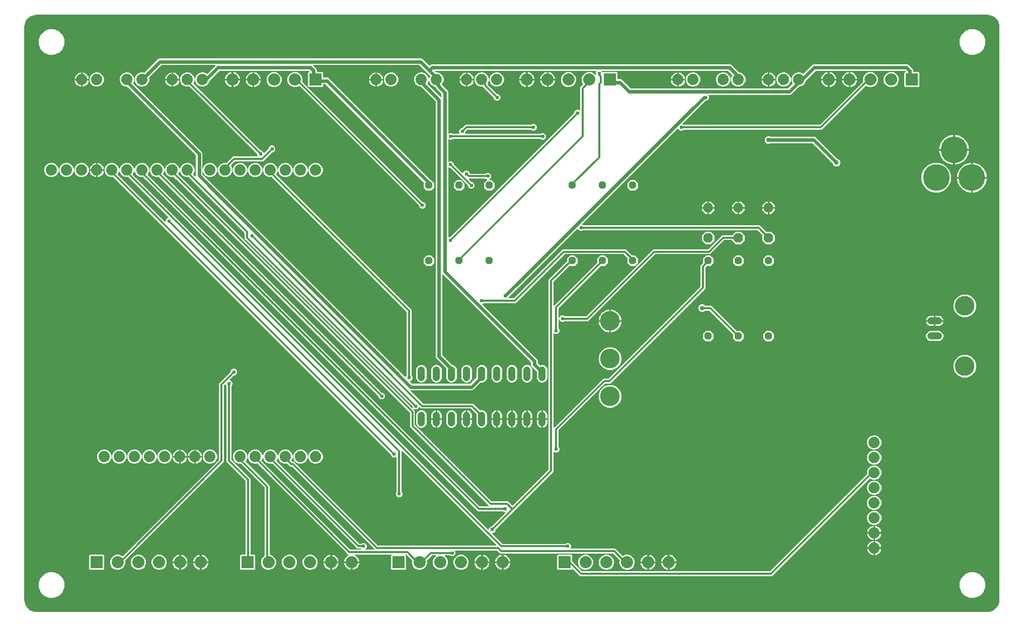
<source format=gbl>
G04 EAGLE Gerber RS-274X export*
G75*
%MOIN*%
%FSLAX24Y24*%
%LPD*%
%INBottom Copper*%
%IPPOS*%
%AMOC8*
5,1,8,0,0,1.08239X$1,22.5*%
G01*
%ADD10C,0.074000*%
%ADD11R,0.080000X0.080000*%
%ADD12C,0.080000*%
%ADD13C,0.177000*%
%ADD14P,0.051955X8X112.500000*%
%ADD15P,0.051955X8X292.500000*%
%ADD16C,0.130000*%
%ADD17C,0.047496*%
%ADD18C,0.129921*%
%ADD19C,0.048000*%
%ADD20P,0.068191X8X112.500000*%
%ADD21C,0.012000*%
%ADD22C,0.024000*%
%ADD23C,0.024000*%
%ADD24C,0.029780*%

G36*
X64001Y201D02*
X64001Y201D01*
X64002Y201D01*
X64123Y210D01*
X64124Y210D01*
X64129Y212D01*
X64359Y286D01*
X64360Y287D01*
X64362Y288D01*
X64367Y290D01*
X64562Y432D01*
X64563Y433D01*
X64565Y434D01*
X64568Y438D01*
X64710Y633D01*
X64711Y635D01*
X64712Y636D01*
X64714Y641D01*
X64788Y871D01*
X64789Y872D01*
X64790Y877D01*
X64799Y998D01*
X64799Y1000D01*
X64799Y39000D01*
X64799Y39001D01*
X64799Y39002D01*
X64790Y39123D01*
X64790Y39124D01*
X64788Y39129D01*
X64714Y39359D01*
X64713Y39360D01*
X64712Y39362D01*
X64710Y39367D01*
X64568Y39562D01*
X64567Y39563D01*
X64566Y39565D01*
X64562Y39568D01*
X64367Y39710D01*
X64365Y39711D01*
X64364Y39712D01*
X64359Y39714D01*
X64129Y39788D01*
X64128Y39789D01*
X64123Y39790D01*
X64002Y39799D01*
X64000Y39799D01*
X1000Y39799D01*
X999Y39799D01*
X998Y39799D01*
X877Y39790D01*
X876Y39790D01*
X871Y39788D01*
X641Y39714D01*
X640Y39713D01*
X638Y39712D01*
X633Y39710D01*
X438Y39568D01*
X437Y39567D01*
X435Y39566D01*
X432Y39562D01*
X290Y39367D01*
X289Y39365D01*
X288Y39364D01*
X286Y39359D01*
X212Y39129D01*
X211Y39128D01*
X210Y39123D01*
X201Y39002D01*
X201Y39000D01*
X201Y1000D01*
X201Y999D01*
X201Y998D01*
X210Y877D01*
X210Y876D01*
X212Y871D01*
X286Y641D01*
X287Y640D01*
X288Y638D01*
X290Y633D01*
X432Y438D01*
X433Y437D01*
X434Y435D01*
X438Y432D01*
X633Y290D01*
X635Y289D01*
X636Y288D01*
X641Y286D01*
X871Y212D01*
X872Y211D01*
X877Y210D01*
X998Y201D01*
X1000Y201D01*
X64000Y201D01*
X64001Y201D01*
G37*
%LPC*%
G36*
X28432Y15419D02*
X28432Y15419D01*
X28307Y15471D01*
X28211Y15567D01*
X28159Y15692D01*
X28159Y16308D01*
X28165Y16322D01*
X28166Y16327D01*
X28167Y16331D01*
X28167Y16332D01*
X28167Y16336D01*
X28166Y16341D01*
X28164Y16345D01*
X28162Y16350D01*
X28159Y16354D01*
X27544Y16969D01*
X27478Y17035D01*
X27444Y17116D01*
X27444Y34051D01*
X27444Y34055D01*
X27443Y34059D01*
X27443Y34060D01*
X27443Y34061D01*
X27441Y34064D01*
X27439Y34068D01*
X27438Y34069D01*
X27438Y34070D01*
X27436Y34072D01*
X26487Y35021D01*
X26484Y35023D01*
X26481Y35025D01*
X26480Y35026D01*
X26479Y35026D01*
X26476Y35027D01*
X26472Y35029D01*
X26471Y35029D01*
X26470Y35029D01*
X26469Y35029D01*
X26466Y35029D01*
X26406Y35029D01*
X26233Y35101D01*
X26101Y35233D01*
X26029Y35406D01*
X26029Y35594D01*
X26101Y35767D01*
X26233Y35899D01*
X26406Y35971D01*
X26594Y35971D01*
X26767Y35899D01*
X26899Y35767D01*
X26971Y35594D01*
X26971Y35406D01*
X26906Y35251D01*
X26906Y35249D01*
X26906Y35248D01*
X26905Y35247D01*
X26904Y35242D01*
X26905Y35237D01*
X26905Y35232D01*
X26907Y35228D01*
X26909Y35224D01*
X26913Y35219D01*
X27779Y34353D01*
X27782Y34351D01*
X27784Y34349D01*
X27786Y34348D01*
X27787Y34347D01*
X27790Y34346D01*
X27793Y34345D01*
X27794Y34345D01*
X27796Y34345D01*
X27799Y34345D01*
X27802Y34344D01*
X27804Y34345D01*
X27806Y34345D01*
X27809Y34346D01*
X27811Y34347D01*
X27813Y34348D01*
X27815Y34348D01*
X27817Y34350D01*
X27819Y34352D01*
X27821Y34353D01*
X27822Y34354D01*
X27824Y34357D01*
X27825Y34359D01*
X27826Y34361D01*
X27827Y34363D01*
X27828Y34365D01*
X27829Y34368D01*
X27829Y34371D01*
X27829Y34372D01*
X27829Y34374D01*
X27829Y34546D01*
X27829Y34550D01*
X27828Y34554D01*
X27828Y34555D01*
X27828Y34556D01*
X27826Y34559D01*
X27824Y34563D01*
X27823Y34564D01*
X27823Y34565D01*
X27821Y34567D01*
X27478Y34910D01*
X27443Y34993D01*
X27443Y34994D01*
X27443Y34995D01*
X27443Y34996D01*
X27441Y34999D01*
X27439Y35003D01*
X27438Y35004D01*
X27438Y35005D01*
X27436Y35007D01*
X27422Y35021D01*
X27419Y35023D01*
X27416Y35025D01*
X27415Y35026D01*
X27414Y35026D01*
X27412Y35027D01*
X27233Y35101D01*
X27101Y35233D01*
X27029Y35406D01*
X27029Y35594D01*
X27082Y35720D01*
X27082Y35721D01*
X27083Y35725D01*
X27084Y35730D01*
X27083Y35735D01*
X27083Y35739D01*
X27083Y35740D01*
X27081Y35744D01*
X27079Y35748D01*
X27075Y35752D01*
X26912Y35916D01*
X26841Y35987D01*
X26372Y36456D01*
X26369Y36458D01*
X26366Y36460D01*
X26365Y36461D01*
X26364Y36461D01*
X26361Y36462D01*
X26357Y36464D01*
X26356Y36464D01*
X26355Y36464D01*
X26354Y36464D01*
X26351Y36464D01*
X19359Y36464D01*
X19356Y36464D01*
X19353Y36464D01*
X19351Y36463D01*
X19349Y36463D01*
X19347Y36461D01*
X19344Y36460D01*
X19342Y36459D01*
X19341Y36458D01*
X19339Y36456D01*
X19336Y36454D01*
X19335Y36453D01*
X19334Y36451D01*
X19333Y36448D01*
X19331Y36446D01*
X19331Y36444D01*
X19330Y36442D01*
X19330Y36440D01*
X19329Y36437D01*
X19330Y36435D01*
X19329Y36433D01*
X19330Y36430D01*
X19330Y36427D01*
X19331Y36425D01*
X19332Y36424D01*
X19333Y36421D01*
X19334Y36418D01*
X19336Y36416D01*
X19337Y36416D01*
X19337Y36415D01*
X19338Y36414D01*
X19481Y36271D01*
X19547Y36205D01*
X19581Y36124D01*
X19581Y36030D01*
X19581Y36029D01*
X19581Y36028D01*
X19582Y36024D01*
X19582Y36021D01*
X19583Y36020D01*
X19583Y36019D01*
X19585Y36015D01*
X19587Y36012D01*
X19588Y36011D01*
X19591Y36008D01*
X19594Y36006D01*
X19595Y36005D01*
X19596Y36005D01*
X19599Y36003D01*
X19603Y36002D01*
X19604Y36002D01*
X19605Y36001D01*
X19610Y36001D01*
X19942Y36001D01*
X20001Y35942D01*
X20001Y35670D01*
X20001Y35669D01*
X20001Y35668D01*
X20002Y35664D01*
X20002Y35661D01*
X20003Y35660D01*
X20003Y35659D01*
X20005Y35655D01*
X20007Y35652D01*
X20008Y35651D01*
X20011Y35648D01*
X20014Y35646D01*
X20015Y35645D01*
X20016Y35645D01*
X20019Y35643D01*
X20023Y35642D01*
X20024Y35642D01*
X20025Y35641D01*
X20030Y35641D01*
X20284Y35641D01*
X20365Y35607D01*
X27123Y28849D01*
X27126Y28847D01*
X27129Y28845D01*
X27130Y28844D01*
X27131Y28844D01*
X27134Y28843D01*
X27138Y28841D01*
X27139Y28841D01*
X27140Y28841D01*
X27141Y28841D01*
X27341Y28641D01*
X27341Y28359D01*
X27141Y28159D01*
X26859Y28159D01*
X26659Y28359D01*
X26659Y28641D01*
X26662Y28644D01*
X26663Y28645D01*
X26664Y28646D01*
X26666Y28649D01*
X26668Y28652D01*
X26668Y28653D01*
X26669Y28654D01*
X26670Y28658D01*
X26671Y28661D01*
X26671Y28662D01*
X26671Y28663D01*
X26670Y28667D01*
X26670Y28671D01*
X26670Y28672D01*
X26670Y28673D01*
X26668Y28676D01*
X26667Y28680D01*
X26666Y28680D01*
X26666Y28681D01*
X26662Y28686D01*
X20157Y35191D01*
X20154Y35193D01*
X20151Y35195D01*
X20150Y35196D01*
X20149Y35196D01*
X20146Y35197D01*
X20142Y35199D01*
X20141Y35199D01*
X20140Y35199D01*
X20139Y35199D01*
X20136Y35199D01*
X20030Y35199D01*
X20029Y35199D01*
X20028Y35199D01*
X20024Y35198D01*
X20021Y35198D01*
X20020Y35197D01*
X20019Y35197D01*
X20015Y35195D01*
X20012Y35193D01*
X20011Y35192D01*
X20008Y35189D01*
X20006Y35186D01*
X20005Y35185D01*
X20005Y35184D01*
X20003Y35181D01*
X20002Y35177D01*
X20002Y35176D01*
X20001Y35175D01*
X20001Y35170D01*
X20001Y35058D01*
X19942Y34999D01*
X19058Y34999D01*
X18999Y35058D01*
X18999Y35942D01*
X19059Y36001D01*
X19062Y36001D01*
X19064Y36002D01*
X19066Y36002D01*
X19068Y36004D01*
X19071Y36005D01*
X19073Y36006D01*
X19074Y36007D01*
X19076Y36009D01*
X19079Y36011D01*
X19080Y36012D01*
X19081Y36014D01*
X19082Y36017D01*
X19084Y36019D01*
X19084Y36021D01*
X19085Y36023D01*
X19085Y36025D01*
X19086Y36028D01*
X19085Y36030D01*
X19086Y36032D01*
X19085Y36035D01*
X19085Y36038D01*
X19084Y36040D01*
X19083Y36041D01*
X19082Y36044D01*
X19081Y36047D01*
X19079Y36049D01*
X19078Y36049D01*
X19078Y36050D01*
X19077Y36051D01*
X19057Y36071D01*
X19054Y36073D01*
X19051Y36075D01*
X19050Y36076D01*
X19049Y36076D01*
X19046Y36077D01*
X19042Y36079D01*
X19041Y36079D01*
X19040Y36079D01*
X19039Y36079D01*
X19036Y36079D01*
X13139Y36079D01*
X13135Y36079D01*
X13131Y36078D01*
X13130Y36078D01*
X13129Y36078D01*
X13126Y36076D01*
X13122Y36074D01*
X13121Y36073D01*
X13120Y36073D01*
X13118Y36071D01*
X12479Y35432D01*
X12477Y35429D01*
X12475Y35426D01*
X12474Y35425D01*
X12474Y35424D01*
X12473Y35421D01*
X12471Y35417D01*
X12471Y35416D01*
X12471Y35415D01*
X12471Y35414D01*
X12471Y35411D01*
X12471Y35406D01*
X12399Y35233D01*
X12267Y35101D01*
X12094Y35029D01*
X11906Y35029D01*
X11733Y35101D01*
X11601Y35233D01*
X11529Y35406D01*
X11529Y35594D01*
X11601Y35767D01*
X11733Y35899D01*
X11906Y35971D01*
X12094Y35971D01*
X12267Y35899D01*
X12274Y35892D01*
X12275Y35891D01*
X12278Y35889D01*
X12281Y35887D01*
X12282Y35886D01*
X12283Y35886D01*
X12287Y35885D01*
X12291Y35884D01*
X12292Y35884D01*
X12293Y35884D01*
X12296Y35884D01*
X12300Y35884D01*
X12301Y35885D01*
X12302Y35885D01*
X12306Y35886D01*
X12309Y35888D01*
X12310Y35888D01*
X12311Y35889D01*
X12315Y35892D01*
X12837Y36414D01*
X12839Y36417D01*
X12841Y36419D01*
X12842Y36421D01*
X12843Y36422D01*
X12844Y36425D01*
X12845Y36428D01*
X12845Y36429D01*
X12845Y36431D01*
X12845Y36434D01*
X12846Y36437D01*
X12845Y36439D01*
X12845Y36441D01*
X12844Y36444D01*
X12843Y36446D01*
X12842Y36448D01*
X12842Y36450D01*
X12840Y36452D01*
X12838Y36454D01*
X12837Y36456D01*
X12836Y36457D01*
X12833Y36459D01*
X12831Y36460D01*
X12829Y36461D01*
X12827Y36462D01*
X12825Y36463D01*
X12822Y36464D01*
X12819Y36464D01*
X12818Y36464D01*
X12816Y36464D01*
X9289Y36464D01*
X9285Y36464D01*
X9281Y36463D01*
X9280Y36463D01*
X9279Y36463D01*
X9276Y36461D01*
X9272Y36459D01*
X9271Y36458D01*
X9270Y36458D01*
X9268Y36456D01*
X8466Y35653D01*
X8465Y35653D01*
X8463Y35649D01*
X8460Y35646D01*
X8460Y35645D01*
X8459Y35641D01*
X8457Y35636D01*
X8457Y35632D01*
X8458Y35627D01*
X8459Y35621D01*
X8471Y35594D01*
X8471Y35406D01*
X8399Y35233D01*
X8267Y35101D01*
X8094Y35029D01*
X7906Y35029D01*
X7733Y35101D01*
X7601Y35233D01*
X7529Y35406D01*
X7529Y35594D01*
X7601Y35767D01*
X7733Y35899D01*
X7906Y35971D01*
X8094Y35971D01*
X8121Y35959D01*
X8122Y35959D01*
X8126Y35958D01*
X8131Y35957D01*
X8136Y35958D01*
X8140Y35958D01*
X8141Y35958D01*
X8145Y35960D01*
X8149Y35962D01*
X8153Y35966D01*
X8994Y36806D01*
X9060Y36872D01*
X9141Y36906D01*
X26499Y36906D01*
X26580Y36872D01*
X27012Y36440D01*
X27013Y36440D01*
X27013Y36439D01*
X27017Y36437D01*
X27020Y36435D01*
X27021Y36434D01*
X27022Y36434D01*
X27025Y36433D01*
X27029Y36432D01*
X27030Y36432D01*
X27031Y36432D01*
X27035Y36432D01*
X27038Y36432D01*
X27039Y36433D01*
X27040Y36433D01*
X27044Y36434D01*
X27047Y36436D01*
X27048Y36436D01*
X27049Y36437D01*
X27053Y36440D01*
X27100Y36487D01*
X27181Y36521D01*
X46959Y36521D01*
X47040Y36487D01*
X47548Y35979D01*
X47551Y35977D01*
X47554Y35975D01*
X47555Y35974D01*
X47556Y35974D01*
X47559Y35973D01*
X47563Y35971D01*
X47564Y35971D01*
X47565Y35971D01*
X47566Y35971D01*
X47569Y35971D01*
X47594Y35971D01*
X47767Y35899D01*
X47899Y35767D01*
X47971Y35594D01*
X47971Y35406D01*
X47899Y35233D01*
X47767Y35101D01*
X47594Y35029D01*
X47406Y35029D01*
X47233Y35101D01*
X47101Y35233D01*
X47029Y35406D01*
X47029Y35594D01*
X47102Y35770D01*
X47103Y35771D01*
X47104Y35772D01*
X47104Y35773D01*
X47105Y35777D01*
X47106Y35781D01*
X47106Y35782D01*
X47106Y35783D01*
X47106Y35786D01*
X47106Y35790D01*
X47105Y35791D01*
X47105Y35792D01*
X47104Y35796D01*
X47102Y35799D01*
X47102Y35800D01*
X47101Y35801D01*
X47098Y35805D01*
X46832Y36071D01*
X46829Y36073D01*
X46826Y36075D01*
X46825Y36076D01*
X46824Y36076D01*
X46821Y36077D01*
X46817Y36079D01*
X46816Y36079D01*
X46815Y36079D01*
X46814Y36079D01*
X46811Y36079D01*
X38495Y36079D01*
X38493Y36079D01*
X38491Y36079D01*
X38488Y36078D01*
X38485Y36078D01*
X38483Y36077D01*
X38482Y36076D01*
X38479Y36074D01*
X38477Y36073D01*
X38475Y36072D01*
X38474Y36071D01*
X38472Y36068D01*
X38470Y36066D01*
X38469Y36064D01*
X38468Y36063D01*
X38468Y36060D01*
X38466Y36057D01*
X38466Y36055D01*
X38466Y36054D01*
X38466Y36051D01*
X38466Y36048D01*
X38466Y36046D01*
X38466Y36044D01*
X38468Y36039D01*
X38489Y35988D01*
X38490Y35987D01*
X38490Y35985D01*
X38492Y35983D01*
X38494Y35980D01*
X38495Y35979D01*
X38496Y35977D01*
X38499Y35976D01*
X38501Y35974D01*
X38503Y35973D01*
X38505Y35972D01*
X38507Y35972D01*
X38510Y35971D01*
X38512Y35971D01*
X38514Y35970D01*
X38517Y35971D01*
X38520Y35970D01*
X38521Y35971D01*
X38523Y35971D01*
X38526Y35972D01*
X38529Y35973D01*
X38530Y35974D01*
X38532Y35975D01*
X38536Y35979D01*
X38558Y36001D01*
X39442Y36001D01*
X39501Y35942D01*
X39501Y35560D01*
X39501Y35559D01*
X39501Y35558D01*
X39502Y35554D01*
X39502Y35551D01*
X39503Y35550D01*
X39503Y35549D01*
X39505Y35545D01*
X39507Y35542D01*
X39508Y35541D01*
X39511Y35538D01*
X39514Y35536D01*
X39515Y35535D01*
X39516Y35535D01*
X39519Y35533D01*
X39523Y35532D01*
X39524Y35532D01*
X39525Y35531D01*
X39530Y35531D01*
X39699Y35531D01*
X39780Y35497D01*
X39846Y35431D01*
X40343Y34934D01*
X40346Y34932D01*
X40349Y34930D01*
X40350Y34929D01*
X40351Y34929D01*
X40354Y34928D01*
X40358Y34926D01*
X40359Y34926D01*
X40360Y34926D01*
X40361Y34926D01*
X40364Y34926D01*
X50771Y34926D01*
X50775Y34926D01*
X50779Y34927D01*
X50780Y34927D01*
X50781Y34927D01*
X50784Y34929D01*
X50788Y34931D01*
X50789Y34932D01*
X50790Y34932D01*
X50792Y34934D01*
X51084Y35226D01*
X51084Y35227D01*
X51087Y35230D01*
X51090Y35234D01*
X51091Y35239D01*
X51093Y35243D01*
X51093Y35244D01*
X51092Y35248D01*
X51092Y35253D01*
X51091Y35258D01*
X51029Y35406D01*
X51029Y35594D01*
X51101Y35767D01*
X51233Y35899D01*
X51406Y35971D01*
X51594Y35971D01*
X51767Y35899D01*
X51769Y35897D01*
X51770Y35896D01*
X51773Y35894D01*
X51776Y35892D01*
X51777Y35891D01*
X51778Y35891D01*
X51782Y35890D01*
X51786Y35889D01*
X51787Y35889D01*
X51788Y35889D01*
X51791Y35889D01*
X51795Y35889D01*
X51796Y35890D01*
X51797Y35890D01*
X51801Y35891D01*
X51804Y35893D01*
X51805Y35893D01*
X51806Y35894D01*
X51810Y35897D01*
X52334Y36421D01*
X52400Y36487D01*
X52481Y36521D01*
X58674Y36521D01*
X58755Y36487D01*
X59037Y36205D01*
X59071Y36124D01*
X59071Y36030D01*
X59071Y36029D01*
X59071Y36028D01*
X59072Y36024D01*
X59072Y36021D01*
X59073Y36020D01*
X59073Y36019D01*
X59075Y36015D01*
X59077Y36012D01*
X59078Y36011D01*
X59081Y36008D01*
X59084Y36006D01*
X59085Y36005D01*
X59086Y36005D01*
X59089Y36003D01*
X59093Y36002D01*
X59094Y36002D01*
X59095Y36001D01*
X59100Y36001D01*
X59442Y36001D01*
X59501Y35942D01*
X59501Y35058D01*
X59442Y34999D01*
X58558Y34999D01*
X58499Y35058D01*
X58499Y35942D01*
X58567Y36009D01*
X58567Y36010D01*
X58569Y36011D01*
X58570Y36012D01*
X58571Y36014D01*
X58572Y36017D01*
X58574Y36019D01*
X58574Y36021D01*
X58575Y36023D01*
X58575Y36025D01*
X58576Y36028D01*
X58575Y36030D01*
X58576Y36032D01*
X58575Y36035D01*
X58575Y36038D01*
X58574Y36040D01*
X58573Y36041D01*
X58572Y36044D01*
X58571Y36047D01*
X58569Y36049D01*
X58568Y36049D01*
X58568Y36050D01*
X58567Y36051D01*
X58547Y36071D01*
X58544Y36073D01*
X58541Y36075D01*
X58540Y36076D01*
X58539Y36076D01*
X58536Y36077D01*
X58532Y36079D01*
X58531Y36079D01*
X58530Y36079D01*
X58529Y36079D01*
X58526Y36079D01*
X52629Y36079D01*
X52625Y36079D01*
X52621Y36078D01*
X52620Y36078D01*
X52619Y36078D01*
X52616Y36076D01*
X52612Y36074D01*
X52611Y36073D01*
X52610Y36073D01*
X52608Y36071D01*
X51979Y35442D01*
X51977Y35439D01*
X51975Y35436D01*
X51974Y35435D01*
X51974Y35434D01*
X51973Y35431D01*
X51971Y35427D01*
X51971Y35426D01*
X51971Y35425D01*
X51971Y35424D01*
X51971Y35421D01*
X51971Y35406D01*
X51899Y35233D01*
X51767Y35101D01*
X51594Y35029D01*
X51524Y35029D01*
X51520Y35029D01*
X51516Y35028D01*
X51515Y35028D01*
X51514Y35028D01*
X51511Y35026D01*
X51507Y35024D01*
X51506Y35023D01*
X51505Y35023D01*
X51503Y35021D01*
X51000Y34518D01*
X50919Y34484D01*
X45535Y34484D01*
X45533Y34484D01*
X45531Y34484D01*
X45528Y34483D01*
X45525Y34483D01*
X45523Y34482D01*
X45522Y34481D01*
X45519Y34479D01*
X45517Y34478D01*
X45515Y34477D01*
X45514Y34476D01*
X45512Y34473D01*
X45510Y34471D01*
X45509Y34469D01*
X45508Y34468D01*
X45508Y34465D01*
X45506Y34462D01*
X45506Y34460D01*
X45506Y34459D01*
X45506Y34456D01*
X45506Y34453D01*
X45506Y34451D01*
X45506Y34449D01*
X45508Y34444D01*
X45541Y34364D01*
X45541Y34276D01*
X45507Y34195D01*
X45445Y34133D01*
X45364Y34099D01*
X45314Y34099D01*
X45310Y34099D01*
X45306Y34098D01*
X45305Y34098D01*
X45304Y34098D01*
X45301Y34096D01*
X45297Y34094D01*
X45296Y34093D01*
X45295Y34093D01*
X45293Y34091D01*
X43796Y32593D01*
X43794Y32592D01*
X43793Y32590D01*
X43792Y32588D01*
X43790Y32586D01*
X43789Y32584D01*
X43789Y32582D01*
X43788Y32579D01*
X43787Y32577D01*
X43787Y32575D01*
X43787Y32573D01*
X43788Y32570D01*
X43788Y32567D01*
X43788Y32565D01*
X43789Y32563D01*
X43790Y32561D01*
X43791Y32558D01*
X43792Y32556D01*
X43793Y32555D01*
X43795Y32553D01*
X43797Y32551D01*
X43799Y32550D01*
X43800Y32548D01*
X43805Y32546D01*
X43850Y32527D01*
X43868Y32509D01*
X43871Y32507D01*
X43874Y32505D01*
X43875Y32504D01*
X43876Y32504D01*
X43879Y32503D01*
X43883Y32501D01*
X43884Y32501D01*
X43885Y32501D01*
X43886Y32501D01*
X43889Y32501D01*
X52886Y32501D01*
X52890Y32501D01*
X52894Y32502D01*
X52895Y32502D01*
X52896Y32502D01*
X52899Y32504D01*
X52903Y32506D01*
X52904Y32507D01*
X52905Y32507D01*
X52907Y32509D01*
X55746Y35348D01*
X55748Y35352D01*
X55751Y35356D01*
X55753Y35360D01*
X55754Y35365D01*
X55754Y35370D01*
X55754Y35374D01*
X55753Y35374D01*
X55753Y35375D01*
X55752Y35380D01*
X55743Y35400D01*
X55743Y35600D01*
X55820Y35784D01*
X55960Y35925D01*
X56144Y36001D01*
X56344Y36001D01*
X56528Y35925D01*
X56669Y35784D01*
X56745Y35600D01*
X56745Y35400D01*
X56669Y35216D01*
X56528Y35075D01*
X56344Y34999D01*
X56144Y34999D01*
X55955Y35078D01*
X55951Y35079D01*
X55946Y35080D01*
X55941Y35079D01*
X55937Y35079D01*
X55936Y35079D01*
X55932Y35077D01*
X55928Y35075D01*
X55924Y35071D01*
X53134Y32282D01*
X53032Y32179D01*
X43889Y32179D01*
X43885Y32179D01*
X43881Y32178D01*
X43880Y32178D01*
X43879Y32178D01*
X43876Y32176D01*
X43872Y32174D01*
X43871Y32173D01*
X43870Y32173D01*
X43868Y32171D01*
X43850Y32153D01*
X43769Y32119D01*
X43681Y32119D01*
X43600Y32153D01*
X43538Y32215D01*
X43519Y32260D01*
X43518Y32262D01*
X43517Y32263D01*
X43516Y32266D01*
X43514Y32268D01*
X43513Y32269D01*
X43511Y32271D01*
X43509Y32272D01*
X43507Y32274D01*
X43505Y32275D01*
X43503Y32276D01*
X43500Y32276D01*
X43498Y32277D01*
X43496Y32277D01*
X43494Y32278D01*
X43491Y32278D01*
X43488Y32278D01*
X43486Y32277D01*
X43484Y32277D01*
X43482Y32276D01*
X43479Y32275D01*
X43478Y32274D01*
X43476Y32273D01*
X43472Y32269D01*
X37141Y25938D01*
X37139Y25937D01*
X37138Y25935D01*
X37137Y25933D01*
X37135Y25931D01*
X37134Y25929D01*
X37134Y25927D01*
X37133Y25924D01*
X37132Y25922D01*
X37132Y25920D01*
X37132Y25918D01*
X37133Y25915D01*
X37133Y25912D01*
X37133Y25910D01*
X37134Y25908D01*
X37135Y25906D01*
X37136Y25903D01*
X37137Y25901D01*
X37138Y25900D01*
X37140Y25898D01*
X37142Y25896D01*
X37144Y25895D01*
X37145Y25893D01*
X37150Y25891D01*
X37195Y25872D01*
X37213Y25854D01*
X37216Y25852D01*
X37219Y25850D01*
X37220Y25849D01*
X37221Y25849D01*
X37224Y25848D01*
X37228Y25846D01*
X37229Y25846D01*
X37230Y25846D01*
X37231Y25846D01*
X37234Y25846D01*
X48907Y25846D01*
X49328Y25424D01*
X49331Y25422D01*
X49334Y25420D01*
X49335Y25419D01*
X49336Y25419D01*
X49340Y25418D01*
X49343Y25416D01*
X49344Y25416D01*
X49345Y25416D01*
X49346Y25416D01*
X49349Y25416D01*
X49672Y25416D01*
X49916Y25172D01*
X49916Y24828D01*
X49672Y24584D01*
X49328Y24584D01*
X49084Y24828D01*
X49084Y25172D01*
X49085Y25173D01*
X49086Y25174D01*
X49088Y25177D01*
X49090Y25180D01*
X49090Y25181D01*
X49091Y25182D01*
X49091Y25185D01*
X49092Y25189D01*
X49092Y25190D01*
X49093Y25191D01*
X49092Y25195D01*
X49092Y25199D01*
X49092Y25200D01*
X49092Y25201D01*
X49090Y25204D01*
X49089Y25208D01*
X49088Y25208D01*
X49088Y25209D01*
X49084Y25213D01*
X48782Y25516D01*
X48779Y25518D01*
X48776Y25520D01*
X48775Y25521D01*
X48774Y25521D01*
X48770Y25522D01*
X48767Y25524D01*
X48766Y25524D01*
X48765Y25524D01*
X48764Y25524D01*
X48761Y25524D01*
X37234Y25524D01*
X37230Y25524D01*
X37226Y25523D01*
X37225Y25523D01*
X37224Y25523D01*
X37221Y25521D01*
X37217Y25519D01*
X37216Y25518D01*
X37215Y25518D01*
X37213Y25516D01*
X37195Y25498D01*
X37114Y25464D01*
X37026Y25464D01*
X36945Y25498D01*
X36883Y25560D01*
X36864Y25605D01*
X36863Y25607D01*
X36862Y25608D01*
X36861Y25611D01*
X36859Y25613D01*
X36858Y25614D01*
X36856Y25616D01*
X36854Y25617D01*
X36852Y25619D01*
X36850Y25620D01*
X36848Y25621D01*
X36845Y25621D01*
X36843Y25622D01*
X36841Y25622D01*
X36839Y25623D01*
X36836Y25623D01*
X36833Y25623D01*
X36831Y25622D01*
X36829Y25622D01*
X36827Y25621D01*
X36824Y25620D01*
X36823Y25619D01*
X36821Y25618D01*
X36817Y25614D01*
X32258Y21056D01*
X32256Y21053D01*
X32254Y21051D01*
X32253Y21049D01*
X32252Y21048D01*
X32251Y21045D01*
X32250Y21042D01*
X32250Y21041D01*
X32250Y21039D01*
X32250Y21036D01*
X32249Y21033D01*
X32250Y21031D01*
X32250Y21029D01*
X32251Y21026D01*
X32252Y21024D01*
X32253Y21022D01*
X32253Y21020D01*
X32255Y21018D01*
X32257Y21016D01*
X32258Y21014D01*
X32259Y21013D01*
X32262Y21011D01*
X32264Y21010D01*
X32266Y21009D01*
X32268Y21008D01*
X32270Y21007D01*
X32273Y21006D01*
X32276Y21006D01*
X32277Y21006D01*
X32279Y21006D01*
X32596Y21006D01*
X32600Y21006D01*
X32604Y21007D01*
X32605Y21007D01*
X32606Y21007D01*
X32609Y21009D01*
X32613Y21011D01*
X32614Y21012D01*
X32615Y21012D01*
X32617Y21014D01*
X35853Y24251D01*
X40052Y24251D01*
X40453Y23849D01*
X40456Y23847D01*
X40459Y23845D01*
X40460Y23844D01*
X40461Y23844D01*
X40465Y23843D01*
X40468Y23841D01*
X40469Y23841D01*
X40470Y23841D01*
X40471Y23841D01*
X40474Y23841D01*
X40641Y23841D01*
X40841Y23641D01*
X40841Y23359D01*
X40641Y23159D01*
X40359Y23159D01*
X40159Y23359D01*
X40159Y23641D01*
X40162Y23644D01*
X40163Y23645D01*
X40164Y23646D01*
X40166Y23649D01*
X40168Y23652D01*
X40168Y23653D01*
X40169Y23654D01*
X40169Y23657D01*
X40171Y23661D01*
X40170Y23662D01*
X40171Y23663D01*
X40170Y23667D01*
X40170Y23671D01*
X40170Y23672D01*
X40170Y23673D01*
X40168Y23676D01*
X40167Y23680D01*
X40166Y23680D01*
X40166Y23681D01*
X40162Y23685D01*
X39927Y23921D01*
X39924Y23923D01*
X39921Y23925D01*
X39920Y23926D01*
X39919Y23926D01*
X39915Y23927D01*
X39912Y23929D01*
X39911Y23929D01*
X39910Y23929D01*
X39909Y23929D01*
X39906Y23929D01*
X35999Y23929D01*
X35995Y23929D01*
X35991Y23928D01*
X35990Y23928D01*
X35989Y23928D01*
X35986Y23926D01*
X35982Y23924D01*
X35981Y23923D01*
X35980Y23923D01*
X35978Y23921D01*
X32844Y20787D01*
X32742Y20684D01*
X30634Y20684D01*
X30630Y20684D01*
X30626Y20683D01*
X30625Y20683D01*
X30624Y20683D01*
X30621Y20681D01*
X30617Y20679D01*
X30616Y20678D01*
X30615Y20678D01*
X30613Y20676D01*
X30595Y20658D01*
X30550Y20639D01*
X30548Y20638D01*
X30547Y20637D01*
X30544Y20636D01*
X30542Y20634D01*
X30541Y20633D01*
X30539Y20631D01*
X30538Y20629D01*
X30536Y20627D01*
X30535Y20625D01*
X30534Y20623D01*
X30534Y20620D01*
X30533Y20618D01*
X30533Y20616D01*
X30532Y20614D01*
X30532Y20611D01*
X30532Y20608D01*
X30533Y20606D01*
X30533Y20604D01*
X30534Y20602D01*
X30535Y20599D01*
X30536Y20598D01*
X30537Y20596D01*
X30541Y20592D01*
X34177Y16955D01*
X34211Y16874D01*
X34211Y16714D01*
X34211Y16710D01*
X34212Y16706D01*
X34212Y16705D01*
X34212Y16704D01*
X34214Y16701D01*
X34216Y16697D01*
X34217Y16696D01*
X34217Y16695D01*
X34219Y16693D01*
X34347Y16565D01*
X34351Y16562D01*
X34355Y16559D01*
X34360Y16558D01*
X34364Y16557D01*
X34369Y16557D01*
X34374Y16557D01*
X34379Y16559D01*
X34432Y16581D01*
X34568Y16581D01*
X34693Y16529D01*
X34789Y16433D01*
X34841Y16308D01*
X34841Y15692D01*
X34789Y15567D01*
X34693Y15471D01*
X34568Y15419D01*
X34432Y15419D01*
X34307Y15471D01*
X34211Y15567D01*
X34159Y15692D01*
X34159Y16116D01*
X34159Y16120D01*
X34158Y16124D01*
X34158Y16125D01*
X34158Y16126D01*
X34156Y16129D01*
X34154Y16133D01*
X34153Y16134D01*
X34153Y16135D01*
X34151Y16137D01*
X33869Y16419D01*
X33846Y16442D01*
X33843Y16444D01*
X33840Y16446D01*
X33839Y16447D01*
X33838Y16447D01*
X33835Y16448D01*
X33831Y16450D01*
X33830Y16450D01*
X33829Y16450D01*
X33825Y16450D01*
X33822Y16450D01*
X33821Y16450D01*
X33820Y16450D01*
X33816Y16448D01*
X33812Y16447D01*
X33812Y16446D01*
X33811Y16446D01*
X33808Y16444D01*
X33805Y16441D01*
X33804Y16441D01*
X33803Y16440D01*
X33801Y16437D01*
X33799Y16434D01*
X33799Y16433D01*
X33798Y16432D01*
X33798Y16428D01*
X33797Y16424D01*
X33797Y16423D01*
X33796Y16423D01*
X33797Y16419D01*
X33797Y16415D01*
X33797Y16414D01*
X33797Y16413D01*
X33798Y16412D01*
X33799Y16410D01*
X33841Y16308D01*
X33841Y15692D01*
X33789Y15567D01*
X33693Y15471D01*
X33568Y15419D01*
X33432Y15419D01*
X33307Y15471D01*
X33211Y15567D01*
X33159Y15692D01*
X33159Y16308D01*
X33211Y16433D01*
X33307Y16529D01*
X33432Y16581D01*
X33568Y16581D01*
X33693Y16529D01*
X33745Y16476D01*
X33749Y16474D01*
X33752Y16472D01*
X33752Y16471D01*
X33753Y16471D01*
X33757Y16470D01*
X33761Y16468D01*
X33762Y16468D01*
X33766Y16468D01*
X33770Y16468D01*
X33771Y16468D01*
X33772Y16468D01*
X33776Y16470D01*
X33779Y16471D01*
X33780Y16471D01*
X33781Y16472D01*
X33784Y16474D01*
X33787Y16477D01*
X33788Y16477D01*
X33788Y16478D01*
X33790Y16481D01*
X33793Y16484D01*
X33793Y16485D01*
X33793Y16486D01*
X33794Y16490D01*
X33795Y16494D01*
X33795Y16495D01*
X33795Y16499D01*
X33795Y16503D01*
X33794Y16504D01*
X33794Y16505D01*
X33794Y16506D01*
X33793Y16508D01*
X33769Y16566D01*
X33769Y16726D01*
X33769Y16729D01*
X33769Y16730D01*
X33768Y16734D01*
X33768Y16735D01*
X33768Y16736D01*
X33767Y16738D01*
X33766Y16740D01*
X33764Y16743D01*
X33763Y16744D01*
X33763Y16745D01*
X33762Y16746D01*
X33761Y16746D01*
X33761Y16747D01*
X27936Y22572D01*
X27933Y22574D01*
X27931Y22576D01*
X27929Y22577D01*
X27928Y22578D01*
X27925Y22579D01*
X27922Y22580D01*
X27921Y22580D01*
X27919Y22580D01*
X27916Y22580D01*
X27913Y22581D01*
X27911Y22580D01*
X27909Y22580D01*
X27906Y22579D01*
X27904Y22578D01*
X27902Y22577D01*
X27900Y22577D01*
X27898Y22575D01*
X27896Y22573D01*
X27894Y22572D01*
X27893Y22571D01*
X27891Y22568D01*
X27890Y22566D01*
X27889Y22564D01*
X27888Y22562D01*
X27887Y22560D01*
X27886Y22557D01*
X27886Y22554D01*
X27886Y22553D01*
X27886Y22551D01*
X27886Y17264D01*
X27886Y17260D01*
X27887Y17256D01*
X27887Y17255D01*
X27887Y17254D01*
X27889Y17251D01*
X27891Y17247D01*
X27892Y17246D01*
X27892Y17245D01*
X27894Y17243D01*
X28548Y16589D01*
X28551Y16587D01*
X28554Y16585D01*
X28555Y16584D01*
X28556Y16584D01*
X28559Y16583D01*
X28563Y16581D01*
X28564Y16581D01*
X28565Y16581D01*
X28566Y16581D01*
X28568Y16581D01*
X28693Y16529D01*
X28789Y16433D01*
X28841Y16308D01*
X28841Y15692D01*
X28789Y15567D01*
X28693Y15471D01*
X28568Y15419D01*
X28432Y15419D01*
G37*
%LPD*%
%LPC*%
G36*
X24558Y2999D02*
X24558Y2999D01*
X24499Y3058D01*
X24499Y3942D01*
X24532Y3974D01*
X24534Y3977D01*
X24536Y3979D01*
X24536Y3981D01*
X24537Y3982D01*
X24538Y3985D01*
X24539Y3988D01*
X24540Y3989D01*
X24540Y3991D01*
X24540Y3994D01*
X24540Y3997D01*
X24540Y3999D01*
X24540Y4001D01*
X24539Y4004D01*
X24538Y4006D01*
X24537Y4008D01*
X24536Y4010D01*
X24535Y4012D01*
X24533Y4014D01*
X24532Y4016D01*
X24530Y4017D01*
X24528Y4019D01*
X24526Y4020D01*
X24524Y4021D01*
X24522Y4022D01*
X24519Y4023D01*
X24517Y4024D01*
X24514Y4024D01*
X24513Y4024D01*
X24512Y4024D01*
X24511Y4024D01*
X22081Y4024D01*
X22077Y4023D01*
X22072Y4023D01*
X22068Y4020D01*
X22064Y4018D01*
X22063Y4018D01*
X22060Y4014D01*
X22057Y4011D01*
X22055Y4007D01*
X22053Y4002D01*
X22053Y3997D01*
X22052Y3993D01*
X22052Y3992D01*
X22053Y3988D01*
X22054Y3984D01*
X22055Y3983D01*
X22057Y3979D01*
X22060Y3976D01*
X22060Y3975D01*
X22064Y3972D01*
X22067Y3970D01*
X22067Y3969D01*
X22072Y3967D01*
X22082Y3964D01*
X22152Y3928D01*
X22216Y3882D01*
X22272Y3826D01*
X22318Y3762D01*
X22354Y3692D01*
X22378Y3617D01*
X22387Y3559D01*
X21920Y3559D01*
X21919Y3559D01*
X21918Y3559D01*
X21914Y3558D01*
X21910Y3558D01*
X21909Y3557D01*
X21908Y3557D01*
X21905Y3555D01*
X21902Y3553D01*
X21901Y3552D01*
X21900Y3552D01*
X21898Y3549D01*
X21895Y3546D01*
X21895Y3545D01*
X21894Y3544D01*
X21893Y3541D01*
X21891Y3537D01*
X21891Y3536D01*
X21891Y3535D01*
X21891Y3530D01*
X21891Y3499D01*
X21889Y3499D01*
X21889Y3530D01*
X21889Y3531D01*
X21889Y3532D01*
X21888Y3536D01*
X21887Y3539D01*
X21887Y3540D01*
X21887Y3541D01*
X21885Y3545D01*
X21883Y3548D01*
X21882Y3549D01*
X21879Y3552D01*
X21876Y3554D01*
X21875Y3555D01*
X21874Y3555D01*
X21871Y3557D01*
X21867Y3558D01*
X21866Y3558D01*
X21865Y3559D01*
X21860Y3559D01*
X21392Y3559D01*
X21401Y3617D01*
X21426Y3692D01*
X21461Y3762D01*
X21508Y3826D01*
X21564Y3882D01*
X21627Y3928D01*
X21698Y3964D01*
X21707Y3967D01*
X21708Y3967D01*
X21712Y3969D01*
X21716Y3972D01*
X21719Y3975D01*
X21722Y3978D01*
X21722Y3979D01*
X21724Y3983D01*
X21726Y3987D01*
X21726Y3988D01*
X21727Y3992D01*
X21727Y3997D01*
X21726Y4002D01*
X21725Y4006D01*
X21723Y4010D01*
X21720Y4014D01*
X21716Y4017D01*
X21713Y4020D01*
X21712Y4020D01*
X21708Y4022D01*
X21704Y4024D01*
X21703Y4024D01*
X21698Y4024D01*
X21653Y4024D01*
X21551Y4127D01*
X15646Y10031D01*
X15646Y10032D01*
X15642Y10034D01*
X15638Y10037D01*
X15634Y10038D01*
X15629Y10040D01*
X15624Y10040D01*
X15620Y10039D01*
X15619Y10039D01*
X15614Y10038D01*
X15594Y10029D01*
X15406Y10029D01*
X15233Y10101D01*
X15101Y10233D01*
X15029Y10406D01*
X15029Y10594D01*
X15101Y10767D01*
X15233Y10899D01*
X15406Y10971D01*
X15594Y10971D01*
X15767Y10899D01*
X15899Y10767D01*
X15971Y10594D01*
X15971Y10406D01*
X15907Y10251D01*
X15906Y10251D01*
X15905Y10247D01*
X15904Y10242D01*
X15905Y10237D01*
X15905Y10232D01*
X15907Y10228D01*
X15909Y10224D01*
X15913Y10219D01*
X21778Y4354D01*
X21781Y4352D01*
X21784Y4350D01*
X21785Y4349D01*
X21786Y4349D01*
X21790Y4348D01*
X21793Y4346D01*
X21794Y4346D01*
X21795Y4346D01*
X21796Y4346D01*
X21799Y4346D01*
X22496Y4346D01*
X22499Y4346D01*
X22502Y4346D01*
X22504Y4347D01*
X22506Y4347D01*
X22508Y4349D01*
X22511Y4350D01*
X22513Y4351D01*
X22514Y4352D01*
X22516Y4354D01*
X22519Y4356D01*
X22520Y4357D01*
X22521Y4359D01*
X22522Y4362D01*
X22524Y4364D01*
X22524Y4366D01*
X22525Y4368D01*
X22525Y4370D01*
X22526Y4373D01*
X22525Y4375D01*
X22526Y4377D01*
X22525Y4380D01*
X22525Y4383D01*
X22524Y4385D01*
X22523Y4386D01*
X22522Y4389D01*
X22521Y4392D01*
X22519Y4394D01*
X22518Y4394D01*
X22518Y4395D01*
X22517Y4396D01*
X22514Y4398D01*
X22511Y4400D01*
X22510Y4401D01*
X22509Y4401D01*
X22506Y4402D01*
X22502Y4404D01*
X22501Y4404D01*
X22500Y4404D01*
X22499Y4404D01*
X22496Y4404D01*
X22263Y4404D01*
X22161Y4507D01*
X16639Y10029D01*
X16635Y10031D01*
X16631Y10034D01*
X16627Y10036D01*
X16622Y10037D01*
X16617Y10037D01*
X16613Y10037D01*
X16613Y10036D01*
X16612Y10036D01*
X16607Y10035D01*
X16594Y10029D01*
X16406Y10029D01*
X16233Y10101D01*
X16101Y10233D01*
X16029Y10406D01*
X16029Y10594D01*
X16101Y10767D01*
X16233Y10899D01*
X16406Y10971D01*
X16594Y10971D01*
X16767Y10899D01*
X16899Y10767D01*
X16971Y10594D01*
X16971Y10406D01*
X16904Y10244D01*
X16903Y10242D01*
X16902Y10241D01*
X16902Y10238D01*
X16901Y10235D01*
X16902Y10232D01*
X16902Y10231D01*
X16902Y10229D01*
X16902Y10225D01*
X16904Y10223D01*
X16904Y10222D01*
X16904Y10221D01*
X16906Y10217D01*
X16910Y10212D01*
X22388Y4734D01*
X22391Y4732D01*
X22394Y4730D01*
X22395Y4729D01*
X22396Y4729D01*
X22400Y4728D01*
X22403Y4726D01*
X22404Y4726D01*
X22405Y4726D01*
X22406Y4726D01*
X22409Y4726D01*
X22496Y4726D01*
X22500Y4726D01*
X22504Y4727D01*
X22505Y4727D01*
X22506Y4727D01*
X22509Y4729D01*
X22513Y4731D01*
X22514Y4732D01*
X22515Y4732D01*
X22517Y4734D01*
X22535Y4752D01*
X22616Y4786D01*
X22704Y4786D01*
X22785Y4752D01*
X22847Y4690D01*
X22881Y4609D01*
X22881Y4521D01*
X22847Y4440D01*
X22803Y4396D01*
X22801Y4393D01*
X22799Y4391D01*
X22798Y4389D01*
X22797Y4388D01*
X22796Y4385D01*
X22795Y4382D01*
X22795Y4381D01*
X22795Y4379D01*
X22795Y4376D01*
X22794Y4373D01*
X22795Y4371D01*
X22795Y4369D01*
X22796Y4366D01*
X22797Y4364D01*
X22798Y4362D01*
X22798Y4360D01*
X22800Y4358D01*
X22802Y4356D01*
X22803Y4354D01*
X22804Y4353D01*
X22807Y4351D01*
X22809Y4350D01*
X22811Y4349D01*
X22813Y4348D01*
X22815Y4347D01*
X22818Y4346D01*
X22821Y4346D01*
X22822Y4346D01*
X22824Y4346D01*
X23351Y4346D01*
X23354Y4346D01*
X23357Y4346D01*
X23359Y4347D01*
X23361Y4347D01*
X23363Y4349D01*
X23366Y4350D01*
X23368Y4351D01*
X23369Y4352D01*
X23371Y4354D01*
X23373Y4356D01*
X23374Y4357D01*
X23376Y4359D01*
X23377Y4362D01*
X23378Y4364D01*
X23379Y4366D01*
X23380Y4368D01*
X23380Y4370D01*
X23381Y4373D01*
X23380Y4375D01*
X23380Y4377D01*
X23380Y4380D01*
X23379Y4383D01*
X23379Y4385D01*
X23378Y4386D01*
X23377Y4389D01*
X23375Y4392D01*
X23374Y4394D01*
X23373Y4394D01*
X23373Y4395D01*
X23372Y4396D01*
X23371Y4397D01*
X17927Y9841D01*
X17924Y9843D01*
X17921Y9845D01*
X17920Y9846D01*
X17919Y9846D01*
X17915Y9847D01*
X17912Y9849D01*
X17911Y9849D01*
X17910Y9849D01*
X17909Y9849D01*
X17906Y9849D01*
X17808Y9849D01*
X17706Y9952D01*
X17632Y10026D01*
X17628Y10028D01*
X17624Y10031D01*
X17620Y10033D01*
X17615Y10034D01*
X17610Y10034D01*
X17606Y10034D01*
X17605Y10034D01*
X17600Y10032D01*
X17594Y10029D01*
X17406Y10029D01*
X17233Y10101D01*
X17101Y10233D01*
X17029Y10406D01*
X17029Y10594D01*
X17101Y10767D01*
X17233Y10899D01*
X17406Y10971D01*
X17594Y10971D01*
X17767Y10899D01*
X17899Y10767D01*
X17971Y10594D01*
X17971Y10406D01*
X17901Y10237D01*
X17900Y10232D01*
X17899Y10228D01*
X17898Y10228D01*
X17899Y10223D01*
X17899Y10218D01*
X17900Y10218D01*
X17902Y10214D01*
X17903Y10210D01*
X17904Y10210D01*
X17904Y10209D01*
X17907Y10205D01*
X17933Y10179D01*
X17936Y10177D01*
X17939Y10175D01*
X17940Y10174D01*
X17941Y10174D01*
X17945Y10173D01*
X17948Y10171D01*
X17949Y10171D01*
X17950Y10171D01*
X17951Y10171D01*
X17954Y10171D01*
X18052Y10171D01*
X23598Y4624D01*
X23601Y4622D01*
X23604Y4620D01*
X23605Y4619D01*
X23606Y4619D01*
X23610Y4618D01*
X23613Y4616D01*
X23614Y4616D01*
X23615Y4616D01*
X23616Y4616D01*
X23619Y4616D01*
X31441Y4616D01*
X31444Y4616D01*
X31447Y4616D01*
X31449Y4617D01*
X31451Y4617D01*
X31453Y4619D01*
X31456Y4620D01*
X31458Y4621D01*
X31459Y4622D01*
X31461Y4624D01*
X31463Y4626D01*
X31464Y4627D01*
X31466Y4629D01*
X31467Y4632D01*
X31468Y4634D01*
X31469Y4636D01*
X31470Y4638D01*
X31470Y4640D01*
X31471Y4643D01*
X31470Y4645D01*
X31470Y4647D01*
X31470Y4650D01*
X31469Y4653D01*
X31469Y4655D01*
X31468Y4656D01*
X31467Y4659D01*
X31465Y4662D01*
X31464Y4664D01*
X31463Y4664D01*
X31463Y4665D01*
X31462Y4666D01*
X25236Y10892D01*
X25233Y10894D01*
X25231Y10896D01*
X25229Y10896D01*
X25228Y10898D01*
X25225Y10898D01*
X25222Y10900D01*
X25221Y10900D01*
X25219Y10900D01*
X25216Y10900D01*
X25213Y10900D01*
X25211Y10900D01*
X25209Y10900D01*
X25206Y10899D01*
X25204Y10898D01*
X25202Y10897D01*
X25200Y10897D01*
X25198Y10895D01*
X25196Y10893D01*
X25194Y10892D01*
X25193Y10890D01*
X25191Y10888D01*
X25190Y10886D01*
X25189Y10884D01*
X25188Y10882D01*
X25187Y10879D01*
X25186Y10877D01*
X25186Y10874D01*
X25186Y10873D01*
X25186Y10872D01*
X25186Y10871D01*
X25186Y8194D01*
X25186Y8190D01*
X25187Y8186D01*
X25187Y8185D01*
X25187Y8184D01*
X25189Y8181D01*
X25191Y8177D01*
X25192Y8176D01*
X25192Y8175D01*
X25194Y8173D01*
X25212Y8155D01*
X25246Y8074D01*
X25246Y7986D01*
X25212Y7905D01*
X25150Y7843D01*
X25069Y7809D01*
X24981Y7809D01*
X24900Y7843D01*
X24838Y7905D01*
X24804Y7986D01*
X24804Y8074D01*
X24838Y8155D01*
X24856Y8173D01*
X24858Y8176D01*
X24860Y8179D01*
X24861Y8180D01*
X24861Y8181D01*
X24862Y8184D01*
X24864Y8188D01*
X24864Y8189D01*
X24864Y8190D01*
X24864Y8191D01*
X24864Y8194D01*
X24864Y10457D01*
X24864Y10459D01*
X24864Y10461D01*
X24863Y10464D01*
X24863Y10467D01*
X24862Y10469D01*
X24861Y10470D01*
X24859Y10473D01*
X24858Y10475D01*
X24857Y10477D01*
X24856Y10478D01*
X24853Y10480D01*
X24851Y10482D01*
X24849Y10483D01*
X24848Y10484D01*
X24845Y10485D01*
X24842Y10486D01*
X24840Y10486D01*
X24839Y10486D01*
X24836Y10486D01*
X24833Y10487D01*
X24831Y10486D01*
X24829Y10486D01*
X24824Y10484D01*
X24739Y10449D01*
X24651Y10449D01*
X24570Y10483D01*
X24508Y10545D01*
X24474Y10626D01*
X24474Y10651D01*
X24474Y10655D01*
X24473Y10659D01*
X24473Y10660D01*
X24473Y10661D01*
X24471Y10664D01*
X24469Y10668D01*
X24468Y10669D01*
X24468Y10670D01*
X24466Y10672D01*
X6117Y29021D01*
X6114Y29023D01*
X6111Y29025D01*
X6110Y29026D01*
X6109Y29026D01*
X6105Y29027D01*
X6102Y29029D01*
X6101Y29029D01*
X6100Y29029D01*
X6099Y29029D01*
X6096Y29029D01*
X5906Y29029D01*
X5733Y29101D01*
X5601Y29233D01*
X5529Y29406D01*
X5529Y29594D01*
X5601Y29767D01*
X5733Y29899D01*
X5906Y29971D01*
X6094Y29971D01*
X6267Y29899D01*
X6399Y29767D01*
X6471Y29594D01*
X6471Y29406D01*
X6399Y29233D01*
X6398Y29232D01*
X6396Y29229D01*
X6394Y29226D01*
X6394Y29225D01*
X6393Y29224D01*
X6392Y29221D01*
X6391Y29217D01*
X6391Y29216D01*
X6391Y29215D01*
X6392Y29211D01*
X6392Y29207D01*
X6392Y29206D01*
X6392Y29205D01*
X6394Y29202D01*
X6395Y29199D01*
X6396Y29198D01*
X6396Y29197D01*
X6400Y29193D01*
X9519Y26073D01*
X9522Y26071D01*
X9524Y26069D01*
X9526Y26069D01*
X9527Y26067D01*
X9530Y26067D01*
X9533Y26065D01*
X9534Y26065D01*
X9536Y26065D01*
X9539Y26065D01*
X9542Y26065D01*
X9544Y26065D01*
X9546Y26065D01*
X9549Y26066D01*
X9551Y26067D01*
X9553Y26068D01*
X9555Y26068D01*
X9557Y26070D01*
X9559Y26072D01*
X9561Y26073D01*
X9562Y26075D01*
X9564Y26077D01*
X9565Y26079D01*
X9566Y26081D01*
X9567Y26083D01*
X9568Y26086D01*
X9569Y26088D01*
X9569Y26091D01*
X9569Y26092D01*
X9569Y26093D01*
X9569Y26094D01*
X9569Y26169D01*
X9603Y26250D01*
X9665Y26312D01*
X9731Y26339D01*
X9733Y26341D01*
X9735Y26341D01*
X9737Y26343D01*
X9739Y26345D01*
X9740Y26346D01*
X9742Y26347D01*
X9743Y26350D01*
X9745Y26352D01*
X9746Y26354D01*
X9747Y26356D01*
X9748Y26358D01*
X9748Y26361D01*
X9749Y26363D01*
X9749Y26365D01*
X9749Y26368D01*
X9749Y26370D01*
X9748Y26372D01*
X9748Y26374D01*
X9747Y26377D01*
X9746Y26380D01*
X9745Y26381D01*
X9744Y26383D01*
X9740Y26387D01*
X7107Y29021D01*
X7104Y29023D01*
X7101Y29025D01*
X7100Y29026D01*
X7099Y29026D01*
X7095Y29027D01*
X7092Y29029D01*
X7091Y29029D01*
X7090Y29029D01*
X7089Y29029D01*
X7086Y29029D01*
X6906Y29029D01*
X6733Y29101D01*
X6601Y29233D01*
X6529Y29406D01*
X6529Y29594D01*
X6601Y29767D01*
X6733Y29899D01*
X6906Y29971D01*
X7094Y29971D01*
X7267Y29899D01*
X7399Y29767D01*
X7471Y29594D01*
X7471Y29406D01*
X7399Y29233D01*
X7395Y29229D01*
X7394Y29228D01*
X7393Y29227D01*
X7391Y29224D01*
X7389Y29221D01*
X7389Y29220D01*
X7388Y29219D01*
X7387Y29216D01*
X7386Y29212D01*
X7386Y29211D01*
X7386Y29210D01*
X7387Y29206D01*
X7387Y29202D01*
X7387Y29201D01*
X7387Y29200D01*
X7389Y29197D01*
X7390Y29194D01*
X7391Y29193D01*
X7391Y29192D01*
X7395Y29188D01*
X30914Y5668D01*
X30917Y5666D01*
X30919Y5664D01*
X30921Y5664D01*
X30922Y5662D01*
X30925Y5662D01*
X30928Y5660D01*
X30929Y5660D01*
X30931Y5660D01*
X30934Y5660D01*
X30937Y5660D01*
X30939Y5660D01*
X30941Y5660D01*
X30944Y5661D01*
X30946Y5662D01*
X30948Y5663D01*
X30950Y5663D01*
X30952Y5665D01*
X30954Y5667D01*
X30956Y5668D01*
X30957Y5670D01*
X30959Y5672D01*
X30960Y5674D01*
X30961Y5676D01*
X30962Y5678D01*
X30963Y5681D01*
X30964Y5683D01*
X30964Y5686D01*
X30964Y5687D01*
X30964Y5688D01*
X30964Y5689D01*
X30964Y5709D01*
X30998Y5790D01*
X31060Y5852D01*
X31141Y5886D01*
X31166Y5886D01*
X31170Y5886D01*
X31174Y5887D01*
X31175Y5887D01*
X31176Y5887D01*
X31179Y5889D01*
X31183Y5891D01*
X31184Y5892D01*
X31185Y5892D01*
X31187Y5894D01*
X32062Y6769D01*
X32064Y6772D01*
X32066Y6774D01*
X32066Y6776D01*
X32068Y6777D01*
X32068Y6780D01*
X32070Y6783D01*
X32070Y6784D01*
X32070Y6786D01*
X32070Y6789D01*
X32070Y6792D01*
X32070Y6794D01*
X32070Y6796D01*
X32069Y6799D01*
X32068Y6801D01*
X32067Y6803D01*
X32067Y6805D01*
X32065Y6807D01*
X32063Y6809D01*
X32062Y6811D01*
X32060Y6812D01*
X32058Y6814D01*
X32056Y6815D01*
X32054Y6816D01*
X32052Y6817D01*
X32049Y6818D01*
X32047Y6819D01*
X32044Y6819D01*
X32043Y6819D01*
X32042Y6819D01*
X32041Y6819D01*
X32021Y6819D01*
X31940Y6853D01*
X31922Y6871D01*
X31919Y6873D01*
X31916Y6875D01*
X31915Y6876D01*
X31914Y6876D01*
X31911Y6877D01*
X31907Y6879D01*
X31906Y6879D01*
X31905Y6879D01*
X31904Y6879D01*
X31901Y6879D01*
X30238Y6879D01*
X30136Y6982D01*
X8097Y29021D01*
X8094Y29023D01*
X8091Y29025D01*
X8090Y29026D01*
X8089Y29026D01*
X8085Y29027D01*
X8082Y29029D01*
X8081Y29029D01*
X8080Y29029D01*
X8079Y29029D01*
X8076Y29029D01*
X7906Y29029D01*
X7733Y29101D01*
X7601Y29233D01*
X7529Y29406D01*
X7529Y29594D01*
X7601Y29767D01*
X7733Y29899D01*
X7906Y29971D01*
X8094Y29971D01*
X8267Y29899D01*
X8399Y29767D01*
X8471Y29594D01*
X8471Y29406D01*
X8399Y29233D01*
X8390Y29224D01*
X8389Y29223D01*
X8388Y29222D01*
X8386Y29219D01*
X8384Y29216D01*
X8384Y29215D01*
X8383Y29214D01*
X8382Y29211D01*
X8381Y29207D01*
X8381Y29206D01*
X8381Y29205D01*
X8382Y29201D01*
X8382Y29197D01*
X8382Y29196D01*
X8382Y29195D01*
X8384Y29192D01*
X8385Y29189D01*
X8386Y29188D01*
X8386Y29187D01*
X8390Y29183D01*
X30363Y7209D01*
X30366Y7207D01*
X30369Y7205D01*
X30370Y7204D01*
X30371Y7204D01*
X30375Y7203D01*
X30378Y7201D01*
X30379Y7201D01*
X30380Y7201D01*
X30381Y7201D01*
X30384Y7201D01*
X30946Y7201D01*
X30949Y7201D01*
X30952Y7201D01*
X30954Y7202D01*
X30956Y7202D01*
X30958Y7204D01*
X30961Y7205D01*
X30963Y7206D01*
X30964Y7207D01*
X30966Y7209D01*
X30968Y7211D01*
X30969Y7212D01*
X30971Y7214D01*
X30972Y7217D01*
X30973Y7219D01*
X30974Y7221D01*
X30975Y7223D01*
X30975Y7225D01*
X30976Y7228D01*
X30975Y7230D01*
X30975Y7232D01*
X30975Y7235D01*
X30974Y7238D01*
X30974Y7240D01*
X30973Y7241D01*
X30972Y7244D01*
X30970Y7247D01*
X30969Y7249D01*
X30968Y7249D01*
X30968Y7250D01*
X30967Y7251D01*
X30906Y7312D01*
X25744Y12473D01*
X25744Y13396D01*
X25744Y13400D01*
X25743Y13404D01*
X25743Y13405D01*
X25743Y13406D01*
X25741Y13409D01*
X25739Y13413D01*
X25738Y13414D01*
X25738Y13415D01*
X25736Y13417D01*
X10129Y29024D01*
X10128Y29024D01*
X10125Y29027D01*
X10121Y29030D01*
X10116Y29031D01*
X10112Y29032D01*
X10111Y29032D01*
X10111Y29033D01*
X10107Y29032D01*
X10102Y29032D01*
X10097Y29030D01*
X10094Y29029D01*
X9906Y29029D01*
X9733Y29101D01*
X9601Y29233D01*
X9529Y29406D01*
X9529Y29594D01*
X9601Y29767D01*
X9733Y29899D01*
X9906Y29971D01*
X10094Y29971D01*
X10267Y29899D01*
X10399Y29767D01*
X10471Y29594D01*
X10471Y29406D01*
X10399Y29234D01*
X10399Y29233D01*
X10398Y29229D01*
X10397Y29224D01*
X10398Y29220D01*
X10398Y29215D01*
X10400Y29210D01*
X10402Y29206D01*
X10406Y29202D01*
X25880Y13727D01*
X25883Y13725D01*
X25886Y13722D01*
X25887Y13722D01*
X25888Y13722D01*
X25892Y13720D01*
X25895Y13719D01*
X25896Y13719D01*
X25897Y13719D01*
X25901Y13719D01*
X25905Y13719D01*
X25906Y13719D01*
X25907Y13719D01*
X25910Y13721D01*
X25914Y13722D01*
X25915Y13722D01*
X25916Y13723D01*
X25919Y13725D01*
X25922Y13727D01*
X25922Y13728D01*
X25923Y13729D01*
X25925Y13732D01*
X25927Y13735D01*
X25927Y13736D01*
X25928Y13737D01*
X25929Y13741D01*
X25930Y13744D01*
X25930Y13745D01*
X25930Y13746D01*
X25930Y13750D01*
X25929Y13754D01*
X25929Y13755D01*
X25929Y13756D01*
X25928Y13759D01*
X25904Y13816D01*
X25904Y13841D01*
X25904Y13845D01*
X25903Y13849D01*
X25903Y13850D01*
X25903Y13851D01*
X25901Y13854D01*
X25899Y13858D01*
X25898Y13859D01*
X25898Y13860D01*
X25896Y13862D01*
X14799Y24958D01*
X14799Y25331D01*
X14799Y25335D01*
X14798Y25339D01*
X14798Y25340D01*
X14798Y25341D01*
X14796Y25344D01*
X14794Y25348D01*
X14793Y25349D01*
X14793Y25350D01*
X14791Y25352D01*
X11121Y29021D01*
X11117Y29024D01*
X11114Y29027D01*
X11113Y29027D01*
X11109Y29028D01*
X11105Y29030D01*
X11104Y29030D01*
X11100Y29029D01*
X11096Y29029D01*
X10906Y29029D01*
X10733Y29101D01*
X10601Y29233D01*
X10529Y29406D01*
X10529Y29594D01*
X10601Y29767D01*
X10733Y29899D01*
X10906Y29971D01*
X11094Y29971D01*
X11267Y29899D01*
X11399Y29767D01*
X11471Y29594D01*
X11471Y29406D01*
X11398Y29230D01*
X11397Y29229D01*
X11396Y29228D01*
X11396Y29227D01*
X11395Y29224D01*
X11395Y29223D01*
X11394Y29220D01*
X11394Y29218D01*
X11394Y29217D01*
X11394Y29214D01*
X11394Y29210D01*
X11395Y29209D01*
X11395Y29208D01*
X11396Y29205D01*
X11398Y29201D01*
X11398Y29200D01*
X11399Y29199D01*
X11402Y29195D01*
X11499Y29098D01*
X11502Y29096D01*
X11504Y29094D01*
X11506Y29094D01*
X11507Y29092D01*
X11510Y29092D01*
X11513Y29090D01*
X11514Y29090D01*
X11516Y29090D01*
X11519Y29090D01*
X11522Y29090D01*
X11524Y29090D01*
X11526Y29090D01*
X11529Y29091D01*
X11531Y29092D01*
X11533Y29093D01*
X11535Y29093D01*
X11537Y29095D01*
X11539Y29097D01*
X11541Y29098D01*
X11542Y29100D01*
X11544Y29102D01*
X11545Y29104D01*
X11546Y29106D01*
X11547Y29108D01*
X11548Y29111D01*
X11549Y29113D01*
X11549Y29116D01*
X11549Y29117D01*
X11549Y29118D01*
X11549Y29119D01*
X11549Y30476D01*
X11549Y30480D01*
X11548Y30484D01*
X11548Y30485D01*
X11548Y30486D01*
X11546Y30489D01*
X11544Y30493D01*
X11543Y30494D01*
X11543Y30495D01*
X11541Y30497D01*
X7017Y35021D01*
X7014Y35023D01*
X7011Y35025D01*
X7010Y35026D01*
X7009Y35026D01*
X7006Y35027D01*
X7002Y35029D01*
X7001Y35029D01*
X7000Y35029D01*
X6999Y35029D01*
X6996Y35029D01*
X6906Y35029D01*
X6733Y35101D01*
X6601Y35233D01*
X6529Y35406D01*
X6529Y35594D01*
X6601Y35767D01*
X6733Y35899D01*
X6906Y35971D01*
X7094Y35971D01*
X7267Y35899D01*
X7399Y35767D01*
X7471Y35594D01*
X7471Y35406D01*
X7415Y35272D01*
X7414Y35268D01*
X7413Y35263D01*
X7414Y35258D01*
X7414Y35254D01*
X7414Y35253D01*
X7416Y35249D01*
X7418Y35245D01*
X7422Y35241D01*
X11957Y30705D01*
X11991Y30624D01*
X11991Y29648D01*
X11991Y29644D01*
X11992Y29640D01*
X11992Y29639D01*
X11992Y29638D01*
X11994Y29635D01*
X11996Y29631D01*
X11997Y29630D01*
X12000Y29627D01*
X12002Y29624D01*
X12003Y29624D01*
X12004Y29623D01*
X12007Y29622D01*
X12011Y29620D01*
X12012Y29620D01*
X12013Y29619D01*
X12016Y29619D01*
X12020Y29618D01*
X12021Y29619D01*
X12022Y29619D01*
X12026Y29619D01*
X12030Y29620D01*
X12030Y29621D01*
X12031Y29621D01*
X12035Y29623D01*
X12038Y29625D01*
X12039Y29625D01*
X12039Y29626D01*
X12042Y29629D01*
X12045Y29632D01*
X12045Y29633D01*
X12046Y29634D01*
X12047Y29637D01*
X12101Y29767D01*
X12233Y29899D01*
X12406Y29971D01*
X12594Y29971D01*
X12767Y29899D01*
X12899Y29767D01*
X12971Y29594D01*
X12971Y29406D01*
X12899Y29233D01*
X12767Y29101D01*
X12594Y29029D01*
X12406Y29029D01*
X12233Y29101D01*
X12101Y29233D01*
X12047Y29363D01*
X12045Y29367D01*
X12043Y29370D01*
X12042Y29371D01*
X12042Y29372D01*
X12039Y29374D01*
X12036Y29377D01*
X12035Y29377D01*
X12035Y29378D01*
X12031Y29379D01*
X12027Y29381D01*
X12026Y29381D01*
X12022Y29381D01*
X12018Y29381D01*
X12017Y29381D01*
X12016Y29381D01*
X12012Y29380D01*
X12009Y29379D01*
X12008Y29379D01*
X12007Y29378D01*
X12004Y29376D01*
X12001Y29374D01*
X12000Y29373D01*
X11999Y29373D01*
X11997Y29370D01*
X11995Y29367D01*
X11994Y29366D01*
X11994Y29365D01*
X11993Y29361D01*
X11991Y29358D01*
X11991Y29356D01*
X11991Y29355D01*
X11991Y29352D01*
X11991Y29254D01*
X11991Y29250D01*
X11992Y29246D01*
X11992Y29245D01*
X11992Y29244D01*
X11994Y29241D01*
X11996Y29237D01*
X11997Y29236D01*
X11997Y29235D01*
X11999Y29233D01*
X25432Y15801D01*
X25433Y15799D01*
X25435Y15798D01*
X25437Y15797D01*
X25439Y15795D01*
X25441Y15794D01*
X25443Y15794D01*
X25446Y15793D01*
X25448Y15792D01*
X25450Y15792D01*
X25452Y15792D01*
X25455Y15793D01*
X25458Y15793D01*
X25460Y15793D01*
X25462Y15794D01*
X25464Y15795D01*
X25467Y15796D01*
X25469Y15797D01*
X25470Y15798D01*
X25472Y15800D01*
X25474Y15802D01*
X25475Y15804D01*
X25477Y15805D01*
X25479Y15810D01*
X25498Y15855D01*
X25516Y15873D01*
X25518Y15876D01*
X25520Y15879D01*
X25521Y15880D01*
X25521Y15881D01*
X25522Y15884D01*
X25524Y15888D01*
X25524Y15889D01*
X25524Y15890D01*
X25524Y15891D01*
X25524Y15894D01*
X25524Y20106D01*
X25524Y20110D01*
X25523Y20114D01*
X25523Y20115D01*
X25523Y20116D01*
X25521Y20119D01*
X25519Y20123D01*
X25518Y20124D01*
X25518Y20125D01*
X25516Y20127D01*
X16621Y29021D01*
X16617Y29024D01*
X16614Y29027D01*
X16613Y29027D01*
X16609Y29028D01*
X16605Y29030D01*
X16604Y29030D01*
X16600Y29029D01*
X16596Y29029D01*
X16406Y29029D01*
X16233Y29101D01*
X16101Y29233D01*
X16029Y29406D01*
X16029Y29594D01*
X16101Y29767D01*
X16233Y29899D01*
X16406Y29971D01*
X16594Y29971D01*
X16767Y29899D01*
X16899Y29767D01*
X16971Y29594D01*
X16971Y29406D01*
X16898Y29230D01*
X16897Y29229D01*
X16896Y29228D01*
X16896Y29227D01*
X16895Y29224D01*
X16895Y29223D01*
X16894Y29220D01*
X16894Y29218D01*
X16894Y29217D01*
X16894Y29214D01*
X16894Y29210D01*
X16895Y29209D01*
X16895Y29208D01*
X16896Y29205D01*
X16898Y29201D01*
X16898Y29200D01*
X16899Y29199D01*
X16902Y29195D01*
X25743Y20354D01*
X25846Y20252D01*
X25846Y15894D01*
X25846Y15890D01*
X25847Y15886D01*
X25847Y15885D01*
X25847Y15884D01*
X25849Y15881D01*
X25851Y15877D01*
X25852Y15876D01*
X25852Y15875D01*
X25854Y15873D01*
X25872Y15855D01*
X25906Y15774D01*
X25906Y15686D01*
X25872Y15605D01*
X25810Y15543D01*
X25765Y15524D01*
X25763Y15523D01*
X25762Y15522D01*
X25759Y15521D01*
X25757Y15519D01*
X25756Y15518D01*
X25754Y15516D01*
X25753Y15514D01*
X25751Y15512D01*
X25750Y15510D01*
X25749Y15508D01*
X25749Y15505D01*
X25748Y15503D01*
X25748Y15501D01*
X25747Y15499D01*
X25747Y15496D01*
X25747Y15493D01*
X25748Y15491D01*
X25748Y15489D01*
X25749Y15487D01*
X25750Y15484D01*
X25751Y15483D01*
X25752Y15481D01*
X25756Y15477D01*
X25878Y15354D01*
X25881Y15352D01*
X25884Y15350D01*
X25885Y15349D01*
X25886Y15349D01*
X25889Y15348D01*
X25893Y15346D01*
X25894Y15346D01*
X25895Y15346D01*
X25896Y15346D01*
X25899Y15346D01*
X29706Y15346D01*
X29710Y15346D01*
X29714Y15347D01*
X29715Y15347D01*
X29716Y15347D01*
X29719Y15349D01*
X29723Y15351D01*
X29724Y15352D01*
X29725Y15352D01*
X29727Y15354D01*
X30151Y15778D01*
X30153Y15781D01*
X30155Y15784D01*
X30156Y15785D01*
X30156Y15786D01*
X30157Y15789D01*
X30159Y15793D01*
X30159Y15794D01*
X30159Y15795D01*
X30159Y15796D01*
X30159Y15799D01*
X30159Y16308D01*
X30211Y16433D01*
X30307Y16529D01*
X30432Y16581D01*
X30568Y16581D01*
X30693Y16529D01*
X30789Y16433D01*
X30841Y16308D01*
X30841Y15692D01*
X30789Y15567D01*
X30693Y15471D01*
X30568Y15419D01*
X30429Y15419D01*
X30425Y15419D01*
X30421Y15418D01*
X30420Y15418D01*
X30419Y15418D01*
X30416Y15416D01*
X30412Y15414D01*
X30411Y15413D01*
X30410Y15413D01*
X30408Y15411D01*
X29935Y14938D01*
X29854Y14904D01*
X25819Y14904D01*
X25816Y14904D01*
X25813Y14904D01*
X25811Y14903D01*
X25809Y14903D01*
X25807Y14901D01*
X25804Y14900D01*
X25802Y14899D01*
X25801Y14898D01*
X25799Y14896D01*
X25797Y14894D01*
X25796Y14893D01*
X25794Y14891D01*
X25793Y14888D01*
X25792Y14886D01*
X25791Y14884D01*
X25790Y14882D01*
X25790Y14880D01*
X25789Y14877D01*
X25790Y14875D01*
X25790Y14873D01*
X25790Y14870D01*
X25791Y14867D01*
X25791Y14865D01*
X25792Y14864D01*
X25793Y14861D01*
X25795Y14858D01*
X25796Y14856D01*
X25797Y14856D01*
X25797Y14855D01*
X25798Y14854D01*
X26623Y14029D01*
X26626Y14027D01*
X26629Y14025D01*
X26630Y14024D01*
X26631Y14024D01*
X26635Y14023D01*
X26638Y14021D01*
X26639Y14021D01*
X26640Y14021D01*
X26641Y14021D01*
X26644Y14021D01*
X29932Y14021D01*
X30376Y13577D01*
X30380Y13574D01*
X30383Y13571D01*
X30384Y13571D01*
X30388Y13570D01*
X30392Y13568D01*
X30393Y13568D01*
X30397Y13569D01*
X30402Y13569D01*
X30407Y13570D01*
X30432Y13581D01*
X30568Y13581D01*
X30693Y13529D01*
X30789Y13433D01*
X30841Y13308D01*
X30841Y12692D01*
X30789Y12567D01*
X30693Y12471D01*
X30568Y12419D01*
X30432Y12419D01*
X30307Y12471D01*
X30211Y12567D01*
X30159Y12692D01*
X30159Y13308D01*
X30161Y13311D01*
X30161Y13312D01*
X30162Y13316D01*
X30163Y13321D01*
X30162Y13325D01*
X30162Y13330D01*
X30160Y13335D01*
X30158Y13339D01*
X30154Y13343D01*
X29807Y13691D01*
X29804Y13693D01*
X29801Y13695D01*
X29800Y13696D01*
X29799Y13696D01*
X29795Y13697D01*
X29792Y13699D01*
X29791Y13699D01*
X29790Y13699D01*
X29789Y13699D01*
X29786Y13699D01*
X26498Y13699D01*
X26396Y13802D01*
X26387Y13810D01*
X26386Y13812D01*
X26384Y13813D01*
X26382Y13814D01*
X26379Y13816D01*
X26378Y13817D01*
X26376Y13818D01*
X26373Y13818D01*
X26370Y13819D01*
X26368Y13819D01*
X26366Y13819D01*
X26364Y13819D01*
X26361Y13818D01*
X26359Y13818D01*
X26357Y13817D01*
X26354Y13816D01*
X26352Y13815D01*
X26350Y13814D01*
X26348Y13813D01*
X26347Y13811D01*
X26344Y13809D01*
X26343Y13807D01*
X26342Y13806D01*
X26339Y13801D01*
X26312Y13735D01*
X26250Y13673D01*
X26169Y13639D01*
X26081Y13639D01*
X26024Y13663D01*
X26020Y13664D01*
X26017Y13665D01*
X26016Y13665D01*
X26015Y13665D01*
X26011Y13665D01*
X26007Y13665D01*
X26006Y13664D01*
X26005Y13664D01*
X26002Y13662D01*
X25998Y13661D01*
X25997Y13661D01*
X25996Y13660D01*
X25994Y13657D01*
X25991Y13655D01*
X25990Y13654D01*
X25988Y13650D01*
X25986Y13647D01*
X25986Y13646D01*
X25985Y13645D01*
X25984Y13641D01*
X25984Y13638D01*
X25984Y13637D01*
X25984Y13636D01*
X25984Y13632D01*
X25985Y13628D01*
X25985Y13627D01*
X25985Y13626D01*
X25987Y13623D01*
X25989Y13619D01*
X25990Y13618D01*
X25990Y13617D01*
X25992Y13615D01*
X26066Y13542D01*
X26066Y12619D01*
X26066Y12615D01*
X26067Y12611D01*
X26067Y12610D01*
X26067Y12609D01*
X26069Y12606D01*
X26071Y12602D01*
X26072Y12601D01*
X26072Y12600D01*
X26074Y12598D01*
X31133Y7539D01*
X31136Y7537D01*
X31139Y7535D01*
X31140Y7534D01*
X31141Y7534D01*
X31145Y7533D01*
X31148Y7531D01*
X31149Y7531D01*
X31150Y7531D01*
X31151Y7531D01*
X31154Y7531D01*
X32242Y7531D01*
X32512Y7261D01*
X32513Y7260D01*
X32513Y7259D01*
X32517Y7257D01*
X32520Y7255D01*
X32521Y7255D01*
X32522Y7254D01*
X32525Y7253D01*
X32529Y7252D01*
X32530Y7252D01*
X32531Y7252D01*
X32535Y7252D01*
X32538Y7253D01*
X32539Y7253D01*
X32540Y7253D01*
X32544Y7255D01*
X32547Y7256D01*
X32548Y7257D01*
X32549Y7257D01*
X32553Y7261D01*
X34921Y9628D01*
X34922Y9631D01*
X34924Y9632D01*
X34924Y9633D01*
X34925Y9634D01*
X34926Y9635D01*
X34926Y9636D01*
X34927Y9640D01*
X34928Y9640D01*
X34928Y9641D01*
X34929Y9643D01*
X34929Y9644D01*
X34929Y9645D01*
X34929Y9646D01*
X34929Y9649D01*
X34929Y22232D01*
X36151Y23453D01*
X36153Y23456D01*
X36155Y23459D01*
X36156Y23460D01*
X36156Y23461D01*
X36157Y23465D01*
X36159Y23468D01*
X36159Y23469D01*
X36159Y23470D01*
X36159Y23471D01*
X36159Y23474D01*
X36159Y23641D01*
X36359Y23841D01*
X36641Y23841D01*
X36841Y23641D01*
X36841Y23359D01*
X36641Y23159D01*
X36359Y23159D01*
X36356Y23162D01*
X36355Y23163D01*
X36354Y23164D01*
X36351Y23166D01*
X36348Y23168D01*
X36347Y23168D01*
X36346Y23169D01*
X36343Y23169D01*
X36339Y23171D01*
X36338Y23170D01*
X36337Y23171D01*
X36333Y23170D01*
X36329Y23170D01*
X36328Y23170D01*
X36327Y23170D01*
X36324Y23168D01*
X36320Y23167D01*
X36320Y23166D01*
X36319Y23166D01*
X36315Y23162D01*
X35259Y22107D01*
X35257Y22104D01*
X35255Y22101D01*
X35254Y22100D01*
X35254Y22099D01*
X35253Y22095D01*
X35251Y22092D01*
X35251Y22091D01*
X35251Y22090D01*
X35251Y22089D01*
X35251Y22086D01*
X35251Y20534D01*
X35251Y20531D01*
X35251Y20528D01*
X35252Y20526D01*
X35252Y20524D01*
X35254Y20522D01*
X35255Y20519D01*
X35256Y20517D01*
X35257Y20516D01*
X35259Y20514D01*
X35261Y20512D01*
X35262Y20511D01*
X35264Y20509D01*
X35267Y20508D01*
X35269Y20507D01*
X35271Y20506D01*
X35273Y20505D01*
X35275Y20505D01*
X35278Y20504D01*
X35280Y20505D01*
X35282Y20505D01*
X35285Y20505D01*
X35288Y20506D01*
X35290Y20506D01*
X35291Y20507D01*
X35294Y20508D01*
X35297Y20510D01*
X35299Y20511D01*
X35299Y20512D01*
X35300Y20512D01*
X35301Y20513D01*
X35362Y20574D01*
X38151Y23363D01*
X38153Y23366D01*
X38155Y23369D01*
X38156Y23370D01*
X38156Y23371D01*
X38157Y23375D01*
X38159Y23378D01*
X38159Y23379D01*
X38159Y23380D01*
X38159Y23381D01*
X38159Y23384D01*
X38159Y23641D01*
X38359Y23841D01*
X38641Y23841D01*
X38841Y23641D01*
X38841Y23359D01*
X38641Y23159D01*
X38414Y23159D01*
X38410Y23159D01*
X38406Y23158D01*
X38405Y23158D01*
X38404Y23158D01*
X38401Y23156D01*
X38397Y23154D01*
X38396Y23153D01*
X38395Y23153D01*
X38393Y23151D01*
X35589Y20347D01*
X35587Y20344D01*
X35585Y20341D01*
X35584Y20340D01*
X35584Y20339D01*
X35583Y20335D01*
X35581Y20332D01*
X35581Y20331D01*
X35581Y20330D01*
X35581Y20329D01*
X35581Y20326D01*
X35581Y19717D01*
X35581Y19713D01*
X35582Y19709D01*
X35582Y19708D01*
X35582Y19707D01*
X35584Y19704D01*
X35586Y19700D01*
X35587Y19699D01*
X35590Y19696D01*
X35592Y19693D01*
X35593Y19693D01*
X35594Y19692D01*
X35597Y19691D01*
X35601Y19689D01*
X35602Y19689D01*
X35603Y19689D01*
X35606Y19688D01*
X35610Y19688D01*
X35611Y19688D01*
X35612Y19688D01*
X35616Y19689D01*
X35620Y19689D01*
X35620Y19690D01*
X35621Y19690D01*
X35625Y19692D01*
X35628Y19694D01*
X35629Y19694D01*
X35629Y19695D01*
X35632Y19698D01*
X35635Y19701D01*
X35635Y19702D01*
X35636Y19703D01*
X35637Y19706D01*
X35668Y19780D01*
X35730Y19842D01*
X35811Y19876D01*
X35899Y19876D01*
X35980Y19842D01*
X35998Y19824D01*
X36001Y19822D01*
X36004Y19820D01*
X36005Y19819D01*
X36006Y19819D01*
X36009Y19818D01*
X36013Y19816D01*
X36014Y19816D01*
X36015Y19816D01*
X36016Y19816D01*
X36019Y19816D01*
X37396Y19816D01*
X37400Y19816D01*
X37404Y19817D01*
X37405Y19817D01*
X37406Y19817D01*
X37409Y19819D01*
X37413Y19821D01*
X37414Y19822D01*
X37415Y19822D01*
X37417Y19824D01*
X41843Y24251D01*
X45461Y24251D01*
X45465Y24251D01*
X45469Y24252D01*
X45470Y24252D01*
X45471Y24252D01*
X45474Y24254D01*
X45478Y24256D01*
X45479Y24257D01*
X45480Y24257D01*
X45482Y24259D01*
X46408Y25186D01*
X47086Y25186D01*
X47090Y25186D01*
X47094Y25187D01*
X47095Y25187D01*
X47099Y25189D01*
X47102Y25191D01*
X47103Y25192D01*
X47104Y25192D01*
X47106Y25194D01*
X47328Y25416D01*
X47672Y25416D01*
X47916Y25172D01*
X47916Y24828D01*
X47672Y24584D01*
X47328Y24584D01*
X47084Y24828D01*
X47084Y24835D01*
X47084Y24836D01*
X47084Y24837D01*
X47083Y24841D01*
X47083Y24844D01*
X47082Y24845D01*
X47082Y24846D01*
X47080Y24850D01*
X47078Y24853D01*
X47077Y24854D01*
X47074Y24857D01*
X47071Y24859D01*
X47070Y24860D01*
X47069Y24860D01*
X47066Y24862D01*
X47062Y24863D01*
X47061Y24863D01*
X47060Y24864D01*
X47055Y24864D01*
X46554Y24864D01*
X46550Y24864D01*
X46546Y24863D01*
X46545Y24863D01*
X46544Y24863D01*
X46541Y24861D01*
X46537Y24859D01*
X46536Y24858D01*
X46535Y24858D01*
X46533Y24856D01*
X45607Y23929D01*
X41989Y23929D01*
X41985Y23929D01*
X41981Y23928D01*
X41980Y23928D01*
X41979Y23928D01*
X41976Y23926D01*
X41972Y23924D01*
X41971Y23923D01*
X41970Y23923D01*
X41968Y23921D01*
X37542Y19494D01*
X36019Y19494D01*
X36015Y19494D01*
X36011Y19493D01*
X36010Y19493D01*
X36009Y19493D01*
X36006Y19491D01*
X36002Y19489D01*
X36001Y19488D01*
X36000Y19488D01*
X35998Y19486D01*
X35980Y19468D01*
X35899Y19434D01*
X35811Y19434D01*
X35730Y19468D01*
X35668Y19530D01*
X35637Y19604D01*
X35637Y19605D01*
X35635Y19608D01*
X35633Y19611D01*
X35632Y19612D01*
X35632Y19613D01*
X35630Y19614D01*
X35629Y19615D01*
X35626Y19618D01*
X35625Y19618D01*
X35625Y19619D01*
X35624Y19619D01*
X35623Y19619D01*
X35621Y19620D01*
X35617Y19621D01*
X35616Y19622D01*
X35615Y19622D01*
X35610Y19622D01*
X35609Y19622D01*
X35608Y19622D01*
X35607Y19622D01*
X35606Y19622D01*
X35603Y19621D01*
X35601Y19621D01*
X35600Y19620D01*
X35599Y19620D01*
X35598Y19620D01*
X35597Y19619D01*
X35594Y19618D01*
X35592Y19616D01*
X35591Y19616D01*
X35591Y19615D01*
X35590Y19614D01*
X35589Y19614D01*
X35587Y19611D01*
X35586Y19609D01*
X35585Y19608D01*
X35584Y19607D01*
X35584Y19606D01*
X35583Y19603D01*
X35582Y19601D01*
X35582Y19600D01*
X35581Y19599D01*
X35581Y19597D01*
X35581Y19596D01*
X35581Y19593D01*
X35581Y19019D01*
X35581Y19015D01*
X35582Y19011D01*
X35582Y19010D01*
X35582Y19009D01*
X35584Y19006D01*
X35586Y19002D01*
X35587Y19001D01*
X35587Y19000D01*
X35589Y18998D01*
X35607Y18980D01*
X35641Y18899D01*
X35641Y18811D01*
X35607Y18730D01*
X35545Y18668D01*
X35464Y18634D01*
X35376Y18634D01*
X35291Y18669D01*
X35289Y18670D01*
X35287Y18671D01*
X35285Y18671D01*
X35282Y18672D01*
X35280Y18671D01*
X35278Y18672D01*
X35275Y18671D01*
X35272Y18671D01*
X35271Y18670D01*
X35269Y18669D01*
X35266Y18668D01*
X35264Y18667D01*
X35262Y18665D01*
X35261Y18664D01*
X35259Y18662D01*
X35257Y18660D01*
X35256Y18658D01*
X35255Y18657D01*
X35254Y18654D01*
X35252Y18652D01*
X35252Y18650D01*
X35251Y18648D01*
X35251Y18642D01*
X35251Y12449D01*
X35251Y12446D01*
X35251Y12443D01*
X35252Y12441D01*
X35252Y12439D01*
X35254Y12437D01*
X35255Y12434D01*
X35256Y12432D01*
X35257Y12431D01*
X35259Y12429D01*
X35261Y12427D01*
X35262Y12426D01*
X35264Y12424D01*
X35267Y12423D01*
X35269Y12422D01*
X35271Y12421D01*
X35273Y12420D01*
X35275Y12420D01*
X35278Y12419D01*
X35280Y12420D01*
X35282Y12420D01*
X35285Y12420D01*
X35288Y12421D01*
X35290Y12421D01*
X35291Y12422D01*
X35294Y12423D01*
X35297Y12425D01*
X35299Y12426D01*
X35299Y12427D01*
X35300Y12427D01*
X35301Y12428D01*
X35362Y12489D01*
X38543Y15671D01*
X38861Y15671D01*
X38865Y15671D01*
X38869Y15672D01*
X38870Y15672D01*
X38871Y15672D01*
X38874Y15674D01*
X38878Y15676D01*
X38879Y15677D01*
X38880Y15677D01*
X38882Y15679D01*
X44986Y21783D01*
X44988Y21786D01*
X44990Y21789D01*
X44991Y21790D01*
X44991Y21791D01*
X44992Y21795D01*
X44994Y21798D01*
X44994Y21799D01*
X44994Y21800D01*
X44994Y21801D01*
X44994Y21804D01*
X44994Y23167D01*
X45151Y23323D01*
X45153Y23326D01*
X45155Y23329D01*
X45156Y23330D01*
X45156Y23331D01*
X45157Y23335D01*
X45159Y23338D01*
X45159Y23339D01*
X45159Y23340D01*
X45159Y23341D01*
X45159Y23344D01*
X45159Y23641D01*
X45359Y23841D01*
X45641Y23841D01*
X45841Y23641D01*
X45841Y23359D01*
X45641Y23159D01*
X45454Y23159D01*
X45450Y23159D01*
X45446Y23158D01*
X45445Y23158D01*
X45444Y23158D01*
X45441Y23156D01*
X45437Y23154D01*
X45436Y23153D01*
X45435Y23153D01*
X45433Y23151D01*
X45324Y23042D01*
X45322Y23039D01*
X45320Y23036D01*
X45319Y23035D01*
X45319Y23034D01*
X45318Y23030D01*
X45316Y23027D01*
X45316Y23026D01*
X45316Y23025D01*
X45316Y23024D01*
X45316Y23021D01*
X45316Y21658D01*
X39007Y15349D01*
X38689Y15349D01*
X38685Y15349D01*
X38681Y15348D01*
X38680Y15348D01*
X38679Y15348D01*
X38676Y15346D01*
X38672Y15344D01*
X38671Y15343D01*
X38670Y15343D01*
X38668Y15341D01*
X35589Y12262D01*
X35587Y12259D01*
X35585Y12256D01*
X35584Y12255D01*
X35584Y12254D01*
X35583Y12250D01*
X35581Y12247D01*
X35581Y12246D01*
X35581Y12245D01*
X35581Y12244D01*
X35581Y12241D01*
X35581Y11164D01*
X35581Y11160D01*
X35582Y11156D01*
X35582Y11155D01*
X35582Y11154D01*
X35584Y11151D01*
X35586Y11147D01*
X35587Y11146D01*
X35587Y11145D01*
X35589Y11143D01*
X35607Y11125D01*
X35641Y11044D01*
X35641Y10956D01*
X35607Y10875D01*
X35545Y10813D01*
X35464Y10779D01*
X35376Y10779D01*
X35291Y10814D01*
X35289Y10815D01*
X35287Y10816D01*
X35285Y10816D01*
X35282Y10817D01*
X35280Y10816D01*
X35278Y10817D01*
X35275Y10816D01*
X35272Y10816D01*
X35271Y10815D01*
X35269Y10814D01*
X35266Y10813D01*
X35264Y10812D01*
X35262Y10810D01*
X35261Y10809D01*
X35259Y10807D01*
X35257Y10805D01*
X35256Y10803D01*
X35255Y10802D01*
X35254Y10799D01*
X35252Y10797D01*
X35252Y10795D01*
X35251Y10793D01*
X35251Y10787D01*
X35251Y9503D01*
X32702Y6954D01*
X32591Y6843D01*
X31414Y5667D01*
X31412Y5664D01*
X31410Y5661D01*
X31409Y5660D01*
X31409Y5659D01*
X31408Y5655D01*
X31406Y5652D01*
X31406Y5651D01*
X31406Y5650D01*
X31406Y5649D01*
X31406Y5646D01*
X31406Y5621D01*
X31372Y5540D01*
X31310Y5478D01*
X31229Y5444D01*
X31209Y5444D01*
X31206Y5444D01*
X31203Y5444D01*
X31201Y5443D01*
X31199Y5443D01*
X31197Y5441D01*
X31194Y5440D01*
X31192Y5439D01*
X31191Y5438D01*
X31189Y5436D01*
X31187Y5434D01*
X31186Y5433D01*
X31184Y5431D01*
X31183Y5428D01*
X31182Y5426D01*
X31181Y5424D01*
X31180Y5422D01*
X31180Y5420D01*
X31179Y5417D01*
X31180Y5415D01*
X31180Y5413D01*
X31180Y5410D01*
X31181Y5407D01*
X31181Y5405D01*
X31182Y5404D01*
X31183Y5401D01*
X31185Y5398D01*
X31186Y5396D01*
X31187Y5396D01*
X31187Y5395D01*
X31188Y5394D01*
X31848Y4734D01*
X31851Y4732D01*
X31854Y4730D01*
X31855Y4729D01*
X31856Y4729D01*
X31860Y4728D01*
X31863Y4726D01*
X31864Y4726D01*
X31865Y4726D01*
X31866Y4726D01*
X31869Y4726D01*
X36026Y4726D01*
X36030Y4726D01*
X36034Y4727D01*
X36035Y4727D01*
X36036Y4727D01*
X36039Y4729D01*
X36043Y4731D01*
X36044Y4732D01*
X36045Y4732D01*
X36047Y4734D01*
X36065Y4752D01*
X36146Y4786D01*
X36234Y4786D01*
X36315Y4752D01*
X36377Y4690D01*
X36411Y4609D01*
X36411Y4521D01*
X36376Y4436D01*
X36375Y4434D01*
X36374Y4432D01*
X36374Y4430D01*
X36373Y4427D01*
X36374Y4425D01*
X36373Y4423D01*
X36374Y4420D01*
X36374Y4417D01*
X36375Y4416D01*
X36376Y4414D01*
X36377Y4411D01*
X36378Y4409D01*
X36380Y4407D01*
X36381Y4406D01*
X36383Y4404D01*
X36385Y4402D01*
X36387Y4401D01*
X36388Y4400D01*
X36391Y4399D01*
X36393Y4397D01*
X36395Y4397D01*
X36397Y4396D01*
X36403Y4396D01*
X39337Y4396D01*
X39808Y3924D01*
X39809Y3923D01*
X39810Y3923D01*
X39813Y3921D01*
X39816Y3918D01*
X39817Y3918D01*
X39818Y3918D01*
X39822Y3917D01*
X39825Y3916D01*
X39826Y3916D01*
X39827Y3915D01*
X39831Y3916D01*
X39835Y3916D01*
X39836Y3916D01*
X39837Y3917D01*
X39840Y3918D01*
X39844Y3919D01*
X39845Y3920D01*
X39846Y3921D01*
X39850Y3924D01*
X39850Y3925D01*
X40034Y4001D01*
X40233Y4001D01*
X40418Y3925D01*
X40558Y3784D01*
X40635Y3600D01*
X40635Y3400D01*
X40558Y3216D01*
X40418Y3075D01*
X40233Y2999D01*
X40034Y2999D01*
X39850Y3075D01*
X39709Y3216D01*
X39633Y3400D01*
X39633Y3600D01*
X39639Y3613D01*
X39639Y3614D01*
X39639Y3615D01*
X39639Y3616D01*
X39640Y3618D01*
X39641Y3623D01*
X39640Y3627D01*
X39640Y3632D01*
X39638Y3637D01*
X39636Y3641D01*
X39632Y3645D01*
X39212Y4066D01*
X39209Y4068D01*
X39206Y4070D01*
X39205Y4071D01*
X39204Y4071D01*
X39200Y4072D01*
X39197Y4074D01*
X39196Y4074D01*
X39195Y4074D01*
X39194Y4074D01*
X39191Y4074D01*
X31723Y4074D01*
X31512Y4286D01*
X31509Y4288D01*
X31506Y4290D01*
X31505Y4291D01*
X31504Y4291D01*
X31500Y4292D01*
X31497Y4294D01*
X31496Y4294D01*
X31495Y4294D01*
X31494Y4294D01*
X31491Y4294D01*
X28758Y4294D01*
X28756Y4294D01*
X28754Y4294D01*
X28751Y4293D01*
X28748Y4293D01*
X28746Y4292D01*
X28745Y4291D01*
X28742Y4289D01*
X28740Y4288D01*
X28738Y4287D01*
X28737Y4286D01*
X28735Y4283D01*
X28733Y4281D01*
X28732Y4279D01*
X28731Y4278D01*
X28730Y4275D01*
X28729Y4272D01*
X28729Y4270D01*
X28729Y4269D01*
X28729Y4266D01*
X28728Y4263D01*
X28729Y4261D01*
X28729Y4259D01*
X28731Y4254D01*
X28766Y4169D01*
X28766Y4081D01*
X28732Y4000D01*
X28670Y3938D01*
X28589Y3904D01*
X28501Y3904D01*
X28420Y3938D01*
X28402Y3956D01*
X28399Y3958D01*
X28396Y3960D01*
X28395Y3961D01*
X28394Y3961D01*
X28391Y3962D01*
X28387Y3964D01*
X28386Y3964D01*
X28385Y3964D01*
X28384Y3964D01*
X28381Y3964D01*
X28070Y3964D01*
X28068Y3964D01*
X28065Y3964D01*
X28063Y3963D01*
X28061Y3963D01*
X28058Y3961D01*
X28056Y3960D01*
X28054Y3959D01*
X28053Y3958D01*
X28051Y3956D01*
X28048Y3954D01*
X28047Y3953D01*
X28046Y3951D01*
X28045Y3948D01*
X28043Y3946D01*
X28043Y3944D01*
X28042Y3942D01*
X28042Y3940D01*
X28041Y3937D01*
X28041Y3935D01*
X28041Y3933D01*
X28042Y3930D01*
X28042Y3927D01*
X28043Y3925D01*
X28043Y3924D01*
X28045Y3921D01*
X28046Y3918D01*
X28048Y3916D01*
X28049Y3916D01*
X28049Y3915D01*
X28050Y3914D01*
X28180Y3784D01*
X28257Y3600D01*
X28257Y3400D01*
X28180Y3216D01*
X28040Y3075D01*
X27856Y2999D01*
X27656Y2999D01*
X27472Y3075D01*
X27331Y3216D01*
X27255Y3400D01*
X27255Y3600D01*
X27331Y3784D01*
X27462Y3914D01*
X27464Y3917D01*
X27466Y3919D01*
X27467Y3921D01*
X27468Y3922D01*
X27468Y3925D01*
X27470Y3928D01*
X27470Y3929D01*
X27470Y3931D01*
X27470Y3934D01*
X27471Y3937D01*
X27470Y3939D01*
X27470Y3941D01*
X27469Y3944D01*
X27468Y3946D01*
X27467Y3948D01*
X27467Y3950D01*
X27465Y3952D01*
X27463Y3954D01*
X27462Y3956D01*
X27461Y3957D01*
X27458Y3959D01*
X27456Y3960D01*
X27454Y3961D01*
X27452Y3962D01*
X27450Y3963D01*
X27447Y3964D01*
X27444Y3964D01*
X27443Y3964D01*
X27441Y3964D01*
X27194Y3964D01*
X27190Y3964D01*
X27186Y3963D01*
X27185Y3963D01*
X27184Y3963D01*
X27181Y3961D01*
X27177Y3959D01*
X27176Y3958D01*
X27175Y3958D01*
X27173Y3956D01*
X26874Y3657D01*
X26872Y3653D01*
X26869Y3649D01*
X26867Y3645D01*
X26866Y3640D01*
X26866Y3635D01*
X26866Y3631D01*
X26866Y3630D01*
X26868Y3625D01*
X26879Y3600D01*
X26879Y3400D01*
X26802Y3216D01*
X26662Y3075D01*
X26478Y2999D01*
X26278Y2999D01*
X26094Y3075D01*
X25953Y3216D01*
X25877Y3400D01*
X25877Y3600D01*
X25885Y3618D01*
X25886Y3622D01*
X25887Y3627D01*
X25886Y3632D01*
X25886Y3636D01*
X25886Y3637D01*
X25884Y3641D01*
X25882Y3645D01*
X25878Y3649D01*
X25512Y4016D01*
X25509Y4018D01*
X25506Y4020D01*
X25505Y4021D01*
X25504Y4021D01*
X25500Y4022D01*
X25497Y4024D01*
X25496Y4024D01*
X25495Y4024D01*
X25494Y4024D01*
X25491Y4024D01*
X25489Y4024D01*
X25486Y4024D01*
X25483Y4024D01*
X25481Y4023D01*
X25479Y4023D01*
X25477Y4021D01*
X25474Y4020D01*
X25473Y4019D01*
X25471Y4018D01*
X25469Y4016D01*
X25467Y4014D01*
X25466Y4013D01*
X25464Y4011D01*
X25463Y4008D01*
X25462Y4006D01*
X25461Y4004D01*
X25461Y4002D01*
X25460Y4000D01*
X25460Y3997D01*
X25460Y3995D01*
X25460Y3993D01*
X25460Y3990D01*
X25461Y3987D01*
X25461Y3985D01*
X25462Y3984D01*
X25463Y3981D01*
X25465Y3978D01*
X25467Y3976D01*
X25467Y3975D01*
X25468Y3974D01*
X25501Y3942D01*
X25501Y3058D01*
X25442Y2999D01*
X24558Y2999D01*
G37*
%LPD*%
G36*
X28304Y25046D02*
X28304Y25046D01*
X28306Y25046D01*
X28311Y25048D01*
X28391Y25081D01*
X28416Y25081D01*
X28420Y25081D01*
X28424Y25082D01*
X28425Y25082D01*
X28426Y25082D01*
X28429Y25084D01*
X28433Y25086D01*
X28434Y25087D01*
X28435Y25087D01*
X28437Y25089D01*
X36621Y33273D01*
X36623Y33276D01*
X36625Y33279D01*
X36626Y33280D01*
X36626Y33281D01*
X36627Y33285D01*
X36629Y33288D01*
X36629Y33289D01*
X36629Y33290D01*
X36629Y33291D01*
X36629Y33294D01*
X36629Y33319D01*
X36663Y33400D01*
X36725Y33462D01*
X36806Y33496D01*
X36894Y33496D01*
X36979Y33461D01*
X36981Y33460D01*
X36983Y33459D01*
X36985Y33459D01*
X36988Y33458D01*
X36990Y33459D01*
X36992Y33458D01*
X36995Y33459D01*
X36998Y33459D01*
X36999Y33460D01*
X37001Y33461D01*
X37004Y33462D01*
X37006Y33463D01*
X37008Y33465D01*
X37009Y33466D01*
X37011Y33468D01*
X37013Y33470D01*
X37014Y33472D01*
X37015Y33473D01*
X37016Y33476D01*
X37018Y33478D01*
X37018Y33480D01*
X37019Y33482D01*
X37019Y33488D01*
X37019Y34992D01*
X37200Y35172D01*
X37201Y35173D01*
X37202Y35174D01*
X37203Y35177D01*
X37206Y35180D01*
X37206Y35181D01*
X37207Y35182D01*
X37207Y35186D01*
X37208Y35189D01*
X37208Y35190D01*
X37209Y35191D01*
X37208Y35195D01*
X37208Y35199D01*
X37208Y35200D01*
X37208Y35201D01*
X37206Y35204D01*
X37205Y35208D01*
X37204Y35209D01*
X37204Y35210D01*
X37200Y35214D01*
X37198Y35216D01*
X37121Y35400D01*
X37121Y35600D01*
X37198Y35784D01*
X37338Y35925D01*
X37522Y36001D01*
X37722Y36001D01*
X37906Y35925D01*
X38026Y35804D01*
X38029Y35802D01*
X38032Y35799D01*
X38033Y35799D01*
X38034Y35799D01*
X38038Y35797D01*
X38041Y35796D01*
X38042Y35796D01*
X38043Y35796D01*
X38047Y35796D01*
X38051Y35796D01*
X38052Y35796D01*
X38053Y35796D01*
X38056Y35798D01*
X38060Y35799D01*
X38061Y35799D01*
X38062Y35800D01*
X38064Y35802D01*
X38068Y35804D01*
X38068Y35805D01*
X38069Y35806D01*
X38071Y35809D01*
X38073Y35812D01*
X38073Y35813D01*
X38074Y35814D01*
X38075Y35818D01*
X38076Y35821D01*
X38076Y35822D01*
X38076Y35823D01*
X38076Y35827D01*
X38075Y35831D01*
X38075Y35832D01*
X38075Y35833D01*
X38074Y35836D01*
X38059Y35871D01*
X38059Y35959D01*
X38092Y36039D01*
X38093Y36041D01*
X38094Y36043D01*
X38094Y36045D01*
X38095Y36048D01*
X38094Y36050D01*
X38094Y36052D01*
X38094Y36055D01*
X38094Y36058D01*
X38093Y36059D01*
X38092Y36061D01*
X38091Y36064D01*
X38090Y36066D01*
X38088Y36068D01*
X38087Y36069D01*
X38085Y36071D01*
X38083Y36073D01*
X38081Y36074D01*
X38080Y36075D01*
X38077Y36076D01*
X38075Y36078D01*
X38073Y36078D01*
X38071Y36079D01*
X38065Y36079D01*
X27444Y36079D01*
X27441Y36079D01*
X27438Y36079D01*
X27436Y36078D01*
X27434Y36078D01*
X27432Y36076D01*
X27429Y36075D01*
X27427Y36074D01*
X27426Y36073D01*
X27424Y36071D01*
X27421Y36069D01*
X27420Y36068D01*
X27419Y36066D01*
X27418Y36063D01*
X27416Y36061D01*
X27416Y36059D01*
X27415Y36057D01*
X27415Y36055D01*
X27414Y36052D01*
X27415Y36050D01*
X27414Y36048D01*
X27415Y36045D01*
X27415Y36042D01*
X27416Y36040D01*
X27417Y36039D01*
X27418Y36036D01*
X27419Y36033D01*
X27421Y36031D01*
X27422Y36031D01*
X27422Y36030D01*
X27423Y36029D01*
X27456Y35996D01*
X27473Y35979D01*
X27476Y35977D01*
X27479Y35975D01*
X27480Y35974D01*
X27481Y35974D01*
X27484Y35973D01*
X27488Y35971D01*
X27489Y35971D01*
X27490Y35971D01*
X27491Y35971D01*
X27494Y35971D01*
X27594Y35971D01*
X27767Y35899D01*
X27899Y35767D01*
X27971Y35594D01*
X27971Y35406D01*
X27899Y35233D01*
X27874Y35209D01*
X27874Y35208D01*
X27872Y35205D01*
X27869Y35201D01*
X27867Y35196D01*
X27866Y35192D01*
X27866Y35191D01*
X27866Y35187D01*
X27866Y35182D01*
X27868Y35177D01*
X27887Y35132D01*
X27887Y35131D01*
X27887Y35130D01*
X27887Y35129D01*
X27889Y35126D01*
X27891Y35122D01*
X27892Y35121D01*
X27892Y35120D01*
X27894Y35118D01*
X28237Y34775D01*
X28271Y34694D01*
X28271Y31950D01*
X28271Y31948D01*
X28271Y31946D01*
X28272Y31943D01*
X28272Y31940D01*
X28273Y31938D01*
X28274Y31937D01*
X28276Y31934D01*
X28277Y31932D01*
X28278Y31930D01*
X28279Y31929D01*
X28282Y31927D01*
X28284Y31925D01*
X28286Y31924D01*
X28287Y31923D01*
X28290Y31923D01*
X28293Y31921D01*
X28295Y31921D01*
X28296Y31921D01*
X28299Y31921D01*
X28302Y31921D01*
X28304Y31921D01*
X28306Y31921D01*
X28311Y31923D01*
X28391Y31956D01*
X28479Y31956D01*
X28560Y31922D01*
X28578Y31904D01*
X28581Y31902D01*
X28584Y31900D01*
X28585Y31899D01*
X28586Y31899D01*
X28589Y31898D01*
X28593Y31896D01*
X28594Y31896D01*
X28595Y31896D01*
X28596Y31896D01*
X28599Y31896D01*
X28992Y31896D01*
X28994Y31896D01*
X28996Y31896D01*
X28999Y31897D01*
X29002Y31897D01*
X29004Y31898D01*
X29005Y31899D01*
X29008Y31901D01*
X29010Y31902D01*
X29012Y31903D01*
X29013Y31904D01*
X29015Y31907D01*
X29017Y31909D01*
X29018Y31911D01*
X29019Y31912D01*
X29020Y31915D01*
X29021Y31918D01*
X29021Y31920D01*
X29021Y31921D01*
X29021Y31924D01*
X29022Y31927D01*
X29021Y31929D01*
X29021Y31931D01*
X29019Y31936D01*
X28984Y32021D01*
X28984Y32109D01*
X29018Y32190D01*
X29080Y32252D01*
X29161Y32286D01*
X29186Y32286D01*
X29190Y32286D01*
X29194Y32287D01*
X29195Y32287D01*
X29196Y32287D01*
X29199Y32289D01*
X29203Y32291D01*
X29204Y32292D01*
X29205Y32292D01*
X29207Y32294D01*
X29413Y32501D01*
X33771Y32501D01*
X33775Y32501D01*
X33779Y32502D01*
X33780Y32502D01*
X33781Y32502D01*
X33784Y32504D01*
X33788Y32506D01*
X33789Y32507D01*
X33790Y32507D01*
X33792Y32509D01*
X33810Y32527D01*
X33891Y32561D01*
X33979Y32561D01*
X34060Y32527D01*
X34122Y32465D01*
X34156Y32384D01*
X34156Y32296D01*
X34122Y32215D01*
X34060Y32153D01*
X33979Y32119D01*
X33891Y32119D01*
X33810Y32153D01*
X33792Y32171D01*
X33789Y32173D01*
X33786Y32175D01*
X33785Y32176D01*
X33784Y32176D01*
X33781Y32177D01*
X33777Y32179D01*
X33776Y32179D01*
X33775Y32179D01*
X33774Y32179D01*
X33771Y32179D01*
X29559Y32179D01*
X29555Y32179D01*
X29551Y32178D01*
X29550Y32178D01*
X29549Y32178D01*
X29546Y32176D01*
X29542Y32174D01*
X29541Y32173D01*
X29540Y32173D01*
X29538Y32171D01*
X29434Y32067D01*
X29432Y32064D01*
X29430Y32061D01*
X29429Y32060D01*
X29429Y32059D01*
X29428Y32055D01*
X29426Y32052D01*
X29426Y32051D01*
X29426Y32050D01*
X29426Y32049D01*
X29426Y32046D01*
X29426Y32021D01*
X29391Y31936D01*
X29390Y31934D01*
X29389Y31932D01*
X29389Y31930D01*
X29388Y31927D01*
X29389Y31925D01*
X29388Y31923D01*
X29389Y31920D01*
X29389Y31917D01*
X29390Y31916D01*
X29391Y31914D01*
X29392Y31911D01*
X29393Y31909D01*
X29395Y31907D01*
X29396Y31906D01*
X29398Y31904D01*
X29400Y31902D01*
X29402Y31901D01*
X29403Y31900D01*
X29406Y31899D01*
X29408Y31897D01*
X29410Y31897D01*
X29412Y31896D01*
X29418Y31896D01*
X34376Y31896D01*
X34380Y31896D01*
X34384Y31897D01*
X34385Y31897D01*
X34386Y31897D01*
X34389Y31899D01*
X34393Y31901D01*
X34394Y31902D01*
X34395Y31902D01*
X34397Y31904D01*
X34415Y31922D01*
X34496Y31956D01*
X34584Y31956D01*
X34665Y31922D01*
X34727Y31860D01*
X34761Y31779D01*
X34761Y31691D01*
X34727Y31610D01*
X34665Y31548D01*
X34584Y31514D01*
X34496Y31514D01*
X34415Y31548D01*
X34397Y31566D01*
X34394Y31568D01*
X34391Y31570D01*
X34390Y31571D01*
X34389Y31571D01*
X34386Y31572D01*
X34382Y31574D01*
X34381Y31574D01*
X34380Y31574D01*
X34379Y31574D01*
X34376Y31574D01*
X28599Y31574D01*
X28595Y31574D01*
X28591Y31573D01*
X28590Y31573D01*
X28589Y31573D01*
X28586Y31571D01*
X28582Y31569D01*
X28581Y31568D01*
X28580Y31568D01*
X28578Y31566D01*
X28560Y31548D01*
X28479Y31514D01*
X28391Y31514D01*
X28311Y31547D01*
X28309Y31548D01*
X28307Y31549D01*
X28305Y31549D01*
X28302Y31550D01*
X28300Y31549D01*
X28298Y31549D01*
X28295Y31549D01*
X28292Y31549D01*
X28291Y31548D01*
X28289Y31547D01*
X28286Y31546D01*
X28284Y31545D01*
X28282Y31543D01*
X28281Y31542D01*
X28279Y31540D01*
X28277Y31538D01*
X28276Y31536D01*
X28275Y31535D01*
X28274Y31532D01*
X28272Y31530D01*
X28272Y31528D01*
X28271Y31526D01*
X28271Y31520D01*
X28271Y30080D01*
X28271Y30078D01*
X28271Y30076D01*
X28272Y30073D01*
X28272Y30070D01*
X28273Y30068D01*
X28274Y30067D01*
X28276Y30064D01*
X28277Y30062D01*
X28278Y30060D01*
X28279Y30059D01*
X28282Y30057D01*
X28284Y30055D01*
X28286Y30054D01*
X28287Y30053D01*
X28290Y30053D01*
X28293Y30051D01*
X28295Y30051D01*
X28296Y30051D01*
X28299Y30051D01*
X28302Y30051D01*
X28304Y30051D01*
X28306Y30051D01*
X28311Y30053D01*
X28391Y30086D01*
X28479Y30086D01*
X28560Y30052D01*
X28622Y29990D01*
X28656Y29909D01*
X28656Y29884D01*
X28656Y29880D01*
X28657Y29876D01*
X28657Y29875D01*
X28657Y29874D01*
X28659Y29871D01*
X28661Y29867D01*
X28662Y29866D01*
X28662Y29865D01*
X28664Y29863D01*
X29218Y29310D01*
X29219Y29308D01*
X29221Y29307D01*
X29223Y29306D01*
X29226Y29304D01*
X29227Y29303D01*
X29229Y29302D01*
X29232Y29302D01*
X29235Y29301D01*
X29237Y29301D01*
X29239Y29301D01*
X29241Y29301D01*
X29244Y29302D01*
X29246Y29302D01*
X29248Y29303D01*
X29251Y29304D01*
X29253Y29305D01*
X29255Y29306D01*
X29257Y29307D01*
X29258Y29309D01*
X29261Y29311D01*
X29262Y29313D01*
X29263Y29314D01*
X29266Y29319D01*
X29293Y29385D01*
X29355Y29447D01*
X29436Y29481D01*
X29524Y29481D01*
X29605Y29447D01*
X29667Y29385D01*
X29701Y29304D01*
X29701Y29285D01*
X29701Y29284D01*
X29701Y29283D01*
X29702Y29279D01*
X29702Y29276D01*
X29703Y29275D01*
X29703Y29274D01*
X29705Y29270D01*
X29707Y29267D01*
X29708Y29266D01*
X29711Y29263D01*
X29714Y29261D01*
X29715Y29260D01*
X29716Y29260D01*
X29719Y29258D01*
X29723Y29257D01*
X29724Y29257D01*
X29725Y29256D01*
X29730Y29256D01*
X30746Y29256D01*
X30750Y29256D01*
X30754Y29257D01*
X30755Y29257D01*
X30756Y29257D01*
X30759Y29259D01*
X30763Y29261D01*
X30764Y29262D01*
X30765Y29262D01*
X30767Y29264D01*
X30785Y29282D01*
X30866Y29316D01*
X30954Y29316D01*
X31035Y29282D01*
X31097Y29220D01*
X31131Y29139D01*
X31131Y29051D01*
X31097Y28970D01*
X31035Y28908D01*
X31009Y28897D01*
X31006Y28895D01*
X31002Y28893D01*
X31002Y28892D01*
X31001Y28892D01*
X30998Y28889D01*
X30996Y28886D01*
X30995Y28885D01*
X30993Y28881D01*
X30992Y28877D01*
X30992Y28876D01*
X30991Y28876D01*
X30991Y28872D01*
X30991Y28868D01*
X30991Y28867D01*
X30991Y28866D01*
X30992Y28862D01*
X30993Y28859D01*
X30994Y28858D01*
X30994Y28857D01*
X30996Y28854D01*
X30998Y28851D01*
X30999Y28850D01*
X31000Y28849D01*
X31003Y28847D01*
X31006Y28845D01*
X31007Y28844D01*
X31011Y28843D01*
X31015Y28841D01*
X31016Y28841D01*
X31017Y28841D01*
X31020Y28841D01*
X31141Y28841D01*
X31341Y28641D01*
X31341Y28359D01*
X31141Y28159D01*
X30859Y28159D01*
X30659Y28359D01*
X30659Y28641D01*
X30854Y28836D01*
X30855Y28837D01*
X30856Y28839D01*
X30858Y28841D01*
X30859Y28843D01*
X30860Y28845D01*
X30861Y28847D01*
X30861Y28850D01*
X30862Y28853D01*
X30862Y28855D01*
X30862Y28857D01*
X30862Y28859D01*
X30862Y28862D01*
X30861Y28864D01*
X30861Y28866D01*
X30859Y28868D01*
X30858Y28871D01*
X30857Y28873D01*
X30856Y28874D01*
X30854Y28876D01*
X30852Y28878D01*
X30850Y28879D01*
X30849Y28881D01*
X30844Y28883D01*
X30785Y28908D01*
X30767Y28926D01*
X30764Y28928D01*
X30761Y28930D01*
X30760Y28931D01*
X30759Y28931D01*
X30756Y28932D01*
X30752Y28934D01*
X30751Y28934D01*
X30750Y28934D01*
X30749Y28934D01*
X30746Y28934D01*
X29664Y28934D01*
X29661Y28934D01*
X29658Y28934D01*
X29656Y28933D01*
X29654Y28933D01*
X29652Y28931D01*
X29649Y28930D01*
X29647Y28929D01*
X29646Y28928D01*
X29644Y28926D01*
X29642Y28924D01*
X29641Y28923D01*
X29639Y28921D01*
X29638Y28918D01*
X29637Y28916D01*
X29636Y28914D01*
X29635Y28912D01*
X29635Y28910D01*
X29634Y28907D01*
X29635Y28905D01*
X29635Y28903D01*
X29635Y28900D01*
X29636Y28897D01*
X29636Y28895D01*
X29637Y28894D01*
X29638Y28891D01*
X29640Y28888D01*
X29641Y28886D01*
X29642Y28886D01*
X29642Y28885D01*
X29643Y28884D01*
X29808Y28719D01*
X29811Y28717D01*
X29814Y28715D01*
X29815Y28714D01*
X29816Y28714D01*
X29820Y28713D01*
X29823Y28711D01*
X29824Y28711D01*
X29825Y28711D01*
X29826Y28711D01*
X29829Y28711D01*
X29854Y28711D01*
X29935Y28677D01*
X29997Y28615D01*
X30031Y28534D01*
X30031Y28446D01*
X29997Y28365D01*
X29935Y28303D01*
X29854Y28269D01*
X29766Y28269D01*
X29685Y28303D01*
X29623Y28365D01*
X29589Y28446D01*
X29589Y28471D01*
X29589Y28475D01*
X29588Y28479D01*
X29588Y28480D01*
X29588Y28481D01*
X29586Y28484D01*
X29584Y28488D01*
X29583Y28489D01*
X29583Y28490D01*
X29581Y28492D01*
X28437Y29636D01*
X28434Y29638D01*
X28431Y29640D01*
X28430Y29641D01*
X28429Y29641D01*
X28425Y29642D01*
X28422Y29644D01*
X28421Y29644D01*
X28420Y29644D01*
X28419Y29644D01*
X28416Y29644D01*
X28391Y29644D01*
X28311Y29677D01*
X28309Y29678D01*
X28307Y29679D01*
X28305Y29679D01*
X28302Y29680D01*
X28300Y29679D01*
X28298Y29679D01*
X28295Y29679D01*
X28292Y29679D01*
X28291Y29678D01*
X28289Y29677D01*
X28286Y29676D01*
X28284Y29675D01*
X28282Y29673D01*
X28281Y29672D01*
X28279Y29670D01*
X28277Y29668D01*
X28276Y29666D01*
X28275Y29665D01*
X28274Y29662D01*
X28272Y29660D01*
X28272Y29658D01*
X28271Y29656D01*
X28271Y29650D01*
X28271Y25075D01*
X28271Y25073D01*
X28271Y25071D01*
X28272Y25068D01*
X28272Y25065D01*
X28273Y25063D01*
X28274Y25062D01*
X28276Y25059D01*
X28277Y25057D01*
X28278Y25055D01*
X28279Y25054D01*
X28282Y25052D01*
X28284Y25050D01*
X28286Y25049D01*
X28287Y25048D01*
X28290Y25048D01*
X28293Y25046D01*
X28295Y25046D01*
X28296Y25046D01*
X28299Y25046D01*
X28302Y25046D01*
X28304Y25046D01*
G37*
%LPC*%
G36*
X6278Y2999D02*
X6278Y2999D01*
X6094Y3075D01*
X5953Y3216D01*
X5877Y3400D01*
X5877Y3600D01*
X5953Y3784D01*
X6094Y3925D01*
X6278Y4001D01*
X6478Y4001D01*
X6662Y3925D01*
X6671Y3915D01*
X6672Y3914D01*
X6673Y3913D01*
X6676Y3912D01*
X6679Y3909D01*
X6680Y3909D01*
X6681Y3908D01*
X6685Y3908D01*
X6688Y3907D01*
X6689Y3907D01*
X6690Y3906D01*
X6694Y3907D01*
X6698Y3907D01*
X6699Y3907D01*
X6700Y3907D01*
X6703Y3909D01*
X6707Y3910D01*
X6707Y3911D01*
X6708Y3911D01*
X6713Y3915D01*
X13086Y10288D01*
X13088Y10291D01*
X13090Y10294D01*
X13091Y10295D01*
X13091Y10296D01*
X13092Y10300D01*
X13094Y10303D01*
X13094Y10304D01*
X13094Y10305D01*
X13094Y10306D01*
X13094Y10309D01*
X13094Y15357D01*
X13197Y15459D01*
X13851Y16113D01*
X13853Y16116D01*
X13855Y16119D01*
X13856Y16120D01*
X13856Y16121D01*
X13857Y16125D01*
X13859Y16128D01*
X13859Y16129D01*
X13859Y16130D01*
X13859Y16131D01*
X13859Y16134D01*
X13859Y16159D01*
X13893Y16240D01*
X13955Y16302D01*
X14036Y16336D01*
X14124Y16336D01*
X14205Y16302D01*
X14267Y16240D01*
X14301Y16159D01*
X14301Y16071D01*
X14267Y15990D01*
X14205Y15928D01*
X14124Y15894D01*
X14099Y15894D01*
X14095Y15894D01*
X14091Y15893D01*
X14090Y15893D01*
X14089Y15893D01*
X14086Y15891D01*
X14082Y15889D01*
X14081Y15888D01*
X14080Y15888D01*
X14078Y15886D01*
X13800Y15607D01*
X13798Y15606D01*
X13797Y15604D01*
X13796Y15602D01*
X13794Y15599D01*
X13793Y15598D01*
X13792Y15596D01*
X13792Y15593D01*
X13791Y15590D01*
X13791Y15588D01*
X13791Y15586D01*
X13791Y15584D01*
X13792Y15581D01*
X13792Y15579D01*
X13793Y15577D01*
X13794Y15574D01*
X13795Y15572D01*
X13796Y15570D01*
X13797Y15568D01*
X13799Y15567D01*
X13801Y15564D01*
X13803Y15563D01*
X13804Y15562D01*
X13809Y15559D01*
X13875Y15532D01*
X13937Y15470D01*
X13971Y15389D01*
X13971Y15301D01*
X13937Y15220D01*
X13919Y15202D01*
X13917Y15199D01*
X13915Y15196D01*
X13914Y15195D01*
X13914Y15194D01*
X13913Y15191D01*
X13911Y15187D01*
X13911Y15186D01*
X13911Y15185D01*
X13911Y15184D01*
X13911Y15181D01*
X13911Y10309D01*
X13911Y10305D01*
X13912Y10301D01*
X13912Y10300D01*
X13912Y10299D01*
X13914Y10296D01*
X13916Y10292D01*
X13917Y10291D01*
X13917Y10290D01*
X13919Y10288D01*
X15176Y9032D01*
X15176Y4030D01*
X15176Y4029D01*
X15176Y4028D01*
X15177Y4024D01*
X15177Y4021D01*
X15178Y4020D01*
X15178Y4019D01*
X15180Y4015D01*
X15182Y4012D01*
X15183Y4011D01*
X15186Y4008D01*
X15189Y4006D01*
X15190Y4005D01*
X15191Y4005D01*
X15194Y4003D01*
X15198Y4002D01*
X15199Y4002D01*
X15200Y4001D01*
X15205Y4001D01*
X15442Y4001D01*
X15501Y3942D01*
X15501Y3058D01*
X15442Y2999D01*
X14558Y2999D01*
X14499Y3058D01*
X14499Y3942D01*
X14558Y4001D01*
X14825Y4001D01*
X14826Y4001D01*
X14827Y4001D01*
X14831Y4002D01*
X14834Y4002D01*
X14835Y4003D01*
X14836Y4003D01*
X14840Y4005D01*
X14843Y4007D01*
X14844Y4008D01*
X14847Y4011D01*
X14849Y4014D01*
X14850Y4015D01*
X14850Y4016D01*
X14852Y4019D01*
X14853Y4023D01*
X14853Y4024D01*
X14854Y4025D01*
X14854Y4030D01*
X14854Y8886D01*
X14854Y8890D01*
X14853Y8894D01*
X14853Y8895D01*
X14853Y8896D01*
X14851Y8899D01*
X14849Y8903D01*
X14848Y8904D01*
X14848Y8905D01*
X14846Y8907D01*
X13589Y10163D01*
X13589Y15181D01*
X13589Y15185D01*
X13588Y15189D01*
X13588Y15190D01*
X13588Y15191D01*
X13586Y15194D01*
X13584Y15198D01*
X13583Y15199D01*
X13583Y15200D01*
X13581Y15202D01*
X13563Y15220D01*
X13536Y15286D01*
X13534Y15288D01*
X13534Y15290D01*
X13532Y15292D01*
X13530Y15294D01*
X13529Y15295D01*
X13528Y15297D01*
X13525Y15298D01*
X13523Y15300D01*
X13521Y15301D01*
X13519Y15302D01*
X13517Y15303D01*
X13514Y15303D01*
X13512Y15304D01*
X13510Y15304D01*
X13507Y15304D01*
X13505Y15304D01*
X13503Y15303D01*
X13501Y15303D01*
X13498Y15302D01*
X13495Y15301D01*
X13494Y15300D01*
X13492Y15299D01*
X13488Y15295D01*
X13424Y15232D01*
X13422Y15229D01*
X13420Y15226D01*
X13419Y15225D01*
X13419Y15224D01*
X13418Y15220D01*
X13416Y15217D01*
X13416Y15216D01*
X13416Y15215D01*
X13416Y15214D01*
X13416Y15211D01*
X13416Y10163D01*
X6885Y3632D01*
X6882Y3628D01*
X6879Y3625D01*
X6879Y3624D01*
X6878Y3620D01*
X6876Y3615D01*
X6877Y3611D01*
X6877Y3606D01*
X6878Y3600D01*
X6879Y3600D01*
X6879Y3400D01*
X6802Y3216D01*
X6662Y3075D01*
X6478Y2999D01*
X6278Y2999D01*
G37*
%LPD*%
%LPC*%
G36*
X37003Y2589D02*
X37003Y2589D01*
X36538Y3054D01*
X36537Y3055D01*
X36537Y3056D01*
X36534Y3058D01*
X36530Y3060D01*
X36529Y3060D01*
X36529Y3061D01*
X36525Y3062D01*
X36521Y3063D01*
X36520Y3063D01*
X36519Y3063D01*
X36516Y3063D01*
X36512Y3062D01*
X36511Y3062D01*
X36510Y3062D01*
X36506Y3060D01*
X36503Y3059D01*
X36502Y3058D01*
X36501Y3058D01*
X36497Y3054D01*
X36442Y2999D01*
X35558Y2999D01*
X35499Y3058D01*
X35499Y3942D01*
X35558Y4001D01*
X36442Y4001D01*
X36501Y3942D01*
X36501Y3559D01*
X36501Y3555D01*
X36502Y3551D01*
X36502Y3550D01*
X36502Y3549D01*
X36504Y3546D01*
X36506Y3542D01*
X36507Y3541D01*
X36507Y3540D01*
X36509Y3538D01*
X37128Y2919D01*
X37131Y2917D01*
X37134Y2915D01*
X37135Y2914D01*
X37136Y2914D01*
X37140Y2913D01*
X37143Y2911D01*
X37144Y2911D01*
X37145Y2911D01*
X37146Y2911D01*
X37149Y2911D01*
X49586Y2911D01*
X49590Y2911D01*
X49594Y2912D01*
X49595Y2912D01*
X49596Y2912D01*
X49599Y2914D01*
X49603Y2916D01*
X49604Y2917D01*
X49605Y2917D01*
X49607Y2919D01*
X56021Y9333D01*
X56023Y9336D01*
X56025Y9339D01*
X56026Y9340D01*
X56026Y9341D01*
X56027Y9345D01*
X56029Y9348D01*
X56029Y9349D01*
X56029Y9350D01*
X56029Y9351D01*
X56029Y9354D01*
X56029Y9544D01*
X56101Y9717D01*
X56233Y9849D01*
X56406Y9921D01*
X56594Y9921D01*
X56767Y9849D01*
X56899Y9717D01*
X56971Y9544D01*
X56971Y9356D01*
X56899Y9183D01*
X56767Y9051D01*
X56594Y8979D01*
X56406Y8979D01*
X56233Y9051D01*
X56232Y9052D01*
X56229Y9054D01*
X56226Y9056D01*
X56225Y9056D01*
X56224Y9057D01*
X56221Y9058D01*
X56217Y9059D01*
X56216Y9059D01*
X56215Y9059D01*
X56211Y9058D01*
X56207Y9058D01*
X56206Y9058D01*
X56205Y9058D01*
X56202Y9056D01*
X56199Y9055D01*
X56198Y9054D01*
X56197Y9054D01*
X56193Y9050D01*
X49834Y2692D01*
X49732Y2589D01*
X37003Y2589D01*
G37*
%LPD*%
%LPC*%
G36*
X23826Y14299D02*
X23826Y14299D01*
X23745Y14333D01*
X23683Y14395D01*
X23649Y14476D01*
X23649Y14501D01*
X23649Y14505D01*
X23648Y14509D01*
X23648Y14510D01*
X23648Y14511D01*
X23646Y14514D01*
X23644Y14518D01*
X23643Y14519D01*
X23643Y14520D01*
X23641Y14522D01*
X9136Y29027D01*
X9135Y29027D01*
X9132Y29030D01*
X9128Y29033D01*
X9123Y29034D01*
X9119Y29035D01*
X9118Y29035D01*
X9114Y29035D01*
X9109Y29035D01*
X9104Y29033D01*
X9094Y29029D01*
X8906Y29029D01*
X8733Y29101D01*
X8601Y29233D01*
X8529Y29406D01*
X8529Y29594D01*
X8601Y29767D01*
X8733Y29899D01*
X8906Y29971D01*
X9094Y29971D01*
X9267Y29899D01*
X9399Y29767D01*
X9471Y29594D01*
X9471Y29406D01*
X9402Y29241D01*
X9401Y29236D01*
X9400Y29231D01*
X9400Y29227D01*
X9401Y29222D01*
X9403Y29218D01*
X9405Y29213D01*
X9408Y29209D01*
X23868Y14749D01*
X23871Y14747D01*
X23874Y14745D01*
X23875Y14744D01*
X23876Y14744D01*
X23880Y14743D01*
X23883Y14741D01*
X23884Y14741D01*
X23885Y14741D01*
X23886Y14741D01*
X23889Y14741D01*
X23914Y14741D01*
X23995Y14707D01*
X24057Y14645D01*
X24091Y14564D01*
X24091Y14476D01*
X24057Y14395D01*
X23995Y14333D01*
X23914Y14299D01*
X23826Y14299D01*
G37*
%LPD*%
%LPC*%
G36*
X13406Y29029D02*
X13406Y29029D01*
X13233Y29101D01*
X13101Y29233D01*
X13029Y29406D01*
X13029Y29594D01*
X13101Y29767D01*
X13233Y29899D01*
X13406Y29971D01*
X13561Y29971D01*
X13565Y29971D01*
X13569Y29972D01*
X13570Y29972D01*
X13571Y29972D01*
X13574Y29974D01*
X13578Y29976D01*
X13579Y29977D01*
X13580Y29977D01*
X13582Y29979D01*
X13692Y30089D01*
X14013Y30411D01*
X15627Y30411D01*
X15629Y30411D01*
X15631Y30411D01*
X15634Y30412D01*
X15637Y30412D01*
X15639Y30413D01*
X15640Y30414D01*
X15643Y30416D01*
X15645Y30417D01*
X15647Y30418D01*
X15648Y30419D01*
X15650Y30422D01*
X15652Y30424D01*
X15653Y30426D01*
X15654Y30427D01*
X15655Y30430D01*
X15656Y30433D01*
X15656Y30435D01*
X15656Y30436D01*
X15656Y30439D01*
X15657Y30442D01*
X15656Y30444D01*
X15656Y30446D01*
X15654Y30451D01*
X15619Y30536D01*
X15619Y30561D01*
X15619Y30565D01*
X15618Y30569D01*
X15618Y30570D01*
X15618Y30571D01*
X15617Y30573D01*
X15616Y30574D01*
X15614Y30578D01*
X15613Y30579D01*
X15613Y30580D01*
X15612Y30581D01*
X15611Y30581D01*
X15611Y30582D01*
X11157Y35036D01*
X11153Y35039D01*
X11149Y35041D01*
X11149Y35042D01*
X11144Y35043D01*
X11140Y35044D01*
X11135Y35044D01*
X11130Y35044D01*
X11125Y35042D01*
X11094Y35029D01*
X10906Y35029D01*
X10733Y35101D01*
X10601Y35233D01*
X10529Y35406D01*
X10529Y35594D01*
X10601Y35767D01*
X10733Y35899D01*
X10906Y35971D01*
X11094Y35971D01*
X11267Y35899D01*
X11399Y35767D01*
X11471Y35594D01*
X11471Y35406D01*
X11411Y35262D01*
X11410Y35257D01*
X11409Y35253D01*
X11409Y35252D01*
X11409Y35248D01*
X11410Y35243D01*
X11412Y35239D01*
X11414Y35234D01*
X11417Y35230D01*
X15838Y30809D01*
X15841Y30807D01*
X15844Y30805D01*
X15845Y30804D01*
X15846Y30804D01*
X15850Y30803D01*
X15853Y30801D01*
X15854Y30801D01*
X15855Y30801D01*
X15856Y30801D01*
X15859Y30801D01*
X15884Y30801D01*
X15965Y30767D01*
X16027Y30705D01*
X16054Y30639D01*
X16056Y30637D01*
X16056Y30635D01*
X16058Y30633D01*
X16060Y30631D01*
X16061Y30630D01*
X16062Y30628D01*
X16065Y30627D01*
X16067Y30625D01*
X16069Y30624D01*
X16071Y30623D01*
X16073Y30622D01*
X16076Y30622D01*
X16078Y30621D01*
X16080Y30621D01*
X16083Y30621D01*
X16085Y30621D01*
X16087Y30622D01*
X16089Y30622D01*
X16092Y30623D01*
X16095Y30624D01*
X16096Y30625D01*
X16098Y30626D01*
X16102Y30630D01*
X16381Y30908D01*
X16383Y30911D01*
X16385Y30914D01*
X16386Y30915D01*
X16386Y30916D01*
X16387Y30920D01*
X16389Y30923D01*
X16389Y30924D01*
X16389Y30925D01*
X16389Y30926D01*
X16389Y30929D01*
X16389Y30954D01*
X16423Y31035D01*
X16485Y31097D01*
X16566Y31131D01*
X16654Y31131D01*
X16735Y31097D01*
X16797Y31035D01*
X16831Y30954D01*
X16831Y30866D01*
X16797Y30785D01*
X16735Y30723D01*
X16654Y30689D01*
X16629Y30689D01*
X16625Y30689D01*
X16621Y30688D01*
X16620Y30688D01*
X16619Y30688D01*
X16616Y30686D01*
X16612Y30684D01*
X16611Y30683D01*
X16610Y30683D01*
X16608Y30681D01*
X16119Y30192D01*
X16017Y30089D01*
X14159Y30089D01*
X14155Y30089D01*
X14151Y30088D01*
X14150Y30088D01*
X14149Y30088D01*
X14146Y30086D01*
X14142Y30084D01*
X14141Y30083D01*
X14140Y30083D01*
X14138Y30081D01*
X13919Y29862D01*
X13917Y29859D01*
X13915Y29856D01*
X13914Y29855D01*
X13914Y29854D01*
X13913Y29850D01*
X13911Y29847D01*
X13911Y29846D01*
X13911Y29845D01*
X13911Y29844D01*
X13911Y29841D01*
X13911Y29798D01*
X13907Y29795D01*
X13904Y29791D01*
X13901Y29787D01*
X13900Y29782D01*
X13899Y29778D01*
X13899Y29773D01*
X13899Y29768D01*
X13901Y29763D01*
X13971Y29594D01*
X13971Y29406D01*
X13899Y29233D01*
X13767Y29101D01*
X13594Y29029D01*
X13406Y29029D01*
G37*
%LPD*%
%LPC*%
G36*
X26521Y26949D02*
X26521Y26949D01*
X26440Y26983D01*
X26378Y27045D01*
X26344Y27126D01*
X26344Y27151D01*
X26344Y27155D01*
X26343Y27159D01*
X26343Y27160D01*
X26343Y27161D01*
X26341Y27164D01*
X26339Y27168D01*
X26338Y27169D01*
X26338Y27170D01*
X26336Y27172D01*
X18438Y35069D01*
X18438Y35070D01*
X18434Y35072D01*
X18430Y35075D01*
X18426Y35076D01*
X18421Y35078D01*
X18416Y35078D01*
X18412Y35077D01*
X18406Y35076D01*
X18222Y34999D01*
X18022Y34999D01*
X17838Y35075D01*
X17698Y35216D01*
X17621Y35400D01*
X17621Y35600D01*
X17698Y35784D01*
X17838Y35925D01*
X18022Y36001D01*
X18222Y36001D01*
X18406Y35925D01*
X18547Y35784D01*
X18623Y35600D01*
X18623Y35400D01*
X18612Y35375D01*
X18611Y35371D01*
X18610Y35366D01*
X18611Y35361D01*
X18611Y35357D01*
X18611Y35356D01*
X18613Y35352D01*
X18615Y35348D01*
X18619Y35344D01*
X26563Y27399D01*
X26566Y27397D01*
X26569Y27395D01*
X26570Y27394D01*
X26571Y27394D01*
X26575Y27393D01*
X26578Y27391D01*
X26579Y27391D01*
X26580Y27391D01*
X26581Y27391D01*
X26584Y27391D01*
X26609Y27391D01*
X26690Y27357D01*
X26752Y27295D01*
X26786Y27214D01*
X26786Y27126D01*
X26752Y27045D01*
X26690Y26983D01*
X26609Y26949D01*
X26521Y26949D01*
G37*
%LPD*%
%LPC*%
G36*
X16278Y2999D02*
X16278Y2999D01*
X16094Y3075D01*
X15953Y3216D01*
X15877Y3400D01*
X15877Y3600D01*
X15953Y3784D01*
X16094Y3925D01*
X16101Y3927D01*
X16105Y3930D01*
X16109Y3932D01*
X16109Y3933D01*
X16112Y3936D01*
X16115Y3940D01*
X16117Y3944D01*
X16119Y3949D01*
X16119Y3954D01*
X16119Y8446D01*
X16119Y8450D01*
X16118Y8454D01*
X16118Y8455D01*
X16118Y8456D01*
X16116Y8459D01*
X16114Y8463D01*
X16113Y8464D01*
X16113Y8465D01*
X16111Y8467D01*
X14557Y10021D01*
X14554Y10023D01*
X14551Y10025D01*
X14550Y10026D01*
X14549Y10026D01*
X14545Y10027D01*
X14542Y10029D01*
X14541Y10029D01*
X14540Y10029D01*
X14539Y10029D01*
X14536Y10029D01*
X14406Y10029D01*
X14233Y10101D01*
X14101Y10233D01*
X14029Y10406D01*
X14029Y10594D01*
X14101Y10767D01*
X14233Y10899D01*
X14406Y10971D01*
X14594Y10971D01*
X14767Y10899D01*
X14899Y10767D01*
X14971Y10594D01*
X14971Y10406D01*
X14899Y10233D01*
X14870Y10204D01*
X14869Y10203D01*
X14868Y10202D01*
X14866Y10199D01*
X14864Y10196D01*
X14864Y10195D01*
X14863Y10194D01*
X14862Y10191D01*
X14861Y10187D01*
X14861Y10186D01*
X14861Y10185D01*
X14862Y10181D01*
X14862Y10177D01*
X14862Y10176D01*
X14862Y10175D01*
X14864Y10172D01*
X14865Y10169D01*
X14866Y10168D01*
X14866Y10167D01*
X14870Y10163D01*
X16338Y8694D01*
X16441Y8592D01*
X16441Y4030D01*
X16441Y4029D01*
X16441Y4028D01*
X16442Y4024D01*
X16442Y4021D01*
X16443Y4020D01*
X16443Y4019D01*
X16445Y4015D01*
X16447Y4012D01*
X16448Y4011D01*
X16451Y4008D01*
X16454Y4006D01*
X16455Y4005D01*
X16456Y4005D01*
X16459Y4003D01*
X16463Y4002D01*
X16464Y4002D01*
X16465Y4001D01*
X16470Y4001D01*
X16478Y4001D01*
X16662Y3925D01*
X16802Y3784D01*
X16879Y3600D01*
X16879Y3400D01*
X16802Y3216D01*
X16662Y3075D01*
X16478Y2999D01*
X16278Y2999D01*
G37*
%LPD*%
%LPC*%
G36*
X60477Y28014D02*
X60477Y28014D01*
X60226Y28081D01*
X60001Y28211D01*
X59818Y28395D01*
X59688Y28620D01*
X59621Y28870D01*
X59621Y29130D01*
X59626Y29150D01*
X59634Y29180D01*
X59657Y29267D01*
X59665Y29297D01*
X59688Y29380D01*
X59818Y29605D01*
X60001Y29789D01*
X60226Y29919D01*
X60477Y29986D01*
X60736Y29986D01*
X60987Y29919D01*
X61212Y29789D01*
X61395Y29605D01*
X61525Y29380D01*
X61592Y29130D01*
X61592Y28870D01*
X61585Y28843D01*
X61577Y28814D01*
X61554Y28726D01*
X61546Y28697D01*
X61525Y28620D01*
X61395Y28395D01*
X61212Y28211D01*
X60987Y28081D01*
X60736Y28014D01*
X60477Y28014D01*
G37*
%LPD*%
%LPC*%
G36*
X53950Y29750D02*
X53950Y29750D01*
X53859Y29788D01*
X53788Y29859D01*
X53762Y29923D01*
X53760Y29926D01*
X53759Y29928D01*
X53757Y29930D01*
X53757Y29931D01*
X53756Y29931D01*
X53755Y29932D01*
X52417Y31271D01*
X52414Y31273D01*
X52411Y31275D01*
X52410Y31276D01*
X52409Y31276D01*
X52406Y31277D01*
X52402Y31279D01*
X52401Y31279D01*
X52400Y31279D01*
X52399Y31279D01*
X52396Y31279D01*
X49625Y31279D01*
X49622Y31279D01*
X49619Y31279D01*
X49617Y31278D01*
X49616Y31278D01*
X49615Y31277D01*
X49614Y31277D01*
X49550Y31250D01*
X49450Y31250D01*
X49359Y31288D01*
X49288Y31359D01*
X49250Y31450D01*
X49250Y31550D01*
X49288Y31641D01*
X49359Y31712D01*
X49450Y31750D01*
X49550Y31750D01*
X49614Y31723D01*
X49617Y31722D01*
X49620Y31721D01*
X49623Y31721D01*
X49624Y31721D01*
X49625Y31721D01*
X52544Y31721D01*
X52625Y31687D01*
X54068Y30245D01*
X54070Y30243D01*
X54072Y30241D01*
X54075Y30240D01*
X54075Y30239D01*
X54076Y30239D01*
X54077Y30238D01*
X54141Y30212D01*
X54212Y30141D01*
X54250Y30050D01*
X54250Y29950D01*
X54212Y29859D01*
X54141Y29788D01*
X54050Y29750D01*
X53950Y29750D01*
G37*
%LPD*%
%LPC*%
G36*
X1831Y1149D02*
X1831Y1149D01*
X1518Y1279D01*
X1279Y1518D01*
X1149Y1831D01*
X1149Y2169D01*
X1279Y2482D01*
X1518Y2721D01*
X1831Y2851D01*
X2169Y2851D01*
X2482Y2721D01*
X2721Y2482D01*
X2851Y2169D01*
X2851Y1831D01*
X2721Y1518D01*
X2482Y1279D01*
X2169Y1149D01*
X1831Y1149D01*
G37*
%LPD*%
%LPC*%
G36*
X1831Y37149D02*
X1831Y37149D01*
X1518Y37279D01*
X1279Y37518D01*
X1149Y37831D01*
X1149Y38169D01*
X1279Y38482D01*
X1518Y38721D01*
X1831Y38851D01*
X2169Y38851D01*
X2482Y38721D01*
X2721Y38482D01*
X2851Y38169D01*
X2851Y37831D01*
X2721Y37518D01*
X2482Y37279D01*
X2169Y37149D01*
X1831Y37149D01*
G37*
%LPD*%
%LPC*%
G36*
X62831Y1149D02*
X62831Y1149D01*
X62518Y1279D01*
X62279Y1518D01*
X62149Y1831D01*
X62149Y2169D01*
X62279Y2482D01*
X62518Y2721D01*
X62831Y2851D01*
X63169Y2851D01*
X63482Y2721D01*
X63721Y2482D01*
X63851Y2169D01*
X63851Y1831D01*
X63721Y1518D01*
X63482Y1279D01*
X63169Y1149D01*
X62831Y1149D01*
G37*
%LPD*%
%LPC*%
G36*
X62831Y37149D02*
X62831Y37149D01*
X62518Y37279D01*
X62279Y37518D01*
X62149Y37831D01*
X62149Y38169D01*
X62279Y38482D01*
X62518Y38721D01*
X62831Y38851D01*
X63169Y38851D01*
X63482Y38721D01*
X63721Y38482D01*
X63851Y38169D01*
X63851Y37831D01*
X63721Y37518D01*
X63482Y37279D01*
X63169Y37149D01*
X62831Y37149D01*
G37*
%LPD*%
%LPC*%
G36*
X38851Y13749D02*
X38851Y13749D01*
X38575Y13864D01*
X38364Y14075D01*
X38249Y14351D01*
X38249Y14649D01*
X38364Y14925D01*
X38575Y15136D01*
X38851Y15251D01*
X39149Y15251D01*
X39425Y15136D01*
X39636Y14925D01*
X39751Y14649D01*
X39751Y14351D01*
X39636Y14075D01*
X39425Y13864D01*
X39149Y13749D01*
X38851Y13749D01*
G37*
%LPD*%
%LPC*%
G36*
X38851Y16249D02*
X38851Y16249D01*
X38575Y16364D01*
X38364Y16575D01*
X38249Y16851D01*
X38249Y17149D01*
X38364Y17425D01*
X38575Y17636D01*
X38851Y17751D01*
X39149Y17751D01*
X39425Y17636D01*
X39636Y17425D01*
X39751Y17149D01*
X39751Y16851D01*
X39636Y16575D01*
X39425Y16364D01*
X39149Y16249D01*
X38851Y16249D01*
G37*
%LPD*%
%LPC*%
G36*
X62351Y19750D02*
X62351Y19750D01*
X62075Y19864D01*
X61864Y20075D01*
X61750Y20351D01*
X61750Y20649D01*
X61864Y20925D01*
X62075Y21136D01*
X62351Y21250D01*
X62649Y21250D01*
X62925Y21136D01*
X63136Y20925D01*
X63250Y20649D01*
X63250Y20351D01*
X63136Y20075D01*
X62925Y19864D01*
X62649Y19750D01*
X62351Y19750D01*
G37*
%LPD*%
%LPC*%
G36*
X62351Y15750D02*
X62351Y15750D01*
X62075Y15864D01*
X61864Y16075D01*
X61750Y16351D01*
X61750Y16649D01*
X61864Y16925D01*
X62075Y17136D01*
X62351Y17250D01*
X62649Y17250D01*
X62925Y17136D01*
X63136Y16925D01*
X63250Y16649D01*
X63250Y16351D01*
X63136Y16075D01*
X62925Y15864D01*
X62649Y15750D01*
X62351Y15750D01*
G37*
%LPD*%
%LPC*%
G36*
X47359Y18159D02*
X47359Y18159D01*
X47159Y18359D01*
X47159Y18601D01*
X47159Y18605D01*
X47158Y18609D01*
X47158Y18610D01*
X47158Y18611D01*
X47156Y18614D01*
X47154Y18618D01*
X47153Y18619D01*
X47153Y18620D01*
X47151Y18622D01*
X45592Y20181D01*
X45589Y20183D01*
X45586Y20185D01*
X45585Y20186D01*
X45584Y20186D01*
X45580Y20187D01*
X45577Y20189D01*
X45576Y20189D01*
X45575Y20189D01*
X45574Y20189D01*
X45571Y20189D01*
X45304Y20189D01*
X45300Y20189D01*
X45297Y20188D01*
X45296Y20188D01*
X45295Y20188D01*
X45291Y20186D01*
X45288Y20184D01*
X45287Y20183D01*
X45286Y20183D01*
X45284Y20181D01*
X45241Y20138D01*
X45150Y20100D01*
X45050Y20100D01*
X44959Y20138D01*
X44888Y20209D01*
X44850Y20300D01*
X44850Y20400D01*
X44888Y20491D01*
X44959Y20562D01*
X45050Y20600D01*
X45150Y20600D01*
X45241Y20562D01*
X45284Y20519D01*
X45287Y20517D01*
X45290Y20515D01*
X45291Y20514D01*
X45292Y20514D01*
X45295Y20513D01*
X45299Y20511D01*
X45300Y20511D01*
X45301Y20511D01*
X45302Y20511D01*
X45304Y20511D01*
X45717Y20511D01*
X47378Y18849D01*
X47381Y18847D01*
X47384Y18845D01*
X47385Y18844D01*
X47386Y18844D01*
X47390Y18843D01*
X47393Y18841D01*
X47394Y18841D01*
X47395Y18841D01*
X47396Y18841D01*
X47399Y18841D01*
X47641Y18841D01*
X47841Y18641D01*
X47841Y18359D01*
X47641Y18159D01*
X47359Y18159D01*
G37*
%LPD*%
%LPC*%
G36*
X31471Y34099D02*
X31471Y34099D01*
X31390Y34133D01*
X31328Y34195D01*
X31294Y34276D01*
X31294Y34301D01*
X31294Y34305D01*
X31293Y34309D01*
X31293Y34310D01*
X31293Y34311D01*
X31291Y34314D01*
X31289Y34318D01*
X31288Y34319D01*
X31288Y34320D01*
X31286Y34322D01*
X30687Y34921D01*
X30587Y35021D01*
X30584Y35023D01*
X30581Y35025D01*
X30580Y35026D01*
X30579Y35026D01*
X30575Y35027D01*
X30572Y35029D01*
X30571Y35029D01*
X30570Y35029D01*
X30569Y35029D01*
X30566Y35029D01*
X30406Y35029D01*
X30233Y35101D01*
X30101Y35233D01*
X30029Y35406D01*
X30029Y35594D01*
X30101Y35767D01*
X30233Y35899D01*
X30406Y35971D01*
X30594Y35971D01*
X30767Y35899D01*
X30899Y35767D01*
X30971Y35594D01*
X30971Y35406D01*
X30902Y35241D01*
X30901Y35236D01*
X30900Y35231D01*
X30900Y35227D01*
X30901Y35222D01*
X30903Y35217D01*
X30905Y35213D01*
X30906Y35212D01*
X30906Y35169D01*
X30906Y35165D01*
X30907Y35161D01*
X30907Y35160D01*
X30907Y35159D01*
X30909Y35156D01*
X30911Y35152D01*
X30912Y35151D01*
X30912Y35150D01*
X30914Y35148D01*
X31513Y34549D01*
X31516Y34547D01*
X31519Y34545D01*
X31520Y34544D01*
X31521Y34544D01*
X31525Y34543D01*
X31528Y34541D01*
X31529Y34541D01*
X31530Y34541D01*
X31531Y34541D01*
X31534Y34541D01*
X31559Y34541D01*
X31640Y34507D01*
X31702Y34445D01*
X31736Y34364D01*
X31736Y34276D01*
X31702Y34195D01*
X31640Y34133D01*
X31559Y34099D01*
X31471Y34099D01*
G37*
%LPD*%
%LPC*%
G36*
X4558Y2999D02*
X4558Y2999D01*
X4499Y3058D01*
X4499Y3942D01*
X4558Y4001D01*
X5442Y4001D01*
X5501Y3942D01*
X5501Y3058D01*
X5442Y2999D01*
X4558Y2999D01*
G37*
%LPD*%
%LPC*%
G36*
X36144Y34999D02*
X36144Y34999D01*
X35960Y35075D01*
X35820Y35216D01*
X35743Y35400D01*
X35743Y35600D01*
X35820Y35784D01*
X35960Y35925D01*
X36144Y36001D01*
X36344Y36001D01*
X36528Y35925D01*
X36669Y35784D01*
X36745Y35600D01*
X36745Y35400D01*
X36669Y35216D01*
X36528Y35075D01*
X36344Y34999D01*
X36144Y34999D01*
G37*
%LPD*%
%LPC*%
G36*
X37278Y2999D02*
X37278Y2999D01*
X37094Y3075D01*
X36953Y3216D01*
X36877Y3400D01*
X36877Y3600D01*
X36953Y3784D01*
X37094Y3925D01*
X37278Y4001D01*
X37478Y4001D01*
X37662Y3925D01*
X37802Y3784D01*
X37879Y3600D01*
X37879Y3400D01*
X37802Y3216D01*
X37662Y3075D01*
X37478Y2999D01*
X37278Y2999D01*
G37*
%LPD*%
%LPC*%
G36*
X29034Y2999D02*
X29034Y2999D01*
X28850Y3075D01*
X28709Y3216D01*
X28633Y3400D01*
X28633Y3600D01*
X28709Y3784D01*
X28850Y3925D01*
X29034Y4001D01*
X29233Y4001D01*
X29418Y3925D01*
X29558Y3784D01*
X29635Y3600D01*
X29635Y3400D01*
X29558Y3216D01*
X29418Y3075D01*
X29233Y2999D01*
X29034Y2999D01*
G37*
%LPD*%
%LPC*%
G36*
X57522Y34999D02*
X57522Y34999D01*
X57338Y35075D01*
X57198Y35216D01*
X57121Y35400D01*
X57121Y35600D01*
X57198Y35784D01*
X57338Y35925D01*
X57522Y36001D01*
X57722Y36001D01*
X57906Y35925D01*
X58047Y35784D01*
X58123Y35600D01*
X58123Y35400D01*
X58047Y35216D01*
X57906Y35075D01*
X57722Y34999D01*
X57522Y34999D01*
G37*
%LPD*%
%LPC*%
G36*
X19034Y2999D02*
X19034Y2999D01*
X18850Y3075D01*
X18709Y3216D01*
X18633Y3400D01*
X18633Y3600D01*
X18709Y3784D01*
X18850Y3925D01*
X19034Y4001D01*
X19233Y4001D01*
X19418Y3925D01*
X19558Y3784D01*
X19635Y3600D01*
X19635Y3400D01*
X19558Y3216D01*
X19418Y3075D01*
X19233Y2999D01*
X19034Y2999D01*
G37*
%LPD*%
%LPC*%
G36*
X38656Y2999D02*
X38656Y2999D01*
X38472Y3075D01*
X38331Y3216D01*
X38255Y3400D01*
X38255Y3600D01*
X38331Y3784D01*
X38472Y3925D01*
X38656Y4001D01*
X38856Y4001D01*
X39040Y3925D01*
X39180Y3784D01*
X39257Y3600D01*
X39257Y3400D01*
X39180Y3216D01*
X39040Y3075D01*
X38856Y2999D01*
X38656Y2999D01*
G37*
%LPD*%
%LPC*%
G36*
X9034Y2999D02*
X9034Y2999D01*
X8850Y3075D01*
X8709Y3216D01*
X8633Y3400D01*
X8633Y3600D01*
X8709Y3784D01*
X8850Y3925D01*
X9034Y4001D01*
X9233Y4001D01*
X9418Y3925D01*
X9558Y3784D01*
X9635Y3600D01*
X9635Y3400D01*
X9558Y3216D01*
X9418Y3075D01*
X9233Y2999D01*
X9034Y2999D01*
G37*
%LPD*%
%LPC*%
G36*
X16644Y34999D02*
X16644Y34999D01*
X16460Y35075D01*
X16320Y35216D01*
X16243Y35400D01*
X16243Y35600D01*
X16320Y35784D01*
X16460Y35925D01*
X16644Y36001D01*
X16844Y36001D01*
X17028Y35925D01*
X17169Y35784D01*
X17245Y35600D01*
X17245Y35400D01*
X17169Y35216D01*
X17028Y35075D01*
X16844Y34999D01*
X16644Y34999D01*
G37*
%LPD*%
%LPC*%
G36*
X7656Y2999D02*
X7656Y2999D01*
X7472Y3075D01*
X7331Y3216D01*
X7255Y3400D01*
X7255Y3600D01*
X7331Y3784D01*
X7472Y3925D01*
X7656Y4001D01*
X7856Y4001D01*
X8040Y3925D01*
X8180Y3784D01*
X8257Y3600D01*
X8257Y3400D01*
X8180Y3216D01*
X8040Y3075D01*
X7856Y2999D01*
X7656Y2999D01*
G37*
%LPD*%
%LPC*%
G36*
X17656Y2999D02*
X17656Y2999D01*
X17472Y3075D01*
X17331Y3216D01*
X17255Y3400D01*
X17255Y3600D01*
X17331Y3784D01*
X17472Y3925D01*
X17656Y4001D01*
X17856Y4001D01*
X18040Y3925D01*
X18180Y3784D01*
X18257Y3600D01*
X18257Y3400D01*
X18180Y3216D01*
X18040Y3075D01*
X17856Y2999D01*
X17656Y2999D01*
G37*
%LPD*%
%LPC*%
G36*
X56406Y7979D02*
X56406Y7979D01*
X56233Y8051D01*
X56101Y8183D01*
X56029Y8356D01*
X56029Y8544D01*
X56101Y8717D01*
X56233Y8849D01*
X56406Y8921D01*
X56594Y8921D01*
X56767Y8849D01*
X56899Y8717D01*
X56971Y8544D01*
X56971Y8356D01*
X56899Y8183D01*
X56767Y8051D01*
X56594Y7979D01*
X56406Y7979D01*
G37*
%LPD*%
%LPC*%
G36*
X56406Y9979D02*
X56406Y9979D01*
X56233Y10051D01*
X56101Y10183D01*
X56029Y10356D01*
X56029Y10544D01*
X56101Y10717D01*
X56233Y10849D01*
X56406Y10921D01*
X56594Y10921D01*
X56767Y10849D01*
X56899Y10717D01*
X56971Y10544D01*
X56971Y10356D01*
X56899Y10183D01*
X56767Y10051D01*
X56594Y9979D01*
X56406Y9979D01*
G37*
%LPD*%
%LPC*%
G36*
X19406Y10029D02*
X19406Y10029D01*
X19233Y10101D01*
X19101Y10233D01*
X19029Y10406D01*
X19029Y10594D01*
X19101Y10767D01*
X19233Y10899D01*
X19406Y10971D01*
X19594Y10971D01*
X19767Y10899D01*
X19899Y10767D01*
X19971Y10594D01*
X19971Y10406D01*
X19899Y10233D01*
X19767Y10101D01*
X19594Y10029D01*
X19406Y10029D01*
G37*
%LPD*%
%LPC*%
G36*
X56406Y6979D02*
X56406Y6979D01*
X56233Y7051D01*
X56101Y7183D01*
X56029Y7356D01*
X56029Y7544D01*
X56101Y7717D01*
X56233Y7849D01*
X56406Y7921D01*
X56594Y7921D01*
X56767Y7849D01*
X56899Y7717D01*
X56971Y7544D01*
X56971Y7356D01*
X56899Y7183D01*
X56767Y7051D01*
X56594Y6979D01*
X56406Y6979D01*
G37*
%LPD*%
%LPC*%
G36*
X12406Y10029D02*
X12406Y10029D01*
X12233Y10101D01*
X12101Y10233D01*
X12029Y10406D01*
X12029Y10594D01*
X12101Y10767D01*
X12233Y10899D01*
X12406Y10971D01*
X12594Y10971D01*
X12767Y10899D01*
X12899Y10767D01*
X12971Y10594D01*
X12971Y10406D01*
X12899Y10233D01*
X12767Y10101D01*
X12594Y10029D01*
X12406Y10029D01*
G37*
%LPD*%
%LPC*%
G36*
X9406Y10029D02*
X9406Y10029D01*
X9233Y10101D01*
X9101Y10233D01*
X9029Y10406D01*
X9029Y10594D01*
X9101Y10767D01*
X9233Y10899D01*
X9406Y10971D01*
X9594Y10971D01*
X9767Y10899D01*
X9899Y10767D01*
X9971Y10594D01*
X9971Y10406D01*
X9899Y10233D01*
X9767Y10101D01*
X9594Y10029D01*
X9406Y10029D01*
G37*
%LPD*%
%LPC*%
G36*
X8406Y10029D02*
X8406Y10029D01*
X8233Y10101D01*
X8101Y10233D01*
X8029Y10406D01*
X8029Y10594D01*
X8101Y10767D01*
X8233Y10899D01*
X8406Y10971D01*
X8594Y10971D01*
X8767Y10899D01*
X8899Y10767D01*
X8971Y10594D01*
X8971Y10406D01*
X8899Y10233D01*
X8767Y10101D01*
X8594Y10029D01*
X8406Y10029D01*
G37*
%LPD*%
%LPC*%
G36*
X7406Y10029D02*
X7406Y10029D01*
X7233Y10101D01*
X7101Y10233D01*
X7029Y10406D01*
X7029Y10594D01*
X7101Y10767D01*
X7233Y10899D01*
X7406Y10971D01*
X7594Y10971D01*
X7767Y10899D01*
X7899Y10767D01*
X7971Y10594D01*
X7971Y10406D01*
X7899Y10233D01*
X7767Y10101D01*
X7594Y10029D01*
X7406Y10029D01*
G37*
%LPD*%
%LPC*%
G36*
X6406Y10029D02*
X6406Y10029D01*
X6233Y10101D01*
X6101Y10233D01*
X6029Y10406D01*
X6029Y10594D01*
X6101Y10767D01*
X6233Y10899D01*
X6406Y10971D01*
X6594Y10971D01*
X6767Y10899D01*
X6899Y10767D01*
X6971Y10594D01*
X6971Y10406D01*
X6899Y10233D01*
X6767Y10101D01*
X6594Y10029D01*
X6406Y10029D01*
G37*
%LPD*%
%LPC*%
G36*
X5406Y10029D02*
X5406Y10029D01*
X5233Y10101D01*
X5101Y10233D01*
X5029Y10406D01*
X5029Y10594D01*
X5101Y10767D01*
X5233Y10899D01*
X5406Y10971D01*
X5594Y10971D01*
X5767Y10899D01*
X5899Y10767D01*
X5971Y10594D01*
X5971Y10406D01*
X5899Y10233D01*
X5767Y10101D01*
X5594Y10029D01*
X5406Y10029D01*
G37*
%LPD*%
%LPC*%
G36*
X18406Y10029D02*
X18406Y10029D01*
X18233Y10101D01*
X18101Y10233D01*
X18029Y10406D01*
X18029Y10594D01*
X18101Y10767D01*
X18233Y10899D01*
X18406Y10971D01*
X18594Y10971D01*
X18767Y10899D01*
X18899Y10767D01*
X18971Y10594D01*
X18971Y10406D01*
X18899Y10233D01*
X18767Y10101D01*
X18594Y10029D01*
X18406Y10029D01*
G37*
%LPD*%
%LPC*%
G36*
X56406Y10979D02*
X56406Y10979D01*
X56233Y11051D01*
X56101Y11183D01*
X56029Y11356D01*
X56029Y11544D01*
X56101Y11717D01*
X56233Y11849D01*
X56406Y11921D01*
X56594Y11921D01*
X56767Y11849D01*
X56899Y11717D01*
X56971Y11544D01*
X56971Y11356D01*
X56899Y11183D01*
X56767Y11051D01*
X56594Y10979D01*
X56406Y10979D01*
G37*
%LPD*%
%LPC*%
G36*
X56406Y5979D02*
X56406Y5979D01*
X56233Y6051D01*
X56101Y6183D01*
X56029Y6356D01*
X56029Y6544D01*
X56101Y6717D01*
X56233Y6849D01*
X56406Y6921D01*
X56594Y6921D01*
X56767Y6849D01*
X56899Y6717D01*
X56971Y6544D01*
X56971Y6356D01*
X56899Y6183D01*
X56767Y6051D01*
X56594Y5979D01*
X56406Y5979D01*
G37*
%LPD*%
%LPC*%
G36*
X18406Y29029D02*
X18406Y29029D01*
X18233Y29101D01*
X18101Y29233D01*
X18029Y29406D01*
X18029Y29594D01*
X18101Y29767D01*
X18233Y29899D01*
X18406Y29971D01*
X18594Y29971D01*
X18767Y29899D01*
X18899Y29767D01*
X18971Y29594D01*
X18971Y29406D01*
X18899Y29233D01*
X18767Y29101D01*
X18594Y29029D01*
X18406Y29029D01*
G37*
%LPD*%
%LPC*%
G36*
X4906Y35029D02*
X4906Y35029D01*
X4733Y35101D01*
X4601Y35233D01*
X4529Y35406D01*
X4529Y35594D01*
X4601Y35767D01*
X4733Y35899D01*
X4906Y35971D01*
X5094Y35971D01*
X5267Y35899D01*
X5399Y35767D01*
X5471Y35594D01*
X5471Y35406D01*
X5399Y35233D01*
X5267Y35101D01*
X5094Y35029D01*
X4906Y35029D01*
G37*
%LPD*%
%LPC*%
G36*
X50406Y35029D02*
X50406Y35029D01*
X50233Y35101D01*
X50101Y35233D01*
X50029Y35406D01*
X50029Y35594D01*
X50101Y35767D01*
X50233Y35899D01*
X50406Y35971D01*
X50594Y35971D01*
X50767Y35899D01*
X50899Y35767D01*
X50971Y35594D01*
X50971Y35406D01*
X50899Y35233D01*
X50767Y35101D01*
X50594Y35029D01*
X50406Y35029D01*
G37*
%LPD*%
%LPC*%
G36*
X15406Y29029D02*
X15406Y29029D01*
X15233Y29101D01*
X15101Y29233D01*
X15029Y29406D01*
X15029Y29594D01*
X15101Y29767D01*
X15233Y29899D01*
X15406Y29971D01*
X15594Y29971D01*
X15767Y29899D01*
X15899Y29767D01*
X15971Y29594D01*
X15971Y29406D01*
X15899Y29233D01*
X15767Y29101D01*
X15594Y29029D01*
X15406Y29029D01*
G37*
%LPD*%
%LPC*%
G36*
X19406Y29029D02*
X19406Y29029D01*
X19233Y29101D01*
X19101Y29233D01*
X19029Y29406D01*
X19029Y29594D01*
X19101Y29767D01*
X19233Y29899D01*
X19406Y29971D01*
X19594Y29971D01*
X19767Y29899D01*
X19899Y29767D01*
X19971Y29594D01*
X19971Y29406D01*
X19899Y29233D01*
X19767Y29101D01*
X19594Y29029D01*
X19406Y29029D01*
G37*
%LPD*%
%LPC*%
G36*
X1906Y29029D02*
X1906Y29029D01*
X1733Y29101D01*
X1601Y29233D01*
X1529Y29406D01*
X1529Y29594D01*
X1601Y29767D01*
X1733Y29899D01*
X1906Y29971D01*
X2094Y29971D01*
X2267Y29899D01*
X2399Y29767D01*
X2471Y29594D01*
X2471Y29406D01*
X2399Y29233D01*
X2267Y29101D01*
X2094Y29029D01*
X1906Y29029D01*
G37*
%LPD*%
%LPC*%
G36*
X2906Y29029D02*
X2906Y29029D01*
X2733Y29101D01*
X2601Y29233D01*
X2529Y29406D01*
X2529Y29594D01*
X2601Y29767D01*
X2733Y29899D01*
X2906Y29971D01*
X3094Y29971D01*
X3267Y29899D01*
X3399Y29767D01*
X3471Y29594D01*
X3471Y29406D01*
X3399Y29233D01*
X3267Y29101D01*
X3094Y29029D01*
X2906Y29029D01*
G37*
%LPD*%
%LPC*%
G36*
X14406Y29029D02*
X14406Y29029D01*
X14233Y29101D01*
X14101Y29233D01*
X14029Y29406D01*
X14029Y29594D01*
X14101Y29767D01*
X14233Y29899D01*
X14406Y29971D01*
X14594Y29971D01*
X14767Y29899D01*
X14899Y29767D01*
X14971Y29594D01*
X14971Y29406D01*
X14899Y29233D01*
X14767Y29101D01*
X14594Y29029D01*
X14406Y29029D01*
G37*
%LPD*%
%LPC*%
G36*
X46406Y35029D02*
X46406Y35029D01*
X46233Y35101D01*
X46101Y35233D01*
X46029Y35406D01*
X46029Y35594D01*
X46101Y35767D01*
X46233Y35899D01*
X46406Y35971D01*
X46594Y35971D01*
X46767Y35899D01*
X46899Y35767D01*
X46971Y35594D01*
X46971Y35406D01*
X46899Y35233D01*
X46767Y35101D01*
X46594Y35029D01*
X46406Y35029D01*
G37*
%LPD*%
%LPC*%
G36*
X44406Y35029D02*
X44406Y35029D01*
X44233Y35101D01*
X44101Y35233D01*
X44029Y35406D01*
X44029Y35594D01*
X44101Y35767D01*
X44233Y35899D01*
X44406Y35971D01*
X44594Y35971D01*
X44767Y35899D01*
X44899Y35767D01*
X44971Y35594D01*
X44971Y35406D01*
X44899Y35233D01*
X44767Y35101D01*
X44594Y35029D01*
X44406Y35029D01*
G37*
%LPD*%
%LPC*%
G36*
X17406Y29029D02*
X17406Y29029D01*
X17233Y29101D01*
X17101Y29233D01*
X17029Y29406D01*
X17029Y29594D01*
X17101Y29767D01*
X17233Y29899D01*
X17406Y29971D01*
X17594Y29971D01*
X17767Y29899D01*
X17899Y29767D01*
X17971Y29594D01*
X17971Y29406D01*
X17899Y29233D01*
X17767Y29101D01*
X17594Y29029D01*
X17406Y29029D01*
G37*
%LPD*%
%LPC*%
G36*
X31406Y35029D02*
X31406Y35029D01*
X31233Y35101D01*
X31101Y35233D01*
X31029Y35406D01*
X31029Y35594D01*
X31101Y35767D01*
X31233Y35899D01*
X31406Y35971D01*
X31594Y35971D01*
X31767Y35899D01*
X31899Y35767D01*
X31971Y35594D01*
X31971Y35406D01*
X31899Y35233D01*
X31767Y35101D01*
X31594Y35029D01*
X31406Y35029D01*
G37*
%LPD*%
%LPC*%
G36*
X24406Y35029D02*
X24406Y35029D01*
X24233Y35101D01*
X24101Y35233D01*
X24029Y35406D01*
X24029Y35594D01*
X24101Y35767D01*
X24233Y35899D01*
X24406Y35971D01*
X24594Y35971D01*
X24767Y35899D01*
X24899Y35767D01*
X24971Y35594D01*
X24971Y35406D01*
X24899Y35233D01*
X24767Y35101D01*
X24594Y35029D01*
X24406Y35029D01*
G37*
%LPD*%
%LPC*%
G36*
X3906Y29029D02*
X3906Y29029D01*
X3733Y29101D01*
X3601Y29233D01*
X3529Y29406D01*
X3529Y29594D01*
X3601Y29767D01*
X3733Y29899D01*
X3906Y29971D01*
X4094Y29971D01*
X4267Y29899D01*
X4399Y29767D01*
X4471Y29594D01*
X4471Y29406D01*
X4399Y29233D01*
X4267Y29101D01*
X4094Y29029D01*
X3906Y29029D01*
G37*
%LPD*%
%LPC*%
G36*
X32432Y15419D02*
X32432Y15419D01*
X32307Y15471D01*
X32211Y15567D01*
X32159Y15692D01*
X32159Y16308D01*
X32211Y16433D01*
X32307Y16529D01*
X32432Y16581D01*
X32568Y16581D01*
X32693Y16529D01*
X32789Y16433D01*
X32841Y16308D01*
X32841Y15692D01*
X32789Y15567D01*
X32693Y15471D01*
X32568Y15419D01*
X32432Y15419D01*
G37*
%LPD*%
%LPC*%
G36*
X27432Y15419D02*
X27432Y15419D01*
X27307Y15471D01*
X27211Y15567D01*
X27159Y15692D01*
X27159Y16308D01*
X27211Y16433D01*
X27307Y16529D01*
X27432Y16581D01*
X27568Y16581D01*
X27693Y16529D01*
X27789Y16433D01*
X27841Y16308D01*
X27841Y15692D01*
X27789Y15567D01*
X27693Y15471D01*
X27568Y15419D01*
X27432Y15419D01*
G37*
%LPD*%
%LPC*%
G36*
X31432Y15419D02*
X31432Y15419D01*
X31307Y15471D01*
X31211Y15567D01*
X31159Y15692D01*
X31159Y16308D01*
X31211Y16433D01*
X31307Y16529D01*
X31432Y16581D01*
X31568Y16581D01*
X31693Y16529D01*
X31789Y16433D01*
X31841Y16308D01*
X31841Y15692D01*
X31789Y15567D01*
X31693Y15471D01*
X31568Y15419D01*
X31432Y15419D01*
G37*
%LPD*%
%LPC*%
G36*
X29432Y15419D02*
X29432Y15419D01*
X29307Y15471D01*
X29211Y15567D01*
X29159Y15692D01*
X29159Y16308D01*
X29211Y16433D01*
X29307Y16529D01*
X29432Y16581D01*
X29568Y16581D01*
X29693Y16529D01*
X29789Y16433D01*
X29841Y16308D01*
X29841Y15692D01*
X29789Y15567D01*
X29693Y15471D01*
X29568Y15419D01*
X29432Y15419D01*
G37*
%LPD*%
%LPC*%
G36*
X26432Y12419D02*
X26432Y12419D01*
X26307Y12471D01*
X26211Y12567D01*
X26159Y12692D01*
X26159Y13308D01*
X26211Y13433D01*
X26307Y13529D01*
X26432Y13581D01*
X26568Y13581D01*
X26693Y13529D01*
X26789Y13433D01*
X26841Y13308D01*
X26841Y12692D01*
X26789Y12567D01*
X26693Y12471D01*
X26568Y12419D01*
X26432Y12419D01*
G37*
%LPD*%
%LPC*%
G36*
X26432Y15419D02*
X26432Y15419D01*
X26307Y15471D01*
X26211Y15567D01*
X26159Y15692D01*
X26159Y16308D01*
X26211Y16433D01*
X26307Y16529D01*
X26432Y16581D01*
X26568Y16581D01*
X26693Y16529D01*
X26789Y16433D01*
X26841Y16308D01*
X26841Y15692D01*
X26789Y15567D01*
X26693Y15471D01*
X26568Y15419D01*
X26432Y15419D01*
G37*
%LPD*%
%LPC*%
G36*
X28432Y12419D02*
X28432Y12419D01*
X28307Y12471D01*
X28211Y12567D01*
X28159Y12692D01*
X28159Y13308D01*
X28211Y13433D01*
X28307Y13529D01*
X28432Y13581D01*
X28568Y13581D01*
X28693Y13529D01*
X28789Y13433D01*
X28841Y13308D01*
X28841Y12692D01*
X28789Y12567D01*
X28693Y12471D01*
X28568Y12419D01*
X28432Y12419D01*
G37*
%LPD*%
%LPC*%
G36*
X60195Y18162D02*
X60195Y18162D01*
X60071Y18213D01*
X59976Y18308D01*
X59924Y18433D01*
X59924Y18567D01*
X59976Y18692D01*
X60071Y18787D01*
X60195Y18838D01*
X60805Y18838D01*
X60929Y18787D01*
X61024Y18692D01*
X61076Y18567D01*
X61076Y18433D01*
X61024Y18308D01*
X60929Y18213D01*
X60805Y18162D01*
X60195Y18162D01*
G37*
%LPD*%
%LPC*%
G36*
X61622Y29877D02*
X61622Y29877D01*
X61514Y29902D01*
X61410Y29938D01*
X61310Y29986D01*
X61216Y30045D01*
X61130Y30114D01*
X61051Y30193D01*
X60982Y30279D01*
X60923Y30373D01*
X60875Y30473D01*
X60839Y30577D01*
X60814Y30685D01*
X60802Y30791D01*
X61728Y30791D01*
X61728Y29865D01*
X61622Y29877D01*
G37*
%LPD*%
%LPC*%
G36*
X61847Y30791D02*
X61847Y30791D01*
X62773Y30791D01*
X62761Y30685D01*
X62736Y30577D01*
X62700Y30473D01*
X62652Y30373D01*
X62593Y30279D01*
X62524Y30193D01*
X62445Y30114D01*
X62359Y30045D01*
X62265Y29986D01*
X62165Y29938D01*
X62061Y29902D01*
X61953Y29877D01*
X61847Y29865D01*
X61847Y30791D01*
G37*
%LPD*%
%LPC*%
G36*
X62803Y28027D02*
X62803Y28027D01*
X62695Y28051D01*
X62591Y28088D01*
X62491Y28136D01*
X62397Y28195D01*
X62311Y28264D01*
X62232Y28342D01*
X62163Y28429D01*
X62104Y28522D01*
X62056Y28622D01*
X62020Y28727D01*
X61995Y28835D01*
X61983Y28941D01*
X62909Y28941D01*
X62909Y28015D01*
X62803Y28027D01*
G37*
%LPD*%
%LPC*%
G36*
X63028Y28941D02*
X63028Y28941D01*
X63954Y28941D01*
X63942Y28835D01*
X63917Y28727D01*
X63881Y28622D01*
X63833Y28522D01*
X63774Y28429D01*
X63705Y28342D01*
X63626Y28264D01*
X63540Y28195D01*
X63446Y28136D01*
X63346Y28088D01*
X63242Y28051D01*
X63134Y28027D01*
X63028Y28015D01*
X63028Y28941D01*
G37*
%LPD*%
%LPC*%
G36*
X61983Y29059D02*
X61983Y29059D01*
X61995Y29165D01*
X62020Y29273D01*
X62056Y29378D01*
X62104Y29478D01*
X62163Y29571D01*
X62232Y29658D01*
X62311Y29736D01*
X62397Y29805D01*
X62491Y29864D01*
X62591Y29912D01*
X62695Y29949D01*
X62803Y29973D01*
X62909Y29985D01*
X62909Y29059D01*
X61983Y29059D01*
G37*
%LPD*%
%LPC*%
G36*
X61847Y30910D02*
X61847Y30910D01*
X61847Y31836D01*
X61953Y31824D01*
X62061Y31799D01*
X62165Y31763D01*
X62265Y31715D01*
X62359Y31656D01*
X62445Y31587D01*
X62524Y31508D01*
X62593Y31422D01*
X62652Y31328D01*
X62700Y31228D01*
X62736Y31124D01*
X62761Y31016D01*
X62773Y30910D01*
X61847Y30910D01*
G37*
%LPD*%
%LPC*%
G36*
X60802Y30910D02*
X60802Y30910D01*
X60814Y31016D01*
X60839Y31124D01*
X60875Y31228D01*
X60923Y31328D01*
X60982Y31422D01*
X61051Y31508D01*
X61130Y31587D01*
X61216Y31656D01*
X61310Y31715D01*
X61410Y31763D01*
X61514Y31799D01*
X61622Y31824D01*
X61728Y31836D01*
X61728Y30910D01*
X60802Y30910D01*
G37*
%LPD*%
%LPC*%
G36*
X63028Y29059D02*
X63028Y29059D01*
X63028Y29985D01*
X63134Y29973D01*
X63242Y29949D01*
X63346Y29912D01*
X63446Y29864D01*
X63540Y29805D01*
X63626Y29736D01*
X63705Y29658D01*
X63774Y29571D01*
X63833Y29478D01*
X63881Y29378D01*
X63917Y29273D01*
X63942Y29165D01*
X63954Y29059D01*
X63028Y29059D01*
G37*
%LPD*%
%LPC*%
G36*
X45328Y24584D02*
X45328Y24584D01*
X45084Y24828D01*
X45084Y25172D01*
X45328Y25416D01*
X45672Y25416D01*
X45916Y25172D01*
X45916Y24828D01*
X45672Y24584D01*
X45328Y24584D01*
G37*
%LPD*%
%LPC*%
G36*
X49359Y18159D02*
X49359Y18159D01*
X49159Y18359D01*
X49159Y18641D01*
X49359Y18841D01*
X49641Y18841D01*
X49841Y18641D01*
X49841Y18359D01*
X49641Y18159D01*
X49359Y18159D01*
G37*
%LPD*%
%LPC*%
G36*
X47359Y23159D02*
X47359Y23159D01*
X47159Y23359D01*
X47159Y23641D01*
X47359Y23841D01*
X47641Y23841D01*
X47841Y23641D01*
X47841Y23359D01*
X47641Y23159D01*
X47359Y23159D01*
G37*
%LPD*%
%LPC*%
G36*
X45359Y18159D02*
X45359Y18159D01*
X45159Y18359D01*
X45159Y18641D01*
X45359Y18841D01*
X45641Y18841D01*
X45841Y18641D01*
X45841Y18359D01*
X45641Y18159D01*
X45359Y18159D01*
G37*
%LPD*%
%LPC*%
G36*
X28859Y28159D02*
X28859Y28159D01*
X28659Y28359D01*
X28659Y28641D01*
X28859Y28841D01*
X29141Y28841D01*
X29341Y28641D01*
X29341Y28359D01*
X29141Y28159D01*
X28859Y28159D01*
G37*
%LPD*%
%LPC*%
G36*
X40359Y28159D02*
X40359Y28159D01*
X40159Y28359D01*
X40159Y28641D01*
X40359Y28841D01*
X40641Y28841D01*
X40841Y28641D01*
X40841Y28359D01*
X40641Y28159D01*
X40359Y28159D01*
G37*
%LPD*%
%LPC*%
G36*
X26859Y23159D02*
X26859Y23159D01*
X26659Y23359D01*
X26659Y23641D01*
X26859Y23841D01*
X27141Y23841D01*
X27341Y23641D01*
X27341Y23359D01*
X27141Y23159D01*
X26859Y23159D01*
G37*
%LPD*%
%LPC*%
G36*
X49359Y23159D02*
X49359Y23159D01*
X49159Y23359D01*
X49159Y23641D01*
X49359Y23841D01*
X49641Y23841D01*
X49841Y23641D01*
X49841Y23359D01*
X49641Y23159D01*
X49359Y23159D01*
G37*
%LPD*%
%LPC*%
G36*
X39059Y19441D02*
X39059Y19441D01*
X39749Y19441D01*
X39738Y19353D01*
X39712Y19258D01*
X39675Y19167D01*
X39626Y19082D01*
X39566Y19004D01*
X39496Y18934D01*
X39470Y18914D01*
X39432Y18885D01*
X39418Y18874D01*
X39333Y18825D01*
X39242Y18788D01*
X39147Y18762D01*
X39059Y18751D01*
X39059Y19441D01*
G37*
%LPD*%
%LPC*%
G36*
X38251Y19559D02*
X38251Y19559D01*
X38262Y19647D01*
X38269Y19673D01*
X38277Y19703D01*
X38285Y19732D01*
X38288Y19742D01*
X38325Y19833D01*
X38374Y19918D01*
X38434Y19996D01*
X38504Y20066D01*
X38506Y20067D01*
X38544Y20096D01*
X38544Y20097D01*
X38582Y20126D01*
X38667Y20175D01*
X38758Y20212D01*
X38853Y20238D01*
X38941Y20249D01*
X38941Y19559D01*
X38251Y19559D01*
G37*
%LPD*%
%LPC*%
G36*
X38853Y18762D02*
X38853Y18762D01*
X38758Y18788D01*
X38667Y18825D01*
X38582Y18874D01*
X38504Y18934D01*
X38434Y19004D01*
X38374Y19082D01*
X38325Y19167D01*
X38288Y19258D01*
X38262Y19353D01*
X38251Y19441D01*
X38941Y19441D01*
X38941Y18751D01*
X38853Y18762D01*
G37*
%LPD*%
%LPC*%
G36*
X39059Y19559D02*
X39059Y19559D01*
X39059Y20249D01*
X39147Y20238D01*
X39242Y20212D01*
X39333Y20175D01*
X39418Y20126D01*
X39496Y20066D01*
X39566Y19996D01*
X39626Y19918D01*
X39675Y19833D01*
X39712Y19742D01*
X39738Y19647D01*
X39749Y19559D01*
X39059Y19559D01*
G37*
%LPD*%
%LPC*%
G36*
X54369Y35559D02*
X54369Y35559D01*
X54378Y35617D01*
X54402Y35692D01*
X54438Y35762D01*
X54484Y35826D01*
X54540Y35882D01*
X54604Y35928D01*
X54674Y35964D01*
X54749Y35988D01*
X54807Y35998D01*
X54807Y35559D01*
X54369Y35559D01*
G37*
%LPD*%
%LPC*%
G36*
X14869Y35559D02*
X14869Y35559D01*
X14878Y35617D01*
X14902Y35692D01*
X14938Y35762D01*
X14984Y35826D01*
X15040Y35882D01*
X15104Y35928D01*
X15174Y35964D01*
X15249Y35988D01*
X15307Y35998D01*
X15307Y35559D01*
X14869Y35559D01*
G37*
%LPD*%
%LPC*%
G36*
X15425Y35441D02*
X15425Y35441D01*
X15864Y35441D01*
X15855Y35383D01*
X15830Y35308D01*
X15794Y35238D01*
X15748Y35174D01*
X15692Y35118D01*
X15629Y35072D01*
X15558Y35036D01*
X15483Y35012D01*
X15425Y35002D01*
X15425Y35441D01*
G37*
%LPD*%
%LPC*%
G36*
X32991Y35559D02*
X32991Y35559D01*
X33000Y35617D01*
X33024Y35692D01*
X33060Y35762D01*
X33106Y35826D01*
X33162Y35882D01*
X33226Y35928D01*
X33296Y35964D01*
X33371Y35988D01*
X33429Y35998D01*
X33429Y35559D01*
X32991Y35559D01*
G37*
%LPD*%
%LPC*%
G36*
X13871Y35012D02*
X13871Y35012D01*
X13796Y35036D01*
X13726Y35072D01*
X13662Y35118D01*
X13606Y35174D01*
X13560Y35238D01*
X13524Y35308D01*
X13500Y35383D01*
X13491Y35441D01*
X13929Y35441D01*
X13929Y35002D01*
X13871Y35012D01*
G37*
%LPD*%
%LPC*%
G36*
X21773Y3012D02*
X21773Y3012D01*
X21698Y3036D01*
X21627Y3072D01*
X21564Y3118D01*
X21508Y3174D01*
X21461Y3238D01*
X21426Y3308D01*
X21401Y3383D01*
X21392Y3441D01*
X21831Y3441D01*
X21831Y3002D01*
X21773Y3012D01*
G37*
%LPD*%
%LPC*%
G36*
X21949Y3441D02*
X21949Y3441D01*
X22387Y3441D01*
X22378Y3383D01*
X22354Y3308D01*
X22318Y3238D01*
X22272Y3174D01*
X22216Y3118D01*
X22152Y3072D01*
X22082Y3036D01*
X22007Y3012D01*
X21949Y3002D01*
X21949Y3441D01*
G37*
%LPD*%
%LPC*%
G36*
X30395Y3012D02*
X30395Y3012D01*
X30320Y3036D01*
X30249Y3072D01*
X30186Y3118D01*
X30130Y3174D01*
X30084Y3238D01*
X30048Y3308D01*
X30023Y3383D01*
X30014Y3441D01*
X30453Y3441D01*
X30453Y3002D01*
X30395Y3012D01*
G37*
%LPD*%
%LPC*%
G36*
X30571Y3441D02*
X30571Y3441D01*
X31009Y3441D01*
X31000Y3383D01*
X30976Y3308D01*
X30940Y3238D01*
X30894Y3174D01*
X30838Y3118D01*
X30774Y3072D01*
X30704Y3036D01*
X30629Y3012D01*
X30571Y3002D01*
X30571Y3441D01*
G37*
%LPD*%
%LPC*%
G36*
X31773Y3012D02*
X31773Y3012D01*
X31698Y3036D01*
X31627Y3072D01*
X31564Y3118D01*
X31508Y3174D01*
X31461Y3238D01*
X31426Y3308D01*
X31401Y3383D01*
X31392Y3441D01*
X31831Y3441D01*
X31831Y3002D01*
X31773Y3012D01*
G37*
%LPD*%
%LPC*%
G36*
X31949Y3441D02*
X31949Y3441D01*
X32387Y3441D01*
X32378Y3383D01*
X32354Y3308D01*
X32318Y3238D01*
X32272Y3174D01*
X32216Y3118D01*
X32152Y3072D01*
X32082Y3036D01*
X32007Y3012D01*
X31949Y3002D01*
X31949Y3441D01*
G37*
%LPD*%
%LPC*%
G36*
X41395Y3012D02*
X41395Y3012D01*
X41320Y3036D01*
X41249Y3072D01*
X41186Y3118D01*
X41130Y3174D01*
X41084Y3238D01*
X41048Y3308D01*
X41023Y3383D01*
X41014Y3441D01*
X41453Y3441D01*
X41453Y3002D01*
X41395Y3012D01*
G37*
%LPD*%
%LPC*%
G36*
X41571Y3441D02*
X41571Y3441D01*
X42009Y3441D01*
X42000Y3383D01*
X41976Y3308D01*
X41940Y3238D01*
X41894Y3174D01*
X41838Y3118D01*
X41774Y3072D01*
X41704Y3036D01*
X41629Y3012D01*
X41571Y3002D01*
X41571Y3441D01*
G37*
%LPD*%
%LPC*%
G36*
X42773Y3012D02*
X42773Y3012D01*
X42698Y3036D01*
X42627Y3072D01*
X42564Y3118D01*
X42508Y3174D01*
X42461Y3238D01*
X42426Y3308D01*
X42401Y3383D01*
X42392Y3441D01*
X42831Y3441D01*
X42831Y3002D01*
X42773Y3012D01*
G37*
%LPD*%
%LPC*%
G36*
X42949Y3441D02*
X42949Y3441D01*
X43387Y3441D01*
X43378Y3383D01*
X43354Y3308D01*
X43318Y3238D01*
X43272Y3174D01*
X43216Y3118D01*
X43152Y3072D01*
X43082Y3036D01*
X43007Y3012D01*
X42949Y3002D01*
X42949Y3441D01*
G37*
%LPD*%
%LPC*%
G36*
X15249Y35012D02*
X15249Y35012D01*
X15174Y35036D01*
X15104Y35072D01*
X15040Y35118D01*
X14984Y35174D01*
X14938Y35238D01*
X14902Y35308D01*
X14878Y35383D01*
X14869Y35441D01*
X15307Y35441D01*
X15307Y35002D01*
X15249Y35012D01*
G37*
%LPD*%
%LPC*%
G36*
X54749Y35012D02*
X54749Y35012D01*
X54674Y35036D01*
X54604Y35072D01*
X54540Y35118D01*
X54484Y35174D01*
X54438Y35238D01*
X54402Y35308D01*
X54378Y35383D01*
X54369Y35441D01*
X54807Y35441D01*
X54807Y35002D01*
X54749Y35012D01*
G37*
%LPD*%
%LPC*%
G36*
X54925Y35441D02*
X54925Y35441D01*
X55364Y35441D01*
X55355Y35383D01*
X55330Y35308D01*
X55294Y35238D01*
X55248Y35174D01*
X55192Y35118D01*
X55129Y35072D01*
X55058Y35036D01*
X54983Y35012D01*
X54925Y35002D01*
X54925Y35441D01*
G37*
%LPD*%
%LPC*%
G36*
X10395Y3012D02*
X10395Y3012D01*
X10320Y3036D01*
X10249Y3072D01*
X10186Y3118D01*
X10130Y3174D01*
X10084Y3238D01*
X10048Y3308D01*
X10023Y3383D01*
X10014Y3441D01*
X10453Y3441D01*
X10453Y3002D01*
X10395Y3012D01*
G37*
%LPD*%
%LPC*%
G36*
X10571Y3441D02*
X10571Y3441D01*
X11009Y3441D01*
X11000Y3383D01*
X10976Y3308D01*
X10940Y3238D01*
X10894Y3174D01*
X10838Y3118D01*
X10774Y3072D01*
X10704Y3036D01*
X10629Y3012D01*
X10571Y3002D01*
X10571Y3441D01*
G37*
%LPD*%
%LPC*%
G36*
X11773Y3012D02*
X11773Y3012D01*
X11698Y3036D01*
X11627Y3072D01*
X11564Y3118D01*
X11508Y3174D01*
X11461Y3238D01*
X11426Y3308D01*
X11401Y3383D01*
X11392Y3441D01*
X11831Y3441D01*
X11831Y3002D01*
X11773Y3012D01*
G37*
%LPD*%
%LPC*%
G36*
X20571Y3441D02*
X20571Y3441D01*
X21009Y3441D01*
X21000Y3383D01*
X20976Y3308D01*
X20940Y3238D01*
X20894Y3174D01*
X20838Y3118D01*
X20774Y3072D01*
X20704Y3036D01*
X20629Y3012D01*
X20571Y3002D01*
X20571Y3441D01*
G37*
%LPD*%
%LPC*%
G36*
X20395Y3012D02*
X20395Y3012D01*
X20320Y3036D01*
X20249Y3072D01*
X20186Y3118D01*
X20130Y3174D01*
X20084Y3238D01*
X20048Y3308D01*
X20023Y3383D01*
X20014Y3441D01*
X20453Y3441D01*
X20453Y3002D01*
X20395Y3012D01*
G37*
%LPD*%
%LPC*%
G36*
X11949Y3441D02*
X11949Y3441D01*
X12387Y3441D01*
X12378Y3383D01*
X12354Y3308D01*
X12318Y3238D01*
X12272Y3174D01*
X12216Y3118D01*
X12152Y3072D01*
X12082Y3036D01*
X12007Y3012D01*
X11949Y3002D01*
X11949Y3441D01*
G37*
%LPD*%
%LPC*%
G36*
X42949Y3559D02*
X42949Y3559D01*
X42949Y3998D01*
X43007Y3988D01*
X43082Y3964D01*
X43152Y3928D01*
X43216Y3882D01*
X43272Y3826D01*
X43318Y3762D01*
X43354Y3692D01*
X43378Y3617D01*
X43387Y3559D01*
X42949Y3559D01*
G37*
%LPD*%
%LPC*%
G36*
X30014Y3559D02*
X30014Y3559D01*
X30023Y3617D01*
X30048Y3692D01*
X30084Y3762D01*
X30130Y3826D01*
X30186Y3882D01*
X30249Y3928D01*
X30320Y3964D01*
X30395Y3988D01*
X30453Y3998D01*
X30453Y3559D01*
X30014Y3559D01*
G37*
%LPD*%
%LPC*%
G36*
X20571Y3559D02*
X20571Y3559D01*
X20571Y3998D01*
X20629Y3988D01*
X20704Y3964D01*
X20774Y3928D01*
X20838Y3882D01*
X20894Y3826D01*
X20940Y3762D01*
X20976Y3692D01*
X21000Y3617D01*
X21009Y3559D01*
X20571Y3559D01*
G37*
%LPD*%
%LPC*%
G36*
X20014Y3559D02*
X20014Y3559D01*
X20023Y3617D01*
X20048Y3692D01*
X20084Y3762D01*
X20130Y3826D01*
X20186Y3882D01*
X20249Y3928D01*
X20320Y3964D01*
X20395Y3988D01*
X20453Y3998D01*
X20453Y3559D01*
X20014Y3559D01*
G37*
%LPD*%
%LPC*%
G36*
X11949Y3559D02*
X11949Y3559D01*
X11949Y3998D01*
X12007Y3988D01*
X12082Y3964D01*
X12152Y3928D01*
X12216Y3882D01*
X12272Y3826D01*
X12318Y3762D01*
X12354Y3692D01*
X12378Y3617D01*
X12387Y3559D01*
X11949Y3559D01*
G37*
%LPD*%
%LPC*%
G36*
X31949Y3559D02*
X31949Y3559D01*
X31949Y3998D01*
X32007Y3988D01*
X32082Y3964D01*
X32152Y3928D01*
X32216Y3882D01*
X32272Y3826D01*
X32318Y3762D01*
X32354Y3692D01*
X32378Y3617D01*
X32387Y3559D01*
X31949Y3559D01*
G37*
%LPD*%
%LPC*%
G36*
X10014Y3559D02*
X10014Y3559D01*
X10023Y3617D01*
X10048Y3692D01*
X10084Y3762D01*
X10130Y3826D01*
X10186Y3882D01*
X10249Y3928D01*
X10320Y3964D01*
X10395Y3988D01*
X10453Y3998D01*
X10453Y3559D01*
X10014Y3559D01*
G37*
%LPD*%
%LPC*%
G36*
X41571Y3559D02*
X41571Y3559D01*
X41571Y3998D01*
X41629Y3988D01*
X41704Y3964D01*
X41774Y3928D01*
X41838Y3882D01*
X41894Y3826D01*
X41940Y3762D01*
X41976Y3692D01*
X42000Y3617D01*
X42009Y3559D01*
X41571Y3559D01*
G37*
%LPD*%
%LPC*%
G36*
X31392Y3559D02*
X31392Y3559D01*
X31401Y3617D01*
X31426Y3692D01*
X31461Y3762D01*
X31508Y3826D01*
X31564Y3882D01*
X31627Y3928D01*
X31698Y3964D01*
X31773Y3988D01*
X31831Y3998D01*
X31831Y3559D01*
X31392Y3559D01*
G37*
%LPD*%
%LPC*%
G36*
X30571Y3559D02*
X30571Y3559D01*
X30571Y3998D01*
X30629Y3988D01*
X30704Y3964D01*
X30774Y3928D01*
X30838Y3882D01*
X30894Y3826D01*
X30940Y3762D01*
X30976Y3692D01*
X31000Y3617D01*
X31009Y3559D01*
X30571Y3559D01*
G37*
%LPD*%
%LPC*%
G36*
X41014Y3559D02*
X41014Y3559D01*
X41023Y3617D01*
X41048Y3692D01*
X41084Y3762D01*
X41130Y3826D01*
X41186Y3882D01*
X41249Y3928D01*
X41320Y3964D01*
X41395Y3988D01*
X41453Y3998D01*
X41453Y3559D01*
X41014Y3559D01*
G37*
%LPD*%
%LPC*%
G36*
X10571Y3559D02*
X10571Y3559D01*
X10571Y3998D01*
X10629Y3988D01*
X10704Y3964D01*
X10774Y3928D01*
X10838Y3882D01*
X10894Y3826D01*
X10940Y3762D01*
X10976Y3692D01*
X11000Y3617D01*
X11009Y3559D01*
X10571Y3559D01*
G37*
%LPD*%
%LPC*%
G36*
X42392Y3559D02*
X42392Y3559D01*
X42401Y3617D01*
X42426Y3692D01*
X42461Y3762D01*
X42508Y3826D01*
X42564Y3882D01*
X42627Y3928D01*
X42698Y3964D01*
X42773Y3988D01*
X42831Y3998D01*
X42831Y3559D01*
X42392Y3559D01*
G37*
%LPD*%
%LPC*%
G36*
X33371Y35012D02*
X33371Y35012D01*
X33296Y35036D01*
X33226Y35072D01*
X33162Y35118D01*
X33106Y35174D01*
X33060Y35238D01*
X33024Y35308D01*
X33000Y35383D01*
X32991Y35441D01*
X33429Y35441D01*
X33429Y35002D01*
X33371Y35012D01*
G37*
%LPD*%
%LPC*%
G36*
X33547Y35441D02*
X33547Y35441D01*
X33986Y35441D01*
X33977Y35383D01*
X33952Y35308D01*
X33916Y35238D01*
X33870Y35174D01*
X33814Y35118D01*
X33751Y35072D01*
X33680Y35036D01*
X33605Y35012D01*
X33547Y35002D01*
X33547Y35441D01*
G37*
%LPD*%
%LPC*%
G36*
X34749Y35012D02*
X34749Y35012D01*
X34674Y35036D01*
X34604Y35072D01*
X34540Y35118D01*
X34484Y35174D01*
X34438Y35238D01*
X34402Y35308D01*
X34378Y35383D01*
X34369Y35441D01*
X34807Y35441D01*
X34807Y35002D01*
X34749Y35012D01*
G37*
%LPD*%
%LPC*%
G36*
X34925Y35441D02*
X34925Y35441D01*
X35364Y35441D01*
X35355Y35383D01*
X35330Y35308D01*
X35294Y35238D01*
X35248Y35174D01*
X35192Y35118D01*
X35129Y35072D01*
X35058Y35036D01*
X34983Y35012D01*
X34925Y35002D01*
X34925Y35441D01*
G37*
%LPD*%
%LPC*%
G36*
X11392Y3559D02*
X11392Y3559D01*
X11401Y3617D01*
X11426Y3692D01*
X11461Y3762D01*
X11508Y3826D01*
X11564Y3882D01*
X11627Y3928D01*
X11698Y3964D01*
X11773Y3988D01*
X11831Y3998D01*
X11831Y3559D01*
X11392Y3559D01*
G37*
%LPD*%
%LPC*%
G36*
X54925Y35559D02*
X54925Y35559D01*
X54925Y35998D01*
X54983Y35988D01*
X55058Y35964D01*
X55129Y35928D01*
X55192Y35882D01*
X55248Y35826D01*
X55294Y35762D01*
X55330Y35692D01*
X55355Y35617D01*
X55364Y35559D01*
X54925Y35559D01*
G37*
%LPD*%
%LPC*%
G36*
X34925Y35559D02*
X34925Y35559D01*
X34925Y35998D01*
X34983Y35988D01*
X35058Y35964D01*
X35129Y35928D01*
X35192Y35882D01*
X35248Y35826D01*
X35294Y35762D01*
X35330Y35692D01*
X35355Y35617D01*
X35364Y35559D01*
X34925Y35559D01*
G37*
%LPD*%
%LPC*%
G36*
X34369Y35559D02*
X34369Y35559D01*
X34378Y35617D01*
X34402Y35692D01*
X34438Y35762D01*
X34484Y35826D01*
X34540Y35882D01*
X34604Y35928D01*
X34674Y35964D01*
X34749Y35988D01*
X34807Y35998D01*
X34807Y35559D01*
X34369Y35559D01*
G37*
%LPD*%
%LPC*%
G36*
X52991Y35559D02*
X52991Y35559D01*
X53000Y35617D01*
X53024Y35692D01*
X53060Y35762D01*
X53106Y35826D01*
X53162Y35882D01*
X53226Y35928D01*
X53296Y35964D01*
X53371Y35988D01*
X53429Y35998D01*
X53429Y35559D01*
X52991Y35559D01*
G37*
%LPD*%
%LPC*%
G36*
X14047Y35559D02*
X14047Y35559D01*
X14047Y35998D01*
X14105Y35988D01*
X14180Y35964D01*
X14251Y35928D01*
X14314Y35882D01*
X14370Y35826D01*
X14416Y35762D01*
X14452Y35692D01*
X14477Y35617D01*
X14486Y35559D01*
X14047Y35559D01*
G37*
%LPD*%
%LPC*%
G36*
X15425Y35559D02*
X15425Y35559D01*
X15425Y35998D01*
X15483Y35988D01*
X15558Y35964D01*
X15629Y35928D01*
X15692Y35882D01*
X15748Y35826D01*
X15794Y35762D01*
X15830Y35692D01*
X15855Y35617D01*
X15864Y35559D01*
X15425Y35559D01*
G37*
%LPD*%
%LPC*%
G36*
X33547Y35559D02*
X33547Y35559D01*
X33547Y35998D01*
X33605Y35988D01*
X33680Y35964D01*
X33751Y35928D01*
X33814Y35882D01*
X33870Y35826D01*
X33916Y35762D01*
X33952Y35692D01*
X33977Y35617D01*
X33986Y35559D01*
X33547Y35559D01*
G37*
%LPD*%
%LPC*%
G36*
X53547Y35441D02*
X53547Y35441D01*
X53986Y35441D01*
X53977Y35383D01*
X53952Y35308D01*
X53916Y35238D01*
X53870Y35174D01*
X53814Y35118D01*
X53751Y35072D01*
X53680Y35036D01*
X53605Y35012D01*
X53547Y35002D01*
X53547Y35441D01*
G37*
%LPD*%
%LPC*%
G36*
X53547Y35559D02*
X53547Y35559D01*
X53547Y35998D01*
X53605Y35988D01*
X53680Y35964D01*
X53751Y35928D01*
X53814Y35882D01*
X53870Y35826D01*
X53916Y35762D01*
X53952Y35692D01*
X53977Y35617D01*
X53986Y35559D01*
X53547Y35559D01*
G37*
%LPD*%
%LPC*%
G36*
X53371Y35012D02*
X53371Y35012D01*
X53296Y35036D01*
X53226Y35072D01*
X53162Y35118D01*
X53106Y35174D01*
X53060Y35238D01*
X53024Y35308D01*
X53000Y35383D01*
X52991Y35441D01*
X53429Y35441D01*
X53429Y35002D01*
X53371Y35012D01*
G37*
%LPD*%
%LPC*%
G36*
X14047Y35441D02*
X14047Y35441D01*
X14486Y35441D01*
X14477Y35383D01*
X14452Y35308D01*
X14416Y35238D01*
X14370Y35174D01*
X14314Y35118D01*
X14251Y35072D01*
X14180Y35036D01*
X14105Y35012D01*
X14047Y35002D01*
X14047Y35441D01*
G37*
%LPD*%
%LPC*%
G36*
X13491Y35559D02*
X13491Y35559D01*
X13500Y35617D01*
X13524Y35692D01*
X13560Y35762D01*
X13606Y35826D01*
X13662Y35882D01*
X13726Y35928D01*
X13796Y35964D01*
X13871Y35988D01*
X13929Y35998D01*
X13929Y35559D01*
X13491Y35559D01*
G37*
%LPD*%
%LPC*%
G36*
X34559Y13059D02*
X34559Y13059D01*
X34559Y13576D01*
X34599Y13568D01*
X34661Y13542D01*
X34717Y13505D01*
X34765Y13457D01*
X34802Y13401D01*
X34828Y13339D01*
X34841Y13274D01*
X34841Y13059D01*
X34559Y13059D01*
G37*
%LPD*%
%LPC*%
G36*
X27559Y13059D02*
X27559Y13059D01*
X27559Y13576D01*
X27599Y13568D01*
X27661Y13542D01*
X27717Y13505D01*
X27765Y13457D01*
X27802Y13401D01*
X27828Y13339D01*
X27841Y13274D01*
X27841Y13059D01*
X27559Y13059D01*
G37*
%LPD*%
%LPC*%
G36*
X31559Y13059D02*
X31559Y13059D01*
X31559Y13576D01*
X31599Y13568D01*
X31661Y13542D01*
X31717Y13505D01*
X31765Y13457D01*
X31802Y13401D01*
X31828Y13339D01*
X31841Y13274D01*
X31841Y13059D01*
X31559Y13059D01*
G37*
%LPD*%
%LPC*%
G36*
X33559Y13059D02*
X33559Y13059D01*
X33559Y13576D01*
X33599Y13568D01*
X33661Y13542D01*
X33717Y13505D01*
X33765Y13457D01*
X33802Y13401D01*
X33828Y13339D01*
X33841Y13274D01*
X33841Y13059D01*
X33559Y13059D01*
G37*
%LPD*%
%LPC*%
G36*
X29559Y13059D02*
X29559Y13059D01*
X29559Y13576D01*
X29599Y13568D01*
X29661Y13542D01*
X29717Y13505D01*
X29765Y13457D01*
X29802Y13401D01*
X29828Y13339D01*
X29841Y13274D01*
X29841Y13059D01*
X29559Y13059D01*
G37*
%LPD*%
%LPC*%
G36*
X32559Y13059D02*
X32559Y13059D01*
X32559Y13576D01*
X32599Y13568D01*
X32661Y13542D01*
X32717Y13505D01*
X32765Y13457D01*
X32802Y13401D01*
X32828Y13339D01*
X32841Y13274D01*
X32841Y13059D01*
X32559Y13059D01*
G37*
%LPD*%
%LPC*%
G36*
X33559Y12941D02*
X33559Y12941D01*
X33841Y12941D01*
X33841Y12726D01*
X33828Y12661D01*
X33802Y12599D01*
X33796Y12589D01*
X33765Y12543D01*
X33717Y12495D01*
X33661Y12458D01*
X33599Y12432D01*
X33559Y12424D01*
X33559Y12941D01*
G37*
%LPD*%
%LPC*%
G36*
X27559Y12941D02*
X27559Y12941D01*
X27841Y12941D01*
X27841Y12726D01*
X27828Y12661D01*
X27802Y12599D01*
X27796Y12589D01*
X27765Y12543D01*
X27717Y12495D01*
X27661Y12458D01*
X27599Y12432D01*
X27559Y12424D01*
X27559Y12941D01*
G37*
%LPD*%
%LPC*%
G36*
X34559Y12941D02*
X34559Y12941D01*
X34841Y12941D01*
X34841Y12726D01*
X34828Y12661D01*
X34802Y12599D01*
X34796Y12589D01*
X34765Y12543D01*
X34717Y12495D01*
X34661Y12458D01*
X34599Y12432D01*
X34559Y12424D01*
X34559Y12941D01*
G37*
%LPD*%
%LPC*%
G36*
X29559Y12941D02*
X29559Y12941D01*
X29841Y12941D01*
X29841Y12726D01*
X29828Y12661D01*
X29802Y12599D01*
X29796Y12589D01*
X29765Y12543D01*
X29717Y12495D01*
X29661Y12458D01*
X29599Y12432D01*
X29559Y12424D01*
X29559Y12941D01*
G37*
%LPD*%
%LPC*%
G36*
X31559Y12941D02*
X31559Y12941D01*
X31841Y12941D01*
X31841Y12726D01*
X31828Y12661D01*
X31802Y12599D01*
X31796Y12589D01*
X31765Y12543D01*
X31717Y12495D01*
X31661Y12458D01*
X31599Y12432D01*
X31559Y12424D01*
X31559Y12941D01*
G37*
%LPD*%
%LPC*%
G36*
X32559Y12941D02*
X32559Y12941D01*
X32841Y12941D01*
X32841Y12726D01*
X32828Y12661D01*
X32802Y12599D01*
X32796Y12589D01*
X32765Y12543D01*
X32717Y12495D01*
X32661Y12458D01*
X32599Y12432D01*
X32559Y12424D01*
X32559Y12941D01*
G37*
%LPD*%
%LPC*%
G36*
X31401Y12432D02*
X31401Y12432D01*
X31339Y12458D01*
X31283Y12495D01*
X31235Y12543D01*
X31198Y12599D01*
X31172Y12661D01*
X31159Y12726D01*
X31159Y12941D01*
X31441Y12941D01*
X31441Y12424D01*
X31401Y12432D01*
G37*
%LPD*%
%LPC*%
G36*
X27401Y12432D02*
X27401Y12432D01*
X27339Y12458D01*
X27283Y12495D01*
X27235Y12543D01*
X27198Y12599D01*
X27172Y12661D01*
X27159Y12726D01*
X27159Y12941D01*
X27441Y12941D01*
X27441Y12424D01*
X27401Y12432D01*
G37*
%LPD*%
%LPC*%
G36*
X29401Y12432D02*
X29401Y12432D01*
X29339Y12458D01*
X29283Y12495D01*
X29235Y12543D01*
X29198Y12599D01*
X29172Y12661D01*
X29159Y12726D01*
X29159Y12941D01*
X29441Y12941D01*
X29441Y12424D01*
X29401Y12432D01*
G37*
%LPD*%
%LPC*%
G36*
X33401Y12432D02*
X33401Y12432D01*
X33339Y12458D01*
X33283Y12495D01*
X33235Y12543D01*
X33198Y12599D01*
X33172Y12661D01*
X33159Y12726D01*
X33159Y12941D01*
X33441Y12941D01*
X33441Y12424D01*
X33401Y12432D01*
G37*
%LPD*%
%LPC*%
G36*
X34401Y12432D02*
X34401Y12432D01*
X34339Y12458D01*
X34283Y12495D01*
X34235Y12543D01*
X34198Y12599D01*
X34172Y12661D01*
X34159Y12726D01*
X34159Y12941D01*
X34441Y12941D01*
X34441Y12424D01*
X34401Y12432D01*
G37*
%LPD*%
%LPC*%
G36*
X32401Y12432D02*
X32401Y12432D01*
X32339Y12458D01*
X32283Y12495D01*
X32235Y12543D01*
X32198Y12599D01*
X32172Y12661D01*
X32159Y12726D01*
X32159Y12941D01*
X32441Y12941D01*
X32441Y12424D01*
X32401Y12432D01*
G37*
%LPD*%
%LPC*%
G36*
X27159Y13059D02*
X27159Y13059D01*
X27159Y13274D01*
X27172Y13339D01*
X27198Y13401D01*
X27201Y13405D01*
X27235Y13457D01*
X27283Y13505D01*
X27339Y13542D01*
X27401Y13568D01*
X27441Y13576D01*
X27441Y13059D01*
X27159Y13059D01*
G37*
%LPD*%
%LPC*%
G36*
X29159Y13059D02*
X29159Y13059D01*
X29159Y13274D01*
X29172Y13339D01*
X29198Y13401D01*
X29201Y13405D01*
X29235Y13457D01*
X29283Y13505D01*
X29339Y13542D01*
X29401Y13568D01*
X29441Y13576D01*
X29441Y13059D01*
X29159Y13059D01*
G37*
%LPD*%
%LPC*%
G36*
X31159Y13059D02*
X31159Y13059D01*
X31159Y13274D01*
X31172Y13339D01*
X31198Y13401D01*
X31201Y13405D01*
X31235Y13457D01*
X31283Y13505D01*
X31339Y13542D01*
X31401Y13568D01*
X31441Y13576D01*
X31441Y13059D01*
X31159Y13059D01*
G37*
%LPD*%
%LPC*%
G36*
X32159Y13059D02*
X32159Y13059D01*
X32159Y13274D01*
X32172Y13339D01*
X32198Y13401D01*
X32201Y13405D01*
X32235Y13457D01*
X32283Y13505D01*
X32339Y13542D01*
X32401Y13568D01*
X32441Y13576D01*
X32441Y13059D01*
X32159Y13059D01*
G37*
%LPD*%
%LPC*%
G36*
X33159Y13059D02*
X33159Y13059D01*
X33159Y13274D01*
X33172Y13339D01*
X33198Y13401D01*
X33201Y13405D01*
X33235Y13457D01*
X33283Y13505D01*
X33339Y13542D01*
X33401Y13568D01*
X33441Y13576D01*
X33441Y13059D01*
X33159Y13059D01*
G37*
%LPD*%
%LPC*%
G36*
X34159Y13059D02*
X34159Y13059D01*
X34159Y13274D01*
X34172Y13339D01*
X34198Y13401D01*
X34201Y13405D01*
X34235Y13457D01*
X34283Y13505D01*
X34339Y13542D01*
X34401Y13568D01*
X34441Y13576D01*
X34441Y13059D01*
X34159Y13059D01*
G37*
%LPD*%
%LPC*%
G36*
X23033Y35559D02*
X23033Y35559D01*
X23041Y35610D01*
X23064Y35681D01*
X23097Y35747D01*
X23141Y35807D01*
X23193Y35859D01*
X23253Y35903D01*
X23319Y35936D01*
X23390Y35959D01*
X23441Y35967D01*
X23441Y35559D01*
X23033Y35559D01*
G37*
%LPD*%
%LPC*%
G36*
X49559Y35441D02*
X49559Y35441D01*
X49967Y35441D01*
X49959Y35390D01*
X49936Y35319D01*
X49903Y35253D01*
X49859Y35193D01*
X49807Y35141D01*
X49747Y35097D01*
X49681Y35064D01*
X49610Y35041D01*
X49559Y35033D01*
X49559Y35441D01*
G37*
%LPD*%
%LPC*%
G36*
X29390Y35041D02*
X29390Y35041D01*
X29319Y35064D01*
X29253Y35097D01*
X29193Y35141D01*
X29141Y35193D01*
X29097Y35253D01*
X29064Y35319D01*
X29041Y35390D01*
X29033Y35441D01*
X29441Y35441D01*
X29441Y35033D01*
X29390Y35041D01*
G37*
%LPD*%
%LPC*%
G36*
X56559Y4509D02*
X56559Y4509D01*
X56559Y4917D01*
X56610Y4909D01*
X56681Y4886D01*
X56747Y4853D01*
X56807Y4809D01*
X56859Y4757D01*
X56903Y4697D01*
X56936Y4631D01*
X56959Y4560D01*
X56967Y4509D01*
X56559Y4509D01*
G37*
%LPD*%
%LPC*%
G36*
X3890Y35041D02*
X3890Y35041D01*
X3819Y35064D01*
X3753Y35097D01*
X3693Y35141D01*
X3641Y35193D01*
X3597Y35253D01*
X3564Y35319D01*
X3541Y35390D01*
X3533Y35441D01*
X3941Y35441D01*
X3941Y35033D01*
X3890Y35041D01*
G37*
%LPD*%
%LPC*%
G36*
X4890Y29041D02*
X4890Y29041D01*
X4819Y29064D01*
X4753Y29097D01*
X4693Y29141D01*
X4641Y29193D01*
X4597Y29253D01*
X4564Y29319D01*
X4541Y29390D01*
X4533Y29441D01*
X4941Y29441D01*
X4941Y29033D01*
X4890Y29041D01*
G37*
%LPD*%
%LPC*%
G36*
X5059Y29441D02*
X5059Y29441D01*
X5467Y29441D01*
X5459Y29390D01*
X5436Y29319D01*
X5403Y29253D01*
X5359Y29193D01*
X5307Y29141D01*
X5247Y29097D01*
X5181Y29064D01*
X5110Y29041D01*
X5059Y29033D01*
X5059Y29441D01*
G37*
%LPD*%
%LPC*%
G36*
X4533Y29559D02*
X4533Y29559D01*
X4541Y29610D01*
X4564Y29681D01*
X4597Y29747D01*
X4641Y29807D01*
X4693Y29859D01*
X4753Y29903D01*
X4819Y29936D01*
X4890Y29959D01*
X4941Y29967D01*
X4941Y29559D01*
X4533Y29559D01*
G37*
%LPD*%
%LPC*%
G36*
X5059Y29559D02*
X5059Y29559D01*
X5059Y29967D01*
X5110Y29959D01*
X5181Y29936D01*
X5247Y29903D01*
X5307Y29859D01*
X5359Y29807D01*
X5403Y29747D01*
X5436Y29681D01*
X5459Y29610D01*
X5467Y29559D01*
X5059Y29559D01*
G37*
%LPD*%
%LPC*%
G36*
X4059Y35441D02*
X4059Y35441D01*
X4467Y35441D01*
X4459Y35390D01*
X4436Y35319D01*
X4403Y35253D01*
X4359Y35193D01*
X4307Y35141D01*
X4247Y35097D01*
X4181Y35064D01*
X4110Y35041D01*
X4059Y35033D01*
X4059Y35441D01*
G37*
%LPD*%
%LPC*%
G36*
X29559Y35441D02*
X29559Y35441D01*
X29967Y35441D01*
X29959Y35390D01*
X29936Y35319D01*
X29903Y35253D01*
X29859Y35193D01*
X29807Y35141D01*
X29747Y35097D01*
X29681Y35064D01*
X29610Y35041D01*
X29559Y35033D01*
X29559Y35441D01*
G37*
%LPD*%
%LPC*%
G36*
X9890Y35041D02*
X9890Y35041D01*
X9819Y35064D01*
X9753Y35097D01*
X9693Y35141D01*
X9641Y35193D01*
X9597Y35253D01*
X9564Y35319D01*
X9541Y35390D01*
X9533Y35441D01*
X9941Y35441D01*
X9941Y35033D01*
X9890Y35041D01*
G37*
%LPD*%
%LPC*%
G36*
X10059Y35441D02*
X10059Y35441D01*
X10467Y35441D01*
X10459Y35390D01*
X10436Y35319D01*
X10403Y35253D01*
X10359Y35193D01*
X10307Y35141D01*
X10247Y35097D01*
X10181Y35064D01*
X10110Y35041D01*
X10059Y35033D01*
X10059Y35441D01*
G37*
%LPD*%
%LPC*%
G36*
X23390Y35041D02*
X23390Y35041D01*
X23319Y35064D01*
X23253Y35097D01*
X23193Y35141D01*
X23141Y35193D01*
X23097Y35253D01*
X23064Y35319D01*
X23041Y35390D01*
X23033Y35441D01*
X23441Y35441D01*
X23441Y35033D01*
X23390Y35041D01*
G37*
%LPD*%
%LPC*%
G36*
X56559Y5509D02*
X56559Y5509D01*
X56559Y5917D01*
X56610Y5909D01*
X56681Y5886D01*
X56747Y5853D01*
X56807Y5809D01*
X56859Y5757D01*
X56903Y5697D01*
X56936Y5631D01*
X56959Y5560D01*
X56967Y5509D01*
X56559Y5509D01*
G37*
%LPD*%
%LPC*%
G36*
X56033Y4509D02*
X56033Y4509D01*
X56041Y4560D01*
X56064Y4631D01*
X56097Y4697D01*
X56141Y4757D01*
X56193Y4809D01*
X56253Y4853D01*
X56319Y4886D01*
X56390Y4909D01*
X56441Y4917D01*
X56441Y4509D01*
X56033Y4509D01*
G37*
%LPD*%
%LPC*%
G36*
X56559Y5391D02*
X56559Y5391D01*
X56967Y5391D01*
X56959Y5340D01*
X56936Y5269D01*
X56903Y5203D01*
X56859Y5143D01*
X56807Y5091D01*
X56747Y5047D01*
X56681Y5014D01*
X56610Y4991D01*
X56559Y4983D01*
X56559Y5391D01*
G37*
%LPD*%
%LPC*%
G36*
X43390Y35041D02*
X43390Y35041D01*
X43319Y35064D01*
X43253Y35097D01*
X43193Y35141D01*
X43141Y35193D01*
X43097Y35253D01*
X43064Y35319D01*
X43041Y35390D01*
X43033Y35441D01*
X43441Y35441D01*
X43441Y35033D01*
X43390Y35041D01*
G37*
%LPD*%
%LPC*%
G36*
X43033Y35559D02*
X43033Y35559D01*
X43041Y35610D01*
X43064Y35681D01*
X43097Y35747D01*
X43141Y35807D01*
X43193Y35859D01*
X43253Y35903D01*
X43319Y35936D01*
X43390Y35959D01*
X43441Y35967D01*
X43441Y35559D01*
X43033Y35559D01*
G37*
%LPD*%
%LPC*%
G36*
X29559Y35559D02*
X29559Y35559D01*
X29559Y35967D01*
X29610Y35959D01*
X29681Y35936D01*
X29747Y35903D01*
X29807Y35859D01*
X29859Y35807D01*
X29903Y35747D01*
X29936Y35681D01*
X29959Y35610D01*
X29967Y35559D01*
X29559Y35559D01*
G37*
%LPD*%
%LPC*%
G36*
X49033Y35559D02*
X49033Y35559D01*
X49041Y35610D01*
X49064Y35681D01*
X49097Y35747D01*
X49141Y35807D01*
X49193Y35859D01*
X49253Y35903D01*
X49319Y35936D01*
X49390Y35959D01*
X49441Y35967D01*
X49441Y35559D01*
X49033Y35559D01*
G37*
%LPD*%
%LPC*%
G36*
X43559Y35441D02*
X43559Y35441D01*
X43967Y35441D01*
X43959Y35390D01*
X43936Y35319D01*
X43903Y35253D01*
X43859Y35193D01*
X43807Y35141D01*
X43747Y35097D01*
X43681Y35064D01*
X43610Y35041D01*
X43559Y35033D01*
X43559Y35441D01*
G37*
%LPD*%
%LPC*%
G36*
X29033Y35559D02*
X29033Y35559D01*
X29041Y35610D01*
X29064Y35681D01*
X29097Y35747D01*
X29141Y35807D01*
X29193Y35859D01*
X29253Y35903D01*
X29319Y35936D01*
X29390Y35959D01*
X29441Y35967D01*
X29441Y35559D01*
X29033Y35559D01*
G37*
%LPD*%
%LPC*%
G36*
X43559Y35559D02*
X43559Y35559D01*
X43559Y35967D01*
X43610Y35959D01*
X43681Y35936D01*
X43747Y35903D01*
X43807Y35859D01*
X43859Y35807D01*
X43903Y35747D01*
X43936Y35681D01*
X43959Y35610D01*
X43967Y35559D01*
X43559Y35559D01*
G37*
%LPD*%
%LPC*%
G36*
X49559Y35559D02*
X49559Y35559D01*
X49559Y35967D01*
X49610Y35959D01*
X49681Y35936D01*
X49747Y35903D01*
X49807Y35859D01*
X49859Y35807D01*
X49903Y35747D01*
X49936Y35681D01*
X49959Y35610D01*
X49967Y35559D01*
X49559Y35559D01*
G37*
%LPD*%
%LPC*%
G36*
X11033Y10559D02*
X11033Y10559D01*
X11041Y10610D01*
X11064Y10681D01*
X11097Y10747D01*
X11141Y10807D01*
X11193Y10859D01*
X11253Y10903D01*
X11319Y10936D01*
X11390Y10959D01*
X11441Y10967D01*
X11441Y10559D01*
X11033Y10559D01*
G37*
%LPD*%
%LPC*%
G36*
X10033Y10559D02*
X10033Y10559D01*
X10041Y10610D01*
X10064Y10681D01*
X10097Y10747D01*
X10141Y10807D01*
X10193Y10859D01*
X10253Y10903D01*
X10319Y10936D01*
X10390Y10959D01*
X10441Y10967D01*
X10441Y10559D01*
X10033Y10559D01*
G37*
%LPD*%
%LPC*%
G36*
X11559Y10559D02*
X11559Y10559D01*
X11559Y10967D01*
X11610Y10959D01*
X11681Y10936D01*
X11747Y10903D01*
X11807Y10859D01*
X11859Y10807D01*
X11903Y10747D01*
X11936Y10681D01*
X11959Y10610D01*
X11967Y10559D01*
X11559Y10559D01*
G37*
%LPD*%
%LPC*%
G36*
X10559Y10559D02*
X10559Y10559D01*
X10559Y10967D01*
X10610Y10959D01*
X10681Y10936D01*
X10747Y10903D01*
X10807Y10859D01*
X10859Y10807D01*
X10903Y10747D01*
X10936Y10681D01*
X10959Y10610D01*
X10967Y10559D01*
X10559Y10559D01*
G37*
%LPD*%
%LPC*%
G36*
X3533Y35559D02*
X3533Y35559D01*
X3541Y35610D01*
X3564Y35681D01*
X3597Y35747D01*
X3641Y35807D01*
X3693Y35859D01*
X3753Y35903D01*
X3819Y35936D01*
X3890Y35959D01*
X3941Y35967D01*
X3941Y35559D01*
X3533Y35559D01*
G37*
%LPD*%
%LPC*%
G36*
X49390Y35041D02*
X49390Y35041D01*
X49319Y35064D01*
X49253Y35097D01*
X49193Y35141D01*
X49141Y35193D01*
X49097Y35253D01*
X49064Y35319D01*
X49041Y35390D01*
X49033Y35441D01*
X49441Y35441D01*
X49441Y35033D01*
X49390Y35041D01*
G37*
%LPD*%
%LPC*%
G36*
X23559Y35441D02*
X23559Y35441D01*
X23967Y35441D01*
X23959Y35390D01*
X23936Y35319D01*
X23903Y35253D01*
X23859Y35193D01*
X23807Y35141D01*
X23747Y35097D01*
X23681Y35064D01*
X23610Y35041D01*
X23559Y35033D01*
X23559Y35441D01*
G37*
%LPD*%
%LPC*%
G36*
X11559Y10441D02*
X11559Y10441D01*
X11967Y10441D01*
X11959Y10390D01*
X11936Y10319D01*
X11903Y10253D01*
X11859Y10193D01*
X11807Y10141D01*
X11747Y10097D01*
X11681Y10064D01*
X11610Y10041D01*
X11559Y10033D01*
X11559Y10441D01*
G37*
%LPD*%
%LPC*%
G36*
X11390Y10041D02*
X11390Y10041D01*
X11319Y10064D01*
X11253Y10097D01*
X11193Y10141D01*
X11141Y10193D01*
X11097Y10253D01*
X11064Y10319D01*
X11041Y10390D01*
X11033Y10441D01*
X11441Y10441D01*
X11441Y10033D01*
X11390Y10041D01*
G37*
%LPD*%
%LPC*%
G36*
X10559Y10441D02*
X10559Y10441D01*
X10967Y10441D01*
X10959Y10390D01*
X10936Y10319D01*
X10903Y10253D01*
X10859Y10193D01*
X10807Y10141D01*
X10747Y10097D01*
X10681Y10064D01*
X10610Y10041D01*
X10559Y10033D01*
X10559Y10441D01*
G37*
%LPD*%
%LPC*%
G36*
X10390Y10041D02*
X10390Y10041D01*
X10319Y10064D01*
X10253Y10097D01*
X10193Y10141D01*
X10141Y10193D01*
X10097Y10253D01*
X10064Y10319D01*
X10041Y10390D01*
X10033Y10441D01*
X10441Y10441D01*
X10441Y10033D01*
X10390Y10041D01*
G37*
%LPD*%
%LPC*%
G36*
X4059Y35559D02*
X4059Y35559D01*
X4059Y35967D01*
X4110Y35959D01*
X4181Y35936D01*
X4247Y35903D01*
X4307Y35859D01*
X4359Y35807D01*
X4403Y35747D01*
X4436Y35681D01*
X4459Y35610D01*
X4467Y35559D01*
X4059Y35559D01*
G37*
%LPD*%
%LPC*%
G36*
X9533Y35559D02*
X9533Y35559D01*
X9541Y35610D01*
X9564Y35681D01*
X9597Y35747D01*
X9641Y35807D01*
X9693Y35859D01*
X9753Y35903D01*
X9819Y35936D01*
X9890Y35959D01*
X9941Y35967D01*
X9941Y35559D01*
X9533Y35559D01*
G37*
%LPD*%
%LPC*%
G36*
X10059Y35559D02*
X10059Y35559D01*
X10059Y35967D01*
X10110Y35959D01*
X10181Y35936D01*
X10247Y35903D01*
X10307Y35859D01*
X10359Y35807D01*
X10403Y35747D01*
X10436Y35681D01*
X10459Y35610D01*
X10467Y35559D01*
X10059Y35559D01*
G37*
%LPD*%
%LPC*%
G36*
X23559Y35559D02*
X23559Y35559D01*
X23559Y35967D01*
X23610Y35959D01*
X23681Y35936D01*
X23747Y35903D01*
X23807Y35859D01*
X23859Y35807D01*
X23903Y35747D01*
X23936Y35681D01*
X23959Y35610D01*
X23967Y35559D01*
X23559Y35559D01*
G37*
%LPD*%
%LPC*%
G36*
X56559Y4391D02*
X56559Y4391D01*
X56967Y4391D01*
X56959Y4340D01*
X56936Y4269D01*
X56903Y4203D01*
X56859Y4143D01*
X56807Y4091D01*
X56747Y4047D01*
X56681Y4014D01*
X56610Y3991D01*
X56559Y3983D01*
X56559Y4391D01*
G37*
%LPD*%
%LPC*%
G36*
X56033Y5509D02*
X56033Y5509D01*
X56041Y5560D01*
X56064Y5631D01*
X56097Y5697D01*
X56141Y5757D01*
X56193Y5809D01*
X56253Y5853D01*
X56319Y5886D01*
X56390Y5909D01*
X56441Y5917D01*
X56441Y5509D01*
X56033Y5509D01*
G37*
%LPD*%
%LPC*%
G36*
X56390Y3991D02*
X56390Y3991D01*
X56319Y4014D01*
X56253Y4047D01*
X56193Y4091D01*
X56141Y4143D01*
X56097Y4203D01*
X56064Y4269D01*
X56041Y4340D01*
X56033Y4391D01*
X56441Y4391D01*
X56441Y3983D01*
X56390Y3991D01*
G37*
%LPD*%
%LPC*%
G36*
X56390Y4991D02*
X56390Y4991D01*
X56319Y5014D01*
X56253Y5047D01*
X56193Y5091D01*
X56141Y5143D01*
X56097Y5203D01*
X56064Y5269D01*
X56041Y5340D01*
X56033Y5391D01*
X56441Y5391D01*
X56441Y4983D01*
X56390Y4991D01*
G37*
%LPD*%
%LPC*%
G36*
X60229Y19162D02*
X60229Y19162D01*
X60164Y19175D01*
X60102Y19200D01*
X60047Y19237D01*
X60000Y19284D01*
X59963Y19340D01*
X59937Y19401D01*
X59929Y19441D01*
X60441Y19441D01*
X60441Y19162D01*
X60229Y19162D01*
G37*
%LPD*%
%LPC*%
G36*
X59929Y19559D02*
X59929Y19559D01*
X59937Y19599D01*
X59963Y19660D01*
X60000Y19716D01*
X60047Y19763D01*
X60102Y19800D01*
X60164Y19825D01*
X60229Y19838D01*
X60441Y19838D01*
X60441Y19559D01*
X59929Y19559D01*
G37*
%LPD*%
%LPC*%
G36*
X60559Y19559D02*
X60559Y19559D01*
X60559Y19838D01*
X60771Y19838D01*
X60836Y19825D01*
X60898Y19800D01*
X60953Y19763D01*
X61000Y19716D01*
X61037Y19660D01*
X61063Y19599D01*
X61071Y19559D01*
X60559Y19559D01*
G37*
%LPD*%
%LPC*%
G36*
X60559Y19162D02*
X60559Y19162D01*
X60559Y19441D01*
X61071Y19441D01*
X61063Y19401D01*
X61037Y19340D01*
X61022Y19317D01*
X61000Y19284D01*
X60953Y19237D01*
X60898Y19200D01*
X60836Y19175D01*
X60771Y19162D01*
X60559Y19162D01*
G37*
%LPD*%
%LPC*%
G36*
X47559Y27059D02*
X47559Y27059D01*
X47559Y27416D01*
X47672Y27416D01*
X47916Y27172D01*
X47916Y27059D01*
X47559Y27059D01*
G37*
%LPD*%
%LPC*%
G36*
X49559Y27059D02*
X49559Y27059D01*
X49559Y27416D01*
X49672Y27416D01*
X49916Y27172D01*
X49916Y27059D01*
X49559Y27059D01*
G37*
%LPD*%
%LPC*%
G36*
X45559Y27059D02*
X45559Y27059D01*
X45559Y27416D01*
X45672Y27416D01*
X45916Y27172D01*
X45916Y27059D01*
X45559Y27059D01*
G37*
%LPD*%
%LPC*%
G36*
X49559Y26584D02*
X49559Y26584D01*
X49559Y26941D01*
X49916Y26941D01*
X49916Y26828D01*
X49672Y26584D01*
X49559Y26584D01*
G37*
%LPD*%
%LPC*%
G36*
X47084Y27059D02*
X47084Y27059D01*
X47084Y27172D01*
X47328Y27416D01*
X47441Y27416D01*
X47441Y27059D01*
X47084Y27059D01*
G37*
%LPD*%
%LPC*%
G36*
X49084Y27059D02*
X49084Y27059D01*
X49084Y27172D01*
X49328Y27416D01*
X49441Y27416D01*
X49441Y27059D01*
X49084Y27059D01*
G37*
%LPD*%
%LPC*%
G36*
X47559Y26584D02*
X47559Y26584D01*
X47559Y26941D01*
X47916Y26941D01*
X47916Y26828D01*
X47672Y26584D01*
X47559Y26584D01*
G37*
%LPD*%
%LPC*%
G36*
X45084Y27059D02*
X45084Y27059D01*
X45084Y27172D01*
X45328Y27416D01*
X45441Y27416D01*
X45441Y27059D01*
X45084Y27059D01*
G37*
%LPD*%
%LPC*%
G36*
X45559Y26584D02*
X45559Y26584D01*
X45559Y26941D01*
X45916Y26941D01*
X45916Y26828D01*
X45672Y26584D01*
X45559Y26584D01*
G37*
%LPD*%
%LPC*%
G36*
X45328Y26584D02*
X45328Y26584D01*
X45084Y26828D01*
X45084Y26941D01*
X45441Y26941D01*
X45441Y26584D01*
X45328Y26584D01*
G37*
%LPD*%
%LPC*%
G36*
X49328Y26584D02*
X49328Y26584D01*
X49084Y26828D01*
X49084Y26941D01*
X49441Y26941D01*
X49441Y26584D01*
X49328Y26584D01*
G37*
%LPD*%
%LPC*%
G36*
X47328Y26584D02*
X47328Y26584D01*
X47084Y26828D01*
X47084Y26941D01*
X47441Y26941D01*
X47441Y26584D01*
X47328Y26584D01*
G37*
%LPD*%
%LPC*%
G36*
X60499Y19499D02*
X60499Y19499D01*
X60499Y19501D01*
X60501Y19501D01*
X60501Y19499D01*
X60499Y19499D01*
G37*
%LPD*%
%LPC*%
G36*
X61787Y30850D02*
X61787Y30850D01*
X61787Y30851D01*
X61788Y30851D01*
X61788Y30850D01*
X61787Y30850D01*
G37*
%LPD*%
%LPC*%
G36*
X56499Y4449D02*
X56499Y4449D01*
X56499Y4451D01*
X56501Y4451D01*
X56501Y4449D01*
X56499Y4449D01*
G37*
%LPD*%
%LPC*%
G36*
X56499Y5449D02*
X56499Y5449D01*
X56499Y5451D01*
X56501Y5451D01*
X56501Y5449D01*
X56499Y5449D01*
G37*
%LPD*%
%LPC*%
G36*
X34865Y35499D02*
X34865Y35499D01*
X34865Y35501D01*
X34867Y35501D01*
X34867Y35499D01*
X34865Y35499D01*
G37*
%LPD*%
%LPC*%
G36*
X11499Y10499D02*
X11499Y10499D01*
X11499Y10501D01*
X11501Y10501D01*
X11501Y10499D01*
X11499Y10499D01*
G37*
%LPD*%
%LPC*%
G36*
X10499Y10499D02*
X10499Y10499D01*
X10499Y10501D01*
X10501Y10501D01*
X10501Y10499D01*
X10499Y10499D01*
G37*
%LPD*%
%LPC*%
G36*
X54865Y35499D02*
X54865Y35499D01*
X54865Y35501D01*
X54867Y35501D01*
X54867Y35499D01*
X54865Y35499D01*
G37*
%LPD*%
%LPC*%
G36*
X53487Y35499D02*
X53487Y35499D01*
X53487Y35501D01*
X53489Y35501D01*
X53489Y35499D01*
X53487Y35499D01*
G37*
%LPD*%
%LPC*%
G36*
X47499Y26999D02*
X47499Y26999D01*
X47499Y27001D01*
X47501Y27001D01*
X47501Y26999D01*
X47499Y26999D01*
G37*
%LPD*%
%LPC*%
G36*
X45499Y26999D02*
X45499Y26999D01*
X45499Y27001D01*
X45501Y27001D01*
X45501Y26999D01*
X45499Y26999D01*
G37*
%LPD*%
%LPC*%
G36*
X49499Y26999D02*
X49499Y26999D01*
X49499Y27001D01*
X49501Y27001D01*
X49501Y26999D01*
X49499Y26999D01*
G37*
%LPD*%
%LPC*%
G36*
X31889Y3499D02*
X31889Y3499D01*
X31889Y3501D01*
X31891Y3501D01*
X31891Y3499D01*
X31889Y3499D01*
G37*
%LPD*%
%LPC*%
G36*
X30511Y3499D02*
X30511Y3499D01*
X30511Y3501D01*
X30513Y3501D01*
X30513Y3499D01*
X30511Y3499D01*
G37*
%LPD*%
%LPC*%
G36*
X41511Y3499D02*
X41511Y3499D01*
X41511Y3501D01*
X41513Y3501D01*
X41513Y3499D01*
X41511Y3499D01*
G37*
%LPD*%
%LPC*%
G36*
X20511Y3499D02*
X20511Y3499D01*
X20511Y3501D01*
X20513Y3501D01*
X20513Y3499D01*
X20511Y3499D01*
G37*
%LPD*%
%LPC*%
G36*
X10511Y3499D02*
X10511Y3499D01*
X10511Y3501D01*
X10513Y3501D01*
X10513Y3499D01*
X10511Y3499D01*
G37*
%LPD*%
%LPC*%
G36*
X11889Y3499D02*
X11889Y3499D01*
X11889Y3501D01*
X11891Y3501D01*
X11891Y3499D01*
X11889Y3499D01*
G37*
%LPD*%
%LPC*%
G36*
X42889Y3499D02*
X42889Y3499D01*
X42889Y3501D01*
X42891Y3501D01*
X42891Y3499D01*
X42889Y3499D01*
G37*
%LPD*%
%LPC*%
G36*
X49499Y35499D02*
X49499Y35499D01*
X49499Y35501D01*
X49501Y35501D01*
X49501Y35499D01*
X49499Y35499D01*
G37*
%LPD*%
%LPC*%
G36*
X33487Y35499D02*
X33487Y35499D01*
X33487Y35501D01*
X33489Y35501D01*
X33489Y35499D01*
X33487Y35499D01*
G37*
%LPD*%
%LPC*%
G36*
X27499Y12999D02*
X27499Y12999D01*
X27499Y13001D01*
X27501Y13001D01*
X27501Y12999D01*
X27499Y12999D01*
G37*
%LPD*%
%LPC*%
G36*
X29499Y12999D02*
X29499Y12999D01*
X29499Y13001D01*
X29501Y13001D01*
X29501Y12999D01*
X29499Y12999D01*
G37*
%LPD*%
%LPC*%
G36*
X31499Y12999D02*
X31499Y12999D01*
X31499Y13001D01*
X31501Y13001D01*
X31501Y12999D01*
X31499Y12999D01*
G37*
%LPD*%
%LPC*%
G36*
X34499Y12999D02*
X34499Y12999D01*
X34499Y13001D01*
X34501Y13001D01*
X34501Y12999D01*
X34499Y12999D01*
G37*
%LPD*%
%LPC*%
G36*
X33499Y12999D02*
X33499Y12999D01*
X33499Y13001D01*
X33501Y13001D01*
X33501Y12999D01*
X33499Y12999D01*
G37*
%LPD*%
%LPC*%
G36*
X62968Y28999D02*
X62968Y28999D01*
X62968Y29001D01*
X62969Y29001D01*
X62969Y28999D01*
X62968Y28999D01*
G37*
%LPD*%
%LPC*%
G36*
X32499Y12999D02*
X32499Y12999D01*
X32499Y13001D01*
X32501Y13001D01*
X32501Y12999D01*
X32499Y12999D01*
G37*
%LPD*%
%LPC*%
G36*
X3999Y35499D02*
X3999Y35499D01*
X3999Y35501D01*
X4001Y35501D01*
X4001Y35499D01*
X3999Y35499D01*
G37*
%LPD*%
%LPC*%
G36*
X4999Y29499D02*
X4999Y29499D01*
X4999Y29501D01*
X5001Y29501D01*
X5001Y29499D01*
X4999Y29499D01*
G37*
%LPD*%
%LPC*%
G36*
X9999Y35499D02*
X9999Y35499D01*
X9999Y35501D01*
X10001Y35501D01*
X10001Y35499D01*
X9999Y35499D01*
G37*
%LPD*%
%LPC*%
G36*
X13987Y35499D02*
X13987Y35499D01*
X13987Y35501D01*
X13989Y35501D01*
X13989Y35499D01*
X13987Y35499D01*
G37*
%LPD*%
%LPC*%
G36*
X15365Y35499D02*
X15365Y35499D01*
X15365Y35501D01*
X15367Y35501D01*
X15367Y35499D01*
X15365Y35499D01*
G37*
%LPD*%
%LPC*%
G36*
X23499Y35499D02*
X23499Y35499D01*
X23499Y35501D01*
X23501Y35501D01*
X23501Y35499D01*
X23499Y35499D01*
G37*
%LPD*%
%LPC*%
G36*
X29499Y35499D02*
X29499Y35499D01*
X29499Y35501D01*
X29501Y35501D01*
X29501Y35499D01*
X29499Y35499D01*
G37*
%LPD*%
%LPC*%
G36*
X43499Y35499D02*
X43499Y35499D01*
X43499Y35501D01*
X43501Y35501D01*
X43501Y35499D01*
X43499Y35499D01*
G37*
%LPD*%
%LPC*%
G36*
X38999Y19499D02*
X38999Y19499D01*
X38999Y19501D01*
X39001Y19501D01*
X39001Y19499D01*
X38999Y19499D01*
G37*
%LPD*%
D10*
X7500Y10500D03*
X8500Y10500D03*
X9500Y10500D03*
X10500Y10500D03*
X11500Y10500D03*
X12500Y10500D03*
X14500Y10500D03*
X15500Y10500D03*
X16500Y10500D03*
X17500Y10500D03*
X18500Y10500D03*
X19500Y10500D03*
X19500Y29500D03*
X18500Y29500D03*
X17500Y29500D03*
X16500Y29500D03*
X15500Y29500D03*
X14500Y29500D03*
X13500Y29500D03*
X12500Y29500D03*
X11000Y29500D03*
X10000Y29500D03*
X9000Y29500D03*
X8000Y29500D03*
X7000Y29500D03*
X6000Y29500D03*
X5000Y29500D03*
X4000Y29500D03*
X3000Y29500D03*
X2000Y29500D03*
X6500Y10500D03*
X5500Y10500D03*
D11*
X59000Y35500D03*
D12*
X57622Y35500D03*
X56244Y35500D03*
X54866Y35500D03*
X53488Y35500D03*
D10*
X44500Y35500D03*
X43500Y35500D03*
D11*
X19500Y35500D03*
D12*
X18122Y35500D03*
X16744Y35500D03*
X15366Y35500D03*
X13988Y35500D03*
D10*
X12000Y35500D03*
X11000Y35500D03*
X10000Y35500D03*
X56500Y11450D03*
X56500Y10450D03*
X56500Y9450D03*
X56500Y8450D03*
X56500Y7450D03*
X56500Y6450D03*
X56500Y5450D03*
X56500Y4450D03*
D13*
X60606Y29000D03*
X62969Y29000D03*
X61787Y30850D03*
D10*
X8000Y35500D03*
X7000Y35500D03*
D11*
X5000Y3500D03*
D12*
X6378Y3500D03*
X7756Y3500D03*
X9134Y3500D03*
X10512Y3500D03*
X11890Y3500D03*
D10*
X5000Y35500D03*
X4000Y35500D03*
D11*
X36000Y3500D03*
D12*
X37378Y3500D03*
X38756Y3500D03*
X40134Y3500D03*
X41512Y3500D03*
X42890Y3500D03*
D11*
X39000Y35500D03*
D12*
X37622Y35500D03*
X36244Y35500D03*
X34866Y35500D03*
X33488Y35500D03*
D10*
X31500Y35500D03*
X30500Y35500D03*
X29500Y35500D03*
X51500Y35500D03*
X50500Y35500D03*
X49500Y35500D03*
X27500Y35500D03*
X26500Y35500D03*
X24500Y35500D03*
X23500Y35500D03*
X47500Y35500D03*
X46500Y35500D03*
D11*
X15000Y3500D03*
D12*
X16378Y3500D03*
X17756Y3500D03*
X19134Y3500D03*
X20512Y3500D03*
X21890Y3500D03*
D11*
X25000Y3500D03*
D12*
X26378Y3500D03*
X27756Y3500D03*
X29134Y3500D03*
X30512Y3500D03*
X31890Y3500D03*
D14*
X40500Y23500D03*
X40500Y28500D03*
X38500Y23500D03*
X38500Y28500D03*
D15*
X27000Y28500D03*
X27000Y23500D03*
X29000Y28500D03*
X29000Y23500D03*
D14*
X36500Y23500D03*
X36500Y28500D03*
D15*
X31000Y28500D03*
X31000Y23500D03*
D16*
X39000Y14500D03*
X39000Y17000D03*
X39000Y19500D03*
D17*
X60263Y19500D02*
X60737Y19500D01*
X60737Y18500D02*
X60263Y18500D01*
D18*
X62500Y20500D03*
X62500Y16500D03*
D19*
X26500Y13240D02*
X26500Y12760D01*
X27500Y12760D02*
X27500Y13240D01*
X28500Y13240D02*
X28500Y12760D01*
X29500Y12760D02*
X29500Y13240D01*
X30500Y13240D02*
X30500Y12760D01*
X31500Y12760D02*
X31500Y13240D01*
X32500Y13240D02*
X32500Y12760D01*
X33500Y12760D02*
X33500Y13240D01*
X34500Y13240D02*
X34500Y12760D01*
X34500Y15760D02*
X34500Y16240D01*
X33500Y16240D02*
X33500Y15760D01*
X32500Y15760D02*
X32500Y16240D01*
X31500Y16240D02*
X31500Y15760D01*
X30500Y15760D02*
X30500Y16240D01*
X29500Y16240D02*
X29500Y15760D01*
X28500Y15760D02*
X28500Y16240D01*
X27500Y16240D02*
X27500Y15760D01*
X26500Y15760D02*
X26500Y16240D01*
D15*
X47500Y23500D03*
X47500Y18500D03*
X49500Y23500D03*
X49500Y18500D03*
X45500Y23500D03*
X45500Y18500D03*
D20*
X45500Y25000D03*
X45500Y27000D03*
X47500Y25000D03*
X47500Y27000D03*
X49500Y25000D03*
X49500Y27000D03*
D21*
X56100Y35475D02*
X56210Y35475D01*
X56100Y35475D02*
X52965Y32340D01*
X43725Y32340D01*
X33935Y32340D02*
X29480Y32340D01*
X29205Y32065D01*
X16610Y30910D02*
X15950Y30250D01*
X14080Y30250D01*
X13750Y29920D01*
X13750Y29865D01*
X13530Y29645D01*
X13530Y29535D01*
X56210Y35475D02*
X56244Y35500D01*
X13530Y29535D02*
X13500Y29500D01*
D22*
X43725Y32340D03*
X33935Y32340D03*
X29205Y32065D03*
X16610Y30910D03*
D21*
X14080Y16115D02*
X13255Y15290D01*
X13255Y10230D01*
X6545Y3520D01*
X6380Y3520D01*
X6378Y3500D01*
X48840Y25685D02*
X49500Y25025D01*
X48840Y25685D02*
X37070Y25685D01*
X30910Y29095D02*
X29645Y29095D01*
X29480Y29260D01*
X49500Y25025D02*
X49500Y25000D01*
D22*
X14080Y16115D03*
X37070Y25685D03*
X30910Y29095D03*
X29480Y29260D03*
D21*
X16500Y29370D02*
X16500Y29500D01*
X16500Y29370D02*
X25685Y20185D01*
X25685Y15730D01*
D22*
X25685Y15730D03*
D21*
X40480Y23540D02*
X40480Y23595D01*
X39985Y24090D01*
X35920Y24090D01*
X32675Y20845D01*
X30470Y20845D01*
X40480Y23540D02*
X40500Y23500D01*
X9020Y29370D02*
X9020Y29480D01*
X9020Y29370D02*
X23870Y14520D01*
X9020Y29480D02*
X9000Y29500D01*
D22*
X30470Y20845D03*
X23870Y14520D03*
D21*
X15015Y8965D02*
X15015Y3520D01*
X15015Y8965D02*
X13750Y10230D01*
X13750Y15345D01*
X15015Y3520D02*
X15000Y3500D01*
D22*
X13750Y15345D03*
D21*
X14520Y10450D02*
X14520Y10285D01*
X16280Y8525D01*
X16280Y3905D01*
X16335Y3850D01*
X16335Y3520D01*
X14520Y10450D02*
X14500Y10500D01*
X16335Y3520D02*
X16378Y3500D01*
X46475Y25025D02*
X47465Y25025D01*
X46475Y25025D02*
X45540Y24090D01*
X41910Y24090D01*
X37475Y19655D01*
X35855Y19655D01*
X47465Y25025D02*
X47500Y25000D01*
D22*
X35855Y19655D03*
D21*
X6050Y29315D02*
X6050Y29480D01*
X6050Y29315D02*
X24695Y10670D01*
X6050Y29480D02*
X6000Y29500D01*
D22*
X24695Y10670D03*
D21*
X35420Y20405D02*
X38500Y23485D01*
X35420Y20405D02*
X35420Y18855D01*
X38500Y23485D02*
X38500Y23500D01*
X11000Y29370D02*
X11000Y29500D01*
X11000Y29370D02*
X14960Y25410D01*
X14960Y25025D01*
X26125Y13860D01*
D22*
X35420Y18855D03*
X26125Y13860D03*
D21*
X25025Y10890D02*
X25025Y8030D01*
X25025Y10890D02*
X9790Y26125D01*
D22*
X25025Y8030D03*
X9790Y26125D03*
D21*
X15510Y10450D02*
X15675Y10285D01*
X15675Y10230D01*
X21720Y4185D01*
X25570Y4185D01*
X26235Y3520D01*
X26345Y3520D01*
X15510Y10450D02*
X15500Y10500D01*
X26345Y3520D02*
X26378Y3500D01*
X45320Y23320D02*
X45500Y23500D01*
X45320Y23320D02*
X45320Y23265D01*
X45155Y23100D01*
X45155Y21725D01*
X38940Y15510D01*
X38610Y15510D01*
X35420Y12320D01*
X35420Y11000D01*
X28545Y4125D02*
X27115Y4125D01*
X26510Y3520D01*
X26400Y3520D01*
X26378Y3500D01*
D22*
X35420Y11000D03*
X28545Y4125D03*
D21*
X26565Y13860D02*
X15290Y25135D01*
X26565Y13860D02*
X29865Y13860D01*
X30470Y13255D01*
X30470Y13035D01*
X30500Y13000D01*
D22*
X15290Y25135D03*
D21*
X36410Y23485D02*
X36465Y23485D01*
X36410Y23485D02*
X35090Y22165D01*
X35090Y9570D01*
X32533Y7013D02*
X31185Y5665D01*
X32533Y7013D02*
X35090Y9570D01*
X36465Y23485D02*
X36500Y23500D01*
X10010Y29370D02*
X10010Y29480D01*
X10010Y29370D02*
X25905Y13475D01*
X25905Y12540D01*
X31075Y7370D01*
X32175Y7370D01*
X32533Y7013D01*
X10010Y29480D02*
X10000Y29500D01*
D22*
X31185Y5665D03*
D21*
X8030Y29315D02*
X8030Y29480D01*
X8030Y29315D02*
X30305Y7040D01*
X32065Y7040D01*
X8030Y29480D02*
X8000Y29500D01*
X56320Y9405D02*
X56485Y9405D01*
X56320Y9405D02*
X49665Y2750D01*
X37070Y2750D01*
X36355Y3465D01*
X36025Y3465D01*
X56485Y9405D02*
X56500Y9450D01*
X36025Y3465D02*
X36000Y3500D01*
D22*
X32065Y7040D03*
D21*
X7040Y29315D02*
X7040Y29480D01*
X7040Y29315D02*
X31790Y4565D01*
X36190Y4565D01*
X7040Y29480D02*
X7000Y29500D01*
D22*
X36190Y4565D03*
D21*
X16665Y10285D02*
X16500Y10450D01*
X16665Y10285D02*
X16665Y10230D01*
X22330Y4565D01*
X22660Y4565D01*
X16500Y10450D02*
X16500Y10500D01*
D22*
X22660Y4565D03*
D21*
X17545Y10340D02*
X17545Y10450D01*
X17545Y10340D02*
X17875Y10010D01*
X17985Y10010D01*
X23540Y4455D01*
X31570Y4455D01*
X31790Y4235D01*
X39270Y4235D01*
X39985Y3520D01*
X40095Y3520D01*
X17545Y10450D02*
X17500Y10500D01*
X40095Y3520D02*
X40134Y3500D01*
D23*
X51535Y35530D02*
X51755Y35530D01*
X52525Y36300D01*
X58630Y36300D01*
X58850Y36080D01*
X58850Y35640D01*
X58960Y35530D01*
X51535Y35530D02*
X51500Y35500D01*
X58960Y35530D02*
X59000Y35500D01*
X12265Y35530D02*
X12045Y35530D01*
X12265Y35530D02*
X13035Y36300D01*
X19140Y36300D01*
X19360Y36080D01*
X19360Y35640D01*
X19500Y35500D01*
X12045Y35530D02*
X12000Y35500D01*
X19580Y35420D02*
X20240Y35420D01*
X27005Y28655D01*
X27005Y28545D01*
X19580Y35420D02*
X19500Y35500D01*
X27005Y28545D02*
X27000Y28500D01*
X51425Y35255D02*
X51425Y35420D01*
X51425Y35255D02*
X50875Y34705D01*
X40260Y34705D01*
X39655Y35310D01*
X39215Y35310D01*
X39050Y35475D01*
X51425Y35420D02*
X51500Y35500D01*
X39050Y35475D02*
X39000Y35500D01*
X45210Y34320D02*
X32065Y21175D01*
X45210Y34320D02*
X45320Y34320D01*
D22*
X32065Y21175D03*
X45320Y34320D03*
D23*
X28490Y16335D02*
X28490Y16005D01*
X28490Y16335D02*
X27665Y17160D01*
X27665Y34155D01*
X26510Y35310D01*
X26510Y35475D01*
X28490Y16005D02*
X28500Y16000D01*
X26510Y35475D02*
X26500Y35500D01*
X30470Y15950D02*
X30470Y15785D01*
X29810Y15125D01*
X25795Y15125D01*
X11770Y29150D01*
X11770Y30580D01*
X7040Y35310D01*
X7040Y35475D01*
X30500Y16000D02*
X30470Y15950D01*
X7040Y35475D02*
X7000Y35500D01*
D21*
X28435Y24860D02*
X36850Y33275D01*
D22*
X28435Y24860D03*
X36850Y33275D03*
D21*
X29040Y23595D02*
X29040Y23540D01*
X29040Y23595D02*
X37180Y31735D01*
X37180Y34925D01*
X37620Y35365D01*
X37620Y35475D01*
X29040Y23540D02*
X29000Y23500D01*
X37620Y35475D02*
X37622Y35500D01*
X34540Y31735D02*
X28435Y31735D01*
D22*
X34540Y31735D03*
X28435Y31735D03*
D21*
X26565Y27170D02*
X18260Y35475D01*
X18150Y35475D01*
X18122Y35500D01*
D22*
X26565Y27170D03*
D21*
X36520Y28545D02*
X36520Y28600D01*
X38280Y30360D01*
X38280Y35200D01*
X38390Y35310D01*
X38390Y35695D01*
X38280Y35805D01*
X38280Y35915D01*
X36520Y28545D02*
X36500Y28500D01*
D22*
X38280Y35915D03*
D23*
X9185Y36685D02*
X8000Y35500D01*
X9185Y36685D02*
X26455Y36685D01*
X27033Y36108D02*
X27335Y35805D01*
X27033Y36108D02*
X26455Y36685D01*
X27335Y35805D02*
X27335Y35750D01*
X27500Y35585D01*
X27500Y35500D01*
X47465Y35530D02*
X47465Y35750D01*
X46915Y36300D01*
X27225Y36300D01*
X27033Y36108D01*
X47465Y35530D02*
X47500Y35500D01*
X34485Y16115D02*
X34485Y16005D01*
X34485Y16115D02*
X33990Y16610D01*
X33990Y16830D01*
X28050Y22770D01*
X28050Y34650D01*
X27665Y35035D01*
X27665Y35090D01*
X27555Y35200D01*
X27555Y35420D01*
X34485Y16005D02*
X34500Y16000D01*
X27555Y35420D02*
X27500Y35500D01*
D24*
X49500Y31500D03*
D23*
X52500Y31500D01*
X54000Y30000D01*
D24*
X54000Y30000D03*
D21*
X29810Y28490D02*
X28435Y29865D01*
X15840Y30580D02*
X11000Y35420D01*
X11000Y35500D01*
D22*
X29810Y28490D03*
X28435Y29865D03*
X15840Y30580D03*
D21*
X30745Y35090D02*
X31515Y34320D01*
X30745Y35090D02*
X30745Y35145D01*
X30525Y35365D01*
X30525Y35475D01*
X30500Y35500D01*
D22*
X31515Y34320D03*
D24*
X45100Y20350D03*
D21*
X45650Y20350D01*
X47500Y18500D01*
M02*

</source>
